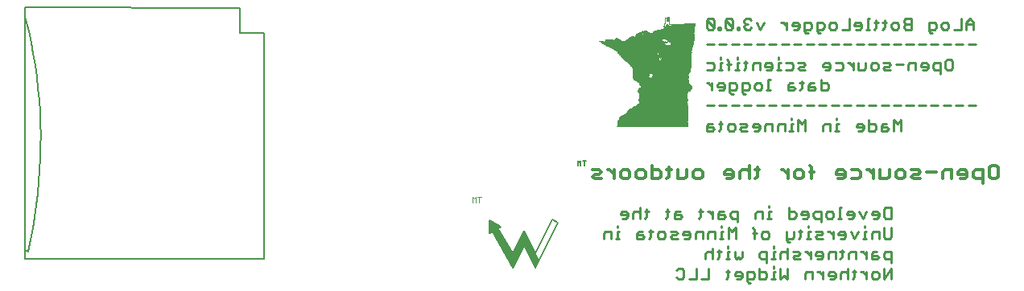
<source format=gbo>
G75*
%MOIN*%
%OFA0B0*%
%FSLAX25Y25*%
%IPPOS*%
%LPD*%
%AMOC8*
5,1,8,0,0,1.08239X$1,22.5*
%
%ADD10C,0.01100*%
%ADD11C,0.01400*%
%ADD12C,0.00500*%
%ADD13C,0.00200*%
%ADD14R,0.00060X0.00067*%
%ADD15R,0.00070X0.00067*%
%ADD16R,0.00140X0.00067*%
%ADD17R,0.00200X0.00067*%
%ADD18R,0.00130X0.00067*%
%ADD19R,0.01000X0.00067*%
%ADD20R,0.05330X0.00067*%
%ADD21R,0.00340X0.00067*%
%ADD22R,0.00260X0.00067*%
%ADD23R,0.17600X0.00067*%
%ADD24R,0.00130X0.00066*%
%ADD25R,0.23330X0.00066*%
%ADD26R,0.00400X0.00066*%
%ADD27R,0.00200X0.00066*%
%ADD28R,0.00070X0.00066*%
%ADD29R,0.00060X0.00066*%
%ADD30R,0.27260X0.00067*%
%ADD31R,0.29130X0.00067*%
%ADD32R,0.29200X0.00066*%
%ADD33R,0.29260X0.00067*%
%ADD34R,0.29200X0.00067*%
%ADD35R,0.29260X0.00066*%
%ADD36R,0.29140X0.00067*%
%ADD37R,0.29140X0.00066*%
%ADD38R,0.29070X0.00067*%
%ADD39R,0.29070X0.00066*%
%ADD40R,0.29000X0.00066*%
%ADD41R,0.29000X0.00067*%
%ADD42R,0.28930X0.00067*%
%ADD43R,0.28940X0.00067*%
%ADD44R,0.28870X0.00067*%
%ADD45R,0.28940X0.00066*%
%ADD46R,0.28800X0.00067*%
%ADD47R,0.28800X0.00066*%
%ADD48R,0.28730X0.00066*%
%ADD49R,0.28730X0.00067*%
%ADD50R,0.28670X0.00067*%
%ADD51R,0.28740X0.00066*%
%ADD52R,0.28600X0.00067*%
%ADD53R,0.28530X0.00066*%
%ADD54R,0.28530X0.00067*%
%ADD55R,0.28470X0.00067*%
%ADD56R,0.28400X0.00066*%
%ADD57R,0.28330X0.00067*%
%ADD58R,0.28270X0.00067*%
%ADD59R,0.28200X0.00066*%
%ADD60R,0.28070X0.00067*%
%ADD61R,0.27930X0.00067*%
%ADD62R,0.27870X0.00066*%
%ADD63R,0.27730X0.00067*%
%ADD64R,0.27600X0.00067*%
%ADD65R,0.27530X0.00066*%
%ADD66R,0.27400X0.00067*%
%ADD67R,0.27270X0.00067*%
%ADD68R,0.27070X0.00066*%
%ADD69R,0.27000X0.00067*%
%ADD70R,0.26800X0.00067*%
%ADD71R,0.26670X0.00066*%
%ADD72R,0.26460X0.00067*%
%ADD73R,0.26400X0.00067*%
%ADD74R,0.26270X0.00066*%
%ADD75R,0.26130X0.00067*%
%ADD76R,0.26070X0.00067*%
%ADD77R,0.25930X0.00066*%
%ADD78R,0.25930X0.00067*%
%ADD79R,0.25800X0.00067*%
%ADD80R,0.25660X0.00066*%
%ADD81R,0.25670X0.00067*%
%ADD82R,0.25530X0.00067*%
%ADD83R,0.25600X0.00066*%
%ADD84R,0.25460X0.00067*%
%ADD85R,0.25400X0.00067*%
%ADD86R,0.25470X0.00066*%
%ADD87R,0.25330X0.00067*%
%ADD88R,0.25330X0.00066*%
%ADD89R,0.25260X0.00067*%
%ADD90R,0.25200X0.00067*%
%ADD91R,0.25130X0.00066*%
%ADD92R,0.25060X0.00067*%
%ADD93R,0.25000X0.00067*%
%ADD94R,0.25000X0.00066*%
%ADD95R,0.24860X0.00067*%
%ADD96R,0.24800X0.00067*%
%ADD97R,0.24730X0.00066*%
%ADD98R,0.24730X0.00067*%
%ADD99R,0.24600X0.00067*%
%ADD100R,0.24530X0.00066*%
%ADD101R,0.24460X0.00067*%
%ADD102R,0.24330X0.00066*%
%ADD103R,0.24260X0.00067*%
%ADD104R,0.24130X0.00067*%
%ADD105R,0.24060X0.00066*%
%ADD106R,0.23930X0.00067*%
%ADD107R,0.23860X0.00067*%
%ADD108R,0.23530X0.00066*%
%ADD109R,0.23270X0.00067*%
%ADD110R,0.23200X0.00067*%
%ADD111R,0.23130X0.00066*%
%ADD112R,0.23000X0.00067*%
%ADD113R,0.22870X0.00067*%
%ADD114R,0.22860X0.00066*%
%ADD115R,0.22800X0.00067*%
%ADD116R,0.22730X0.00067*%
%ADD117R,0.22730X0.00066*%
%ADD118R,0.22660X0.00067*%
%ADD119R,0.22540X0.00067*%
%ADD120R,0.22470X0.00066*%
%ADD121R,0.22400X0.00067*%
%ADD122R,0.22200X0.00067*%
%ADD123R,0.22130X0.00066*%
%ADD124R,0.21670X0.00067*%
%ADD125R,0.21540X0.00067*%
%ADD126R,0.21460X0.00066*%
%ADD127R,0.21270X0.00067*%
%ADD128R,0.21140X0.00067*%
%ADD129R,0.21070X0.00066*%
%ADD130R,0.21000X0.00067*%
%ADD131R,0.20870X0.00067*%
%ADD132R,0.20800X0.00066*%
%ADD133R,0.20740X0.00067*%
%ADD134R,0.20670X0.00067*%
%ADD135R,0.20600X0.00066*%
%ADD136R,0.20540X0.00067*%
%ADD137R,0.20400X0.00067*%
%ADD138R,0.20340X0.00066*%
%ADD139R,0.20340X0.00067*%
%ADD140R,0.20270X0.00067*%
%ADD141R,0.20270X0.00066*%
%ADD142R,0.20200X0.00067*%
%ADD143R,0.20200X0.00066*%
%ADD144R,0.20130X0.00067*%
%ADD145R,0.20130X0.00066*%
%ADD146R,0.20260X0.00067*%
%ADD147R,0.20260X0.00066*%
%ADD148R,0.20330X0.00067*%
%ADD149R,0.20540X0.00066*%
%ADD150R,0.20660X0.00067*%
%ADD151R,0.20730X0.00066*%
%ADD152R,0.20800X0.00067*%
%ADD153R,0.21000X0.00066*%
%ADD154R,0.21200X0.00067*%
%ADD155R,0.21340X0.00066*%
%ADD156R,0.21400X0.00067*%
%ADD157R,0.21670X0.00066*%
%ADD158R,0.21800X0.00067*%
%ADD159R,0.21870X0.00067*%
%ADD160R,0.21870X0.00066*%
%ADD161R,0.21930X0.00067*%
%ADD162R,0.22000X0.00067*%
%ADD163R,0.22000X0.00066*%
%ADD164R,0.22060X0.00067*%
%ADD165R,0.21730X0.00067*%
%ADD166R,0.21540X0.00066*%
%ADD167R,0.21460X0.00067*%
%ADD168R,0.21530X0.00066*%
%ADD169R,0.21470X0.00067*%
%ADD170R,0.21470X0.00066*%
%ADD171R,0.21340X0.00067*%
%ADD172R,0.21330X0.00066*%
%ADD173R,0.21330X0.00067*%
%ADD174R,0.21130X0.00066*%
%ADD175R,0.21130X0.00067*%
%ADD176R,0.20870X0.00066*%
%ADD177R,0.00140X0.00066*%
%ADD178R,0.20930X0.00067*%
%ADD179R,0.20730X0.00067*%
%ADD180R,0.20940X0.00066*%
%ADD181R,0.20860X0.00066*%
%ADD182R,0.20860X0.00067*%
%ADD183R,0.21070X0.00067*%
%ADD184R,0.21200X0.00066*%
%ADD185R,0.21400X0.00066*%
%ADD186R,0.21530X0.00067*%
%ADD187R,0.21600X0.00067*%
%ADD188R,0.21730X0.00066*%
%ADD189R,0.22070X0.00066*%
%ADD190R,0.22130X0.00067*%
%ADD191R,0.22400X0.00066*%
%ADD192R,0.22600X0.00067*%
%ADD193R,0.22800X0.00066*%
%ADD194R,0.22930X0.00066*%
%ADD195R,0.23070X0.00067*%
%ADD196R,0.23070X0.00066*%
%ADD197R,0.15530X0.00066*%
%ADD198R,0.07270X0.00066*%
%ADD199R,0.15470X0.00067*%
%ADD200R,0.06800X0.00067*%
%ADD201R,0.15330X0.00067*%
%ADD202R,0.06740X0.00067*%
%ADD203R,0.15130X0.00066*%
%ADD204R,0.06530X0.00066*%
%ADD205R,0.15130X0.00067*%
%ADD206R,0.06600X0.00067*%
%ADD207R,0.15200X0.00067*%
%ADD208R,0.06670X0.00066*%
%ADD209R,0.15200X0.00066*%
%ADD210R,0.06800X0.00066*%
%ADD211R,0.15140X0.00067*%
%ADD212R,0.06730X0.00067*%
%ADD213R,0.15070X0.00067*%
%ADD214R,0.06870X0.00067*%
%ADD215R,0.15000X0.00066*%
%ADD216R,0.14940X0.00067*%
%ADD217R,0.15000X0.00067*%
%ADD218R,0.14930X0.00066*%
%ADD219R,0.06870X0.00066*%
%ADD220R,0.14930X0.00067*%
%ADD221R,0.14860X0.00067*%
%ADD222R,0.06730X0.00066*%
%ADD223R,0.15600X0.00066*%
%ADD224R,0.15870X0.00067*%
%ADD225R,0.16070X0.00067*%
%ADD226R,0.23330X0.00067*%
%ADD227R,0.23400X0.00067*%
%ADD228R,0.23400X0.00066*%
%ADD229R,0.23470X0.00067*%
%ADD230R,0.23530X0.00067*%
%ADD231R,0.23600X0.00067*%
%ADD232R,0.23600X0.00066*%
%ADD233R,0.23670X0.00067*%
%ADD234R,0.23670X0.00066*%
%ADD235R,0.23730X0.00067*%
%ADD236R,0.23800X0.00067*%
%ADD237R,0.23800X0.00066*%
%ADD238R,0.23870X0.00067*%
%ADD239R,0.23870X0.00066*%
%ADD240R,0.23860X0.00066*%
%ADD241R,0.23930X0.00066*%
%ADD242R,0.24000X0.00067*%
%ADD243R,0.24000X0.00066*%
%ADD244R,0.24070X0.00067*%
%ADD245R,0.24340X0.00066*%
%ADD246R,0.24400X0.00067*%
%ADD247R,0.24470X0.00066*%
%ADD248R,0.24540X0.00067*%
%ADD249R,0.24600X0.00066*%
%ADD250R,0.24670X0.00067*%
%ADD251R,0.24740X0.00067*%
%ADD252R,0.24800X0.00066*%
%ADD253R,0.24870X0.00067*%
%ADD254R,0.25070X0.00066*%
%ADD255R,0.25140X0.00067*%
%ADD256R,0.25270X0.00066*%
%ADD257R,0.25270X0.00067*%
%ADD258R,0.25600X0.00067*%
%ADD259R,0.25670X0.00066*%
%ADD260R,0.25730X0.00067*%
%ADD261R,0.25870X0.00066*%
%ADD262R,0.26060X0.00066*%
%ADD263R,0.26200X0.00067*%
%ADD264R,0.26330X0.00066*%
%ADD265R,0.26600X0.00067*%
%ADD266R,0.26730X0.00066*%
%ADD267R,0.26860X0.00067*%
%ADD268R,0.27000X0.00066*%
%ADD269R,0.27130X0.00067*%
%ADD270R,0.27200X0.00066*%
%ADD271R,0.27330X0.00067*%
%ADD272R,0.12870X0.00066*%
%ADD273R,0.14400X0.00066*%
%ADD274R,0.12660X0.00067*%
%ADD275R,0.14260X0.00067*%
%ADD276R,0.12670X0.00067*%
%ADD277R,0.14340X0.00067*%
%ADD278R,0.12600X0.00066*%
%ADD279R,0.14340X0.00066*%
%ADD280R,0.12600X0.00067*%
%ADD281R,0.14400X0.00067*%
%ADD282R,0.12530X0.00066*%
%ADD283R,0.11800X0.00067*%
%ADD284R,0.00670X0.00067*%
%ADD285R,0.11730X0.00067*%
%ADD286R,0.14470X0.00067*%
%ADD287R,0.11730X0.00066*%
%ADD288R,0.00340X0.00066*%
%ADD289R,0.14540X0.00066*%
%ADD290R,0.14600X0.00067*%
%ADD291R,0.14670X0.00066*%
%ADD292R,0.14660X0.00067*%
%ADD293R,0.00330X0.00067*%
%ADD294R,0.11800X0.00066*%
%ADD295R,0.00330X0.00066*%
%ADD296R,0.00270X0.00066*%
%ADD297R,0.15260X0.00066*%
%ADD298R,0.00400X0.00067*%
%ADD299R,0.00270X0.00067*%
%ADD300R,0.15260X0.00067*%
%ADD301R,0.00460X0.00067*%
%ADD302R,0.15340X0.00067*%
%ADD303R,0.12470X0.00066*%
%ADD304R,0.15330X0.00066*%
%ADD305R,0.15400X0.00067*%
%ADD306R,0.12670X0.00066*%
%ADD307R,0.00470X0.00066*%
%ADD308R,0.15460X0.00066*%
%ADD309R,0.13270X0.00067*%
%ADD310R,0.13330X0.00067*%
%ADD311R,0.13400X0.00066*%
%ADD312R,0.15540X0.00066*%
%ADD313R,0.13400X0.00067*%
%ADD314R,0.15600X0.00067*%
%ADD315R,0.29270X0.00066*%
%ADD316R,0.29330X0.00067*%
%ADD317R,0.29400X0.00067*%
%ADD318R,0.29470X0.00066*%
%ADD319R,0.29470X0.00067*%
%ADD320R,0.29530X0.00067*%
%ADD321R,0.29600X0.00066*%
%ADD322R,0.29670X0.00067*%
%ADD323R,0.13670X0.00067*%
%ADD324R,0.15860X0.00067*%
%ADD325R,0.13530X0.00066*%
%ADD326R,0.15870X0.00066*%
%ADD327R,0.13470X0.00067*%
%ADD328R,0.11930X0.00067*%
%ADD329R,0.01200X0.00067*%
%ADD330R,0.15800X0.00067*%
%ADD331R,0.11870X0.00066*%
%ADD332R,0.01130X0.00066*%
%ADD333R,0.15930X0.00066*%
%ADD334R,0.01060X0.00067*%
%ADD335R,0.16000X0.00067*%
%ADD336R,0.01070X0.00066*%
%ADD337R,0.16060X0.00066*%
%ADD338R,0.11870X0.00067*%
%ADD339R,0.15730X0.00067*%
%ADD340R,0.12000X0.00067*%
%ADD341R,0.15670X0.00067*%
%ADD342R,0.12070X0.00066*%
%ADD343R,0.01200X0.00066*%
%ADD344R,0.15730X0.00066*%
%ADD345R,0.13540X0.00067*%
%ADD346R,0.13600X0.00067*%
%ADD347R,0.13600X0.00066*%
%ADD348R,0.16000X0.00066*%
%ADD349R,0.16200X0.00067*%
%ADD350R,0.16400X0.00067*%
%ADD351R,0.30740X0.00066*%
%ADD352R,0.30800X0.00067*%
%ADD353R,0.30870X0.00067*%
%ADD354R,0.30940X0.00066*%
%ADD355R,0.30940X0.00067*%
%ADD356R,0.30930X0.00067*%
%ADD357R,0.31000X0.00066*%
%ADD358R,0.31140X0.00067*%
%ADD359R,0.31200X0.00067*%
%ADD360R,0.31270X0.00066*%
%ADD361R,0.31330X0.00067*%
%ADD362R,0.31470X0.00067*%
%ADD363R,0.31470X0.00066*%
%ADD364R,0.31530X0.00067*%
%ADD365R,0.31740X0.00067*%
%ADD366R,0.31800X0.00066*%
%ADD367R,0.31940X0.00067*%
%ADD368R,0.32060X0.00067*%
%ADD369R,0.32200X0.00066*%
%ADD370R,0.32260X0.00067*%
%ADD371R,0.32470X0.00067*%
%ADD372R,0.32530X0.00066*%
%ADD373R,0.32670X0.00067*%
%ADD374R,0.32730X0.00067*%
%ADD375R,0.32940X0.00066*%
%ADD376R,0.33000X0.00067*%
%ADD377R,0.33140X0.00067*%
%ADD378R,0.33330X0.00066*%
%ADD379R,0.33530X0.00067*%
%ADD380R,0.33660X0.00067*%
%ADD381R,0.33930X0.00066*%
%ADD382R,0.34070X0.00067*%
%ADD383R,0.34200X0.00067*%
%ADD384R,0.34470X0.00066*%
%ADD385R,0.34600X0.00067*%
%ADD386R,0.34860X0.00067*%
%ADD387R,0.35000X0.00066*%
%ADD388R,0.35130X0.00067*%
%ADD389R,0.35400X0.00067*%
%ADD390R,0.35530X0.00066*%
%ADD391R,0.35670X0.00067*%
%ADD392R,0.35870X0.00067*%
%ADD393R,0.36000X0.00066*%
%ADD394R,0.36140X0.00067*%
%ADD395R,0.36270X0.00067*%
%ADD396R,0.09270X0.00066*%
%ADD397R,0.09200X0.00067*%
%ADD398R,0.25130X0.00067*%
%ADD399R,0.09060X0.00067*%
%ADD400R,0.09060X0.00066*%
%ADD401R,0.25200X0.00066*%
%ADD402R,0.25340X0.00067*%
%ADD403R,0.09000X0.00067*%
%ADD404R,0.25470X0.00067*%
%ADD405R,0.09130X0.00066*%
%ADD406R,0.25800X0.00066*%
%ADD407R,0.26000X0.00067*%
%ADD408R,0.09340X0.00066*%
%ADD409R,0.26140X0.00066*%
%ADD410R,0.09340X0.00067*%
%ADD411R,0.26530X0.00067*%
%ADD412R,0.09400X0.00067*%
%ADD413R,0.26870X0.00067*%
%ADD414R,0.09400X0.00066*%
%ADD415R,0.09660X0.00067*%
%ADD416R,0.09800X0.00067*%
%ADD417R,0.27740X0.00067*%
%ADD418R,0.10070X0.00066*%
%ADD419R,0.27860X0.00066*%
%ADD420R,0.10200X0.00067*%
%ADD421R,0.28000X0.00067*%
%ADD422R,0.10330X0.00067*%
%ADD423R,0.00730X0.00067*%
%ADD424R,0.10600X0.00066*%
%ADD425R,0.24930X0.00066*%
%ADD426R,0.01670X0.00066*%
%ADD427R,0.10800X0.00067*%
%ADD428R,0.24530X0.00067*%
%ADD429R,0.01470X0.00067*%
%ADD430R,0.07540X0.00067*%
%ADD431R,0.00530X0.00067*%
%ADD432R,0.10740X0.00066*%
%ADD433R,0.15860X0.00066*%
%ADD434R,0.07130X0.00066*%
%ADD435R,0.15740X0.00067*%
%ADD436R,0.07000X0.00067*%
%ADD437R,0.10730X0.00067*%
%ADD438R,0.15530X0.00067*%
%ADD439R,0.10800X0.00066*%
%ADD440R,0.06660X0.00066*%
%ADD441R,0.10860X0.00067*%
%ADD442R,0.06400X0.00067*%
%ADD443R,0.11060X0.00067*%
%ADD444R,0.06200X0.00067*%
%ADD445R,0.11270X0.00066*%
%ADD446R,0.14870X0.00066*%
%ADD447R,0.06130X0.00066*%
%ADD448R,0.11330X0.00067*%
%ADD449R,0.14800X0.00067*%
%ADD450R,0.02340X0.00067*%
%ADD451R,0.03260X0.00067*%
%ADD452R,0.11600X0.00067*%
%ADD453R,0.14670X0.00067*%
%ADD454R,0.02060X0.00067*%
%ADD455R,0.00930X0.00067*%
%ADD456R,0.11670X0.00066*%
%ADD457R,0.01940X0.00066*%
%ADD458R,0.00670X0.00066*%
%ADD459R,0.14530X0.00067*%
%ADD460R,0.01870X0.00067*%
%ADD461R,0.12140X0.00067*%
%ADD462R,0.01670X0.00067*%
%ADD463R,0.12540X0.00066*%
%ADD464R,0.14600X0.00066*%
%ADD465R,0.01600X0.00066*%
%ADD466R,0.27540X0.00067*%
%ADD467R,0.01460X0.00067*%
%ADD468R,0.01400X0.00067*%
%ADD469R,0.27270X0.00066*%
%ADD470R,0.01270X0.00066*%
%ADD471R,0.27340X0.00067*%
%ADD472R,0.01140X0.00067*%
%ADD473R,0.27200X0.00067*%
%ADD474R,0.00800X0.00067*%
%ADD475R,0.26940X0.00066*%
%ADD476R,0.24470X0.00067*%
%ADD477R,0.02000X0.00067*%
%ADD478R,0.24400X0.00066*%
%ADD479R,0.01870X0.00066*%
%ADD480R,0.01800X0.00067*%
%ADD481R,0.24330X0.00067*%
%ADD482R,0.01660X0.00067*%
%ADD483R,0.01460X0.00066*%
%ADD484R,0.24140X0.00067*%
%ADD485R,0.24070X0.00066*%
%ADD486R,0.24270X0.00067*%
%ADD487R,0.24200X0.00067*%
%ADD488R,0.24200X0.00066*%
%ADD489R,0.21600X0.00066*%
%ADD490R,0.01330X0.00066*%
%ADD491R,0.00600X0.00066*%
%ADD492R,0.01130X0.00067*%
%ADD493R,0.01730X0.00067*%
%ADD494R,0.01930X0.00066*%
%ADD495R,0.02070X0.00067*%
%ADD496R,0.17600X0.00066*%
%ADD497R,0.04600X0.00066*%
%ADD498R,0.17470X0.00067*%
%ADD499R,0.03600X0.00067*%
%ADD500R,0.17340X0.00067*%
%ADD501R,0.17270X0.00066*%
%ADD502R,0.01260X0.00066*%
%ADD503R,0.17200X0.00067*%
%ADD504R,0.01530X0.00067*%
%ADD505R,0.01070X0.00067*%
%ADD506R,0.17070X0.00066*%
%ADD507R,0.01340X0.00066*%
%ADD508R,0.01540X0.00066*%
%ADD509R,0.17070X0.00067*%
%ADD510R,0.01340X0.00067*%
%ADD511R,0.01270X0.00067*%
%ADD512R,0.17000X0.00067*%
%ADD513R,0.16930X0.00066*%
%ADD514R,0.00540X0.00066*%
%ADD515R,0.00460X0.00066*%
%ADD516R,0.16730X0.00067*%
%ADD517R,0.16460X0.00067*%
%ADD518R,0.16400X0.00066*%
%ADD519R,0.16130X0.00067*%
%ADD520R,0.15060X0.00067*%
%ADD521R,0.14330X0.00067*%
%ADD522R,0.14000X0.00067*%
%ADD523R,0.13730X0.00066*%
%ADD524R,0.13260X0.00067*%
%ADD525R,0.13130X0.00066*%
%ADD526R,0.13000X0.00067*%
%ADD527R,0.12930X0.00067*%
%ADD528R,0.12800X0.00067*%
%ADD529R,0.12730X0.00067*%
%ADD530R,0.12740X0.00066*%
%ADD531R,0.12740X0.00067*%
%ADD532R,0.12730X0.00066*%
%ADD533R,0.12200X0.00067*%
%ADD534R,0.12060X0.00066*%
%ADD535R,0.09870X0.00066*%
%ADD536R,0.01730X0.00066*%
%ADD537R,0.09730X0.00067*%
%ADD538R,0.09670X0.00066*%
%ADD539R,0.09670X0.00067*%
%ADD540R,0.09740X0.00067*%
%ADD541R,0.09740X0.00066*%
%ADD542R,0.00870X0.00066*%
%ADD543R,0.00660X0.00067*%
%ADD544R,0.10600X0.00067*%
%ADD545R,0.09330X0.00066*%
%ADD546R,0.00260X0.00066*%
%ADD547R,0.05600X0.00067*%
%ADD548R,0.03200X0.00067*%
%ADD549R,0.00800X0.00066*%
%ADD550R,0.00470X0.00067*%
%ADD551R,0.00600X0.00067*%
%ADD552R,0.01000X0.00066*%
%ADD553R,0.01330X0.00067*%
%ADD554R,0.00930X0.00066*%
%ADD555C,0.00787*%
%ADD556C,0.00000*%
%ADD557C,0.00001*%
D10*
X0302398Y0052811D02*
X0302398Y0055063D01*
X0303148Y0055813D01*
X0305400Y0055813D01*
X0305400Y0052811D01*
X0307337Y0052811D02*
X0308838Y0052811D01*
X0308087Y0052811D02*
X0308087Y0055813D01*
X0308838Y0055813D01*
X0308087Y0057314D02*
X0308087Y0058065D01*
X0316148Y0055063D02*
X0316899Y0055813D01*
X0318400Y0055813D01*
X0318400Y0054312D02*
X0316148Y0054312D01*
X0316148Y0055063D02*
X0316148Y0052811D01*
X0318400Y0052811D01*
X0319151Y0053561D01*
X0318400Y0054312D01*
X0321087Y0055813D02*
X0322588Y0055813D01*
X0321838Y0056564D02*
X0321838Y0053561D01*
X0321087Y0052811D01*
X0324742Y0053561D02*
X0324742Y0055063D01*
X0325493Y0055813D01*
X0326994Y0055813D01*
X0327745Y0055063D01*
X0327745Y0053561D01*
X0326994Y0052811D01*
X0325493Y0052811D01*
X0324742Y0053561D01*
X0329899Y0053561D02*
X0330649Y0054312D01*
X0332150Y0054312D01*
X0332901Y0055063D01*
X0332150Y0055813D01*
X0329899Y0055813D01*
X0335055Y0055063D02*
X0335055Y0054312D01*
X0338058Y0054312D01*
X0338058Y0055063D02*
X0337307Y0055813D01*
X0335806Y0055813D01*
X0335055Y0055063D01*
X0335806Y0052811D02*
X0337307Y0052811D01*
X0338058Y0053561D01*
X0338058Y0055063D01*
X0340211Y0055063D02*
X0340211Y0052811D01*
X0340211Y0055063D02*
X0340962Y0055813D01*
X0343214Y0055813D01*
X0343214Y0052811D01*
X0345368Y0052811D02*
X0345368Y0055063D01*
X0346118Y0055813D01*
X0348370Y0055813D01*
X0348370Y0052811D01*
X0350307Y0052811D02*
X0351808Y0052811D01*
X0351057Y0052811D02*
X0351057Y0055813D01*
X0351808Y0055813D01*
X0351057Y0057314D02*
X0351057Y0058065D01*
X0353962Y0057314D02*
X0353962Y0052811D01*
X0356964Y0052811D02*
X0356964Y0057314D01*
X0355463Y0055813D01*
X0353962Y0057314D01*
X0357824Y0059709D02*
X0357824Y0064213D01*
X0355572Y0064213D01*
X0354821Y0063463D01*
X0354821Y0061961D01*
X0355572Y0061211D01*
X0357824Y0061211D01*
X0352667Y0061961D02*
X0351917Y0062712D01*
X0349665Y0062712D01*
X0349665Y0063463D02*
X0349665Y0061211D01*
X0351917Y0061211D01*
X0352667Y0061961D01*
X0351917Y0064213D02*
X0350415Y0064213D01*
X0349665Y0063463D01*
X0347511Y0064213D02*
X0347511Y0061211D01*
X0347511Y0062712D02*
X0346010Y0064213D01*
X0345259Y0064213D01*
X0343214Y0064213D02*
X0341713Y0064213D01*
X0342463Y0064964D02*
X0342463Y0061961D01*
X0341713Y0061211D01*
X0334620Y0061961D02*
X0333869Y0062712D01*
X0331617Y0062712D01*
X0331617Y0063463D02*
X0331617Y0061211D01*
X0333869Y0061211D01*
X0334620Y0061961D01*
X0333869Y0064213D02*
X0332368Y0064213D01*
X0331617Y0063463D01*
X0329464Y0064213D02*
X0327962Y0064213D01*
X0328713Y0064964D02*
X0328713Y0061961D01*
X0327962Y0061211D01*
X0320870Y0064213D02*
X0319368Y0064213D01*
X0320119Y0064964D02*
X0320119Y0061961D01*
X0319368Y0061211D01*
X0317432Y0061211D02*
X0317432Y0065714D01*
X0316681Y0064213D02*
X0315180Y0064213D01*
X0314429Y0063463D01*
X0314429Y0061211D01*
X0312276Y0061961D02*
X0312276Y0063463D01*
X0311525Y0064213D01*
X0310024Y0064213D01*
X0309273Y0063463D01*
X0309273Y0062712D01*
X0312276Y0062712D01*
X0312276Y0061961D02*
X0311525Y0061211D01*
X0310024Y0061211D01*
X0316681Y0064213D02*
X0317432Y0063463D01*
X0329899Y0053561D02*
X0330649Y0052811D01*
X0332901Y0052811D01*
X0344508Y0046663D02*
X0344508Y0044411D01*
X0347511Y0044411D02*
X0347511Y0048914D01*
X0346760Y0047413D02*
X0345259Y0047413D01*
X0344508Y0046663D01*
X0346760Y0047413D02*
X0347511Y0046663D01*
X0349447Y0047413D02*
X0350949Y0047413D01*
X0350198Y0048164D02*
X0350198Y0045161D01*
X0349447Y0044411D01*
X0352885Y0044411D02*
X0354386Y0044411D01*
X0353635Y0044411D02*
X0353635Y0047413D01*
X0354386Y0047413D01*
X0353635Y0048914D02*
X0353635Y0049665D01*
X0356540Y0047413D02*
X0356540Y0045161D01*
X0357291Y0044411D01*
X0358041Y0045161D01*
X0358792Y0044411D01*
X0359543Y0045161D01*
X0359543Y0047413D01*
X0366853Y0046663D02*
X0366853Y0045161D01*
X0367603Y0044411D01*
X0369855Y0044411D01*
X0369855Y0042909D02*
X0369855Y0047413D01*
X0367603Y0047413D01*
X0366853Y0046663D01*
X0372542Y0047413D02*
X0372542Y0044411D01*
X0371792Y0044411D02*
X0373293Y0044411D01*
X0375447Y0044411D02*
X0375447Y0046663D01*
X0376197Y0047413D01*
X0377699Y0047413D01*
X0378449Y0046663D01*
X0378449Y0048914D02*
X0378449Y0044411D01*
X0380603Y0045161D02*
X0381354Y0045912D01*
X0382855Y0045912D01*
X0383606Y0046663D01*
X0382855Y0047413D01*
X0380603Y0047413D01*
X0380603Y0045161D02*
X0381354Y0044411D01*
X0383606Y0044411D01*
X0386401Y0047413D02*
X0387903Y0045912D01*
X0387903Y0044411D02*
X0387903Y0047413D01*
X0386401Y0047413D02*
X0385651Y0047413D01*
X0390057Y0046663D02*
X0390057Y0045912D01*
X0393059Y0045912D01*
X0393059Y0045161D02*
X0393059Y0046663D01*
X0392308Y0047413D01*
X0390807Y0047413D01*
X0390057Y0046663D01*
X0392308Y0044411D02*
X0393059Y0045161D01*
X0392308Y0044411D02*
X0390807Y0044411D01*
X0395213Y0044411D02*
X0395213Y0046663D01*
X0395964Y0047413D01*
X0398216Y0047413D01*
X0398216Y0044411D01*
X0400152Y0044411D02*
X0400902Y0045161D01*
X0400902Y0048164D01*
X0400152Y0047413D02*
X0401653Y0047413D01*
X0403807Y0046663D02*
X0403807Y0044411D01*
X0406809Y0044411D02*
X0406809Y0047413D01*
X0404558Y0047413D01*
X0403807Y0046663D01*
X0408855Y0047413D02*
X0409605Y0047413D01*
X0411106Y0045912D01*
X0411106Y0044411D02*
X0411106Y0047413D01*
X0413260Y0046663D02*
X0413260Y0044411D01*
X0415512Y0044411D01*
X0416263Y0045161D01*
X0415512Y0045912D01*
X0413260Y0045912D01*
X0413260Y0046663D02*
X0414011Y0047413D01*
X0415512Y0047413D01*
X0418417Y0046663D02*
X0418417Y0045161D01*
X0419167Y0044411D01*
X0421419Y0044411D01*
X0421419Y0042909D02*
X0421419Y0047413D01*
X0419167Y0047413D01*
X0418417Y0046663D01*
X0419167Y0052811D02*
X0418417Y0053561D01*
X0418417Y0057314D01*
X0416263Y0055813D02*
X0414011Y0055813D01*
X0413260Y0055063D01*
X0413260Y0052811D01*
X0411106Y0052811D02*
X0409605Y0052811D01*
X0410356Y0052811D02*
X0410356Y0055813D01*
X0411106Y0055813D01*
X0410356Y0057314D02*
X0410356Y0058065D01*
X0407669Y0055813D02*
X0406168Y0052811D01*
X0404666Y0055813D01*
X0402512Y0055063D02*
X0401762Y0055813D01*
X0400261Y0055813D01*
X0399510Y0055063D01*
X0399510Y0054312D01*
X0402512Y0054312D01*
X0402512Y0053561D02*
X0402512Y0055063D01*
X0402512Y0053561D02*
X0401762Y0052811D01*
X0400261Y0052811D01*
X0397356Y0052811D02*
X0397356Y0055813D01*
X0397356Y0054312D02*
X0395855Y0055813D01*
X0395104Y0055813D01*
X0393059Y0055063D02*
X0392308Y0055813D01*
X0390057Y0055813D01*
X0390807Y0054312D02*
X0392308Y0054312D01*
X0393059Y0055063D01*
X0393059Y0052811D02*
X0390807Y0052811D01*
X0390057Y0053561D01*
X0390807Y0054312D01*
X0387903Y0055813D02*
X0387152Y0055813D01*
X0387152Y0052811D01*
X0387903Y0052811D02*
X0386401Y0052811D01*
X0383714Y0053561D02*
X0382964Y0052811D01*
X0383714Y0053561D02*
X0383714Y0056564D01*
X0382964Y0055813D02*
X0384465Y0055813D01*
X0387152Y0057314D02*
X0387152Y0058065D01*
X0392200Y0059709D02*
X0392200Y0064213D01*
X0389948Y0064213D01*
X0389197Y0063463D01*
X0389197Y0061961D01*
X0389948Y0061211D01*
X0392200Y0061211D01*
X0394354Y0061961D02*
X0394354Y0063463D01*
X0395104Y0064213D01*
X0396605Y0064213D01*
X0397356Y0063463D01*
X0397356Y0061961D01*
X0396605Y0061211D01*
X0395104Y0061211D01*
X0394354Y0061961D01*
X0399292Y0061211D02*
X0400794Y0061211D01*
X0400043Y0061211D02*
X0400043Y0065714D01*
X0400794Y0065714D01*
X0402948Y0063463D02*
X0402948Y0062712D01*
X0405950Y0062712D01*
X0405950Y0061961D02*
X0405950Y0063463D01*
X0405199Y0064213D01*
X0403698Y0064213D01*
X0402948Y0063463D01*
X0403698Y0061211D02*
X0405199Y0061211D01*
X0405950Y0061961D01*
X0408104Y0064213D02*
X0409605Y0061211D01*
X0411106Y0064213D01*
X0413260Y0063463D02*
X0413260Y0062712D01*
X0416263Y0062712D01*
X0416263Y0061961D02*
X0416263Y0063463D01*
X0415512Y0064213D01*
X0414011Y0064213D01*
X0413260Y0063463D01*
X0414011Y0061211D02*
X0415512Y0061211D01*
X0416263Y0061961D01*
X0418417Y0061961D02*
X0418417Y0064964D01*
X0419167Y0065714D01*
X0421419Y0065714D01*
X0421419Y0061211D01*
X0419167Y0061211D01*
X0418417Y0061961D01*
X0421419Y0057314D02*
X0421419Y0053561D01*
X0420669Y0052811D01*
X0419167Y0052811D01*
X0416263Y0052811D02*
X0416263Y0055813D01*
X0387043Y0061961D02*
X0387043Y0063463D01*
X0386293Y0064213D01*
X0384791Y0064213D01*
X0384041Y0063463D01*
X0384041Y0062712D01*
X0387043Y0062712D01*
X0387043Y0061961D02*
X0386293Y0061211D01*
X0384791Y0061211D01*
X0381887Y0061961D02*
X0381887Y0063463D01*
X0381136Y0064213D01*
X0378884Y0064213D01*
X0378884Y0065714D02*
X0378884Y0061211D01*
X0381136Y0061211D01*
X0381887Y0061961D01*
X0371574Y0061211D02*
X0370073Y0061211D01*
X0370823Y0061211D02*
X0370823Y0064213D01*
X0371574Y0064213D01*
X0370823Y0065714D02*
X0370823Y0066465D01*
X0368137Y0064213D02*
X0365885Y0064213D01*
X0365134Y0063463D01*
X0365134Y0061211D01*
X0368137Y0061211D02*
X0368137Y0064213D01*
X0364057Y0057314D02*
X0364808Y0056564D01*
X0364808Y0052811D01*
X0365558Y0055063D02*
X0364057Y0055063D01*
X0367712Y0055063D02*
X0367712Y0053561D01*
X0368463Y0052811D01*
X0369964Y0052811D01*
X0370715Y0053561D01*
X0370715Y0055063D01*
X0369964Y0055813D01*
X0368463Y0055813D01*
X0367712Y0055063D01*
X0378025Y0055813D02*
X0378025Y0052060D01*
X0378776Y0051309D01*
X0379526Y0051309D01*
X0380277Y0052811D02*
X0378025Y0052811D01*
X0380277Y0052811D02*
X0381028Y0053561D01*
X0381028Y0055813D01*
X0372542Y0049665D02*
X0372542Y0048914D01*
X0372542Y0047413D02*
X0373293Y0047413D01*
X0372542Y0041265D02*
X0372542Y0040514D01*
X0372542Y0039013D02*
X0372542Y0036011D01*
X0371792Y0036011D02*
X0373293Y0036011D01*
X0375447Y0036011D02*
X0375447Y0040514D01*
X0373293Y0039013D02*
X0372542Y0039013D01*
X0369855Y0038263D02*
X0369105Y0039013D01*
X0366853Y0039013D01*
X0366853Y0040514D02*
X0366853Y0036011D01*
X0369105Y0036011D01*
X0369855Y0036761D01*
X0369855Y0038263D01*
X0364699Y0038263D02*
X0364699Y0036761D01*
X0363948Y0036011D01*
X0361696Y0036011D01*
X0361696Y0035260D02*
X0361696Y0039013D01*
X0363948Y0039013D01*
X0364699Y0038263D01*
X0361696Y0035260D02*
X0362447Y0034509D01*
X0363198Y0034509D01*
X0359543Y0036761D02*
X0359543Y0038263D01*
X0358792Y0039013D01*
X0357291Y0039013D01*
X0356540Y0038263D01*
X0356540Y0037512D01*
X0359543Y0037512D01*
X0359543Y0036761D02*
X0358792Y0036011D01*
X0357291Y0036011D01*
X0353635Y0036761D02*
X0352885Y0036011D01*
X0353635Y0036761D02*
X0353635Y0039764D01*
X0352885Y0039013D02*
X0354386Y0039013D01*
X0345792Y0040514D02*
X0345792Y0036011D01*
X0342790Y0036011D01*
X0340636Y0036011D02*
X0337633Y0036011D01*
X0335479Y0036761D02*
X0334729Y0036011D01*
X0333227Y0036011D01*
X0332477Y0036761D01*
X0335479Y0036761D02*
X0335479Y0039764D01*
X0334729Y0040514D01*
X0333227Y0040514D01*
X0332477Y0039764D01*
X0340636Y0040514D02*
X0340636Y0036011D01*
X0375447Y0036011D02*
X0376948Y0037512D01*
X0378449Y0036011D01*
X0378449Y0040514D01*
X0385760Y0038263D02*
X0385760Y0036011D01*
X0385760Y0038263D02*
X0386510Y0039013D01*
X0388762Y0039013D01*
X0388762Y0036011D01*
X0391558Y0039013D02*
X0393059Y0037512D01*
X0393059Y0036011D02*
X0393059Y0039013D01*
X0391558Y0039013D02*
X0390807Y0039013D01*
X0395213Y0038263D02*
X0395213Y0037512D01*
X0398216Y0037512D01*
X0398216Y0038263D02*
X0397465Y0039013D01*
X0395964Y0039013D01*
X0395213Y0038263D01*
X0395964Y0036011D02*
X0397465Y0036011D01*
X0398216Y0036761D01*
X0398216Y0038263D01*
X0400369Y0038263D02*
X0400369Y0036011D01*
X0400369Y0038263D02*
X0401120Y0039013D01*
X0402621Y0039013D01*
X0403372Y0038263D01*
X0405308Y0039013D02*
X0406809Y0039013D01*
X0406059Y0039764D02*
X0406059Y0036761D01*
X0405308Y0036011D01*
X0403372Y0036011D02*
X0403372Y0040514D01*
X0408855Y0039013D02*
X0409605Y0039013D01*
X0411106Y0037512D01*
X0411106Y0036011D02*
X0411106Y0039013D01*
X0413260Y0038263D02*
X0414011Y0039013D01*
X0415512Y0039013D01*
X0416263Y0038263D01*
X0416263Y0036761D01*
X0415512Y0036011D01*
X0414011Y0036011D01*
X0413260Y0036761D01*
X0413260Y0038263D01*
X0418417Y0040514D02*
X0418417Y0036011D01*
X0421419Y0040514D01*
X0421419Y0036011D01*
X0422376Y0097519D02*
X0422376Y0102023D01*
X0423877Y0100522D01*
X0425378Y0102023D01*
X0425378Y0097519D01*
X0420222Y0098270D02*
X0419471Y0097519D01*
X0417220Y0097519D01*
X0417220Y0099771D01*
X0417970Y0100522D01*
X0419471Y0100522D01*
X0419471Y0099021D02*
X0417220Y0099021D01*
X0419471Y0099021D02*
X0420222Y0098270D01*
X0415066Y0098270D02*
X0414315Y0097519D01*
X0412063Y0097519D01*
X0412063Y0102023D01*
X0412063Y0100522D02*
X0414315Y0100522D01*
X0415066Y0099771D01*
X0415066Y0098270D01*
X0409909Y0098270D02*
X0409159Y0097519D01*
X0407657Y0097519D01*
X0406907Y0099021D02*
X0409909Y0099021D01*
X0409909Y0099771D02*
X0409159Y0100522D01*
X0407657Y0100522D01*
X0406907Y0099771D01*
X0406907Y0099021D01*
X0409909Y0098270D02*
X0409909Y0099771D01*
X0399597Y0100522D02*
X0398846Y0100522D01*
X0398846Y0097519D01*
X0399597Y0097519D02*
X0398095Y0097519D01*
X0396159Y0097519D02*
X0396159Y0100522D01*
X0393907Y0100522D01*
X0393156Y0099771D01*
X0393156Y0097519D01*
X0385846Y0097519D02*
X0385846Y0102023D01*
X0384345Y0100522D01*
X0382844Y0102023D01*
X0382844Y0097519D01*
X0380690Y0097519D02*
X0379188Y0097519D01*
X0379939Y0097519D02*
X0379939Y0100522D01*
X0380690Y0100522D01*
X0379939Y0102023D02*
X0379939Y0102774D01*
X0377252Y0100522D02*
X0375000Y0100522D01*
X0374250Y0099771D01*
X0374250Y0097519D01*
X0372096Y0097519D02*
X0372096Y0100522D01*
X0369844Y0100522D01*
X0369093Y0099771D01*
X0369093Y0097519D01*
X0366939Y0098270D02*
X0366939Y0099771D01*
X0366189Y0100522D01*
X0364687Y0100522D01*
X0363937Y0099771D01*
X0363937Y0099021D01*
X0366939Y0099021D01*
X0366939Y0098270D02*
X0366189Y0097519D01*
X0364687Y0097519D01*
X0361783Y0097519D02*
X0359531Y0097519D01*
X0358780Y0098270D01*
X0359531Y0099021D01*
X0361032Y0099021D01*
X0361783Y0099771D01*
X0361032Y0100522D01*
X0358780Y0100522D01*
X0356627Y0099771D02*
X0356627Y0098270D01*
X0355876Y0097519D01*
X0354375Y0097519D01*
X0353624Y0098270D01*
X0353624Y0099771D01*
X0354375Y0100522D01*
X0355876Y0100522D01*
X0356627Y0099771D01*
X0351470Y0100522D02*
X0349969Y0100522D01*
X0350719Y0101272D02*
X0350719Y0098270D01*
X0349969Y0097519D01*
X0348033Y0098270D02*
X0347282Y0097519D01*
X0345030Y0097519D01*
X0345030Y0099771D01*
X0345781Y0100522D01*
X0347282Y0100522D01*
X0347282Y0099021D02*
X0345030Y0099021D01*
X0347282Y0099021D02*
X0348033Y0098270D01*
X0348033Y0108171D02*
X0345030Y0108171D01*
X0350186Y0108171D02*
X0353189Y0108171D01*
X0355343Y0108171D02*
X0358345Y0108171D01*
X0360499Y0108171D02*
X0363502Y0108171D01*
X0365656Y0108171D02*
X0368658Y0108171D01*
X0370812Y0108171D02*
X0373815Y0108171D01*
X0375968Y0108171D02*
X0378971Y0108171D01*
X0381125Y0108171D02*
X0384127Y0108171D01*
X0386281Y0108171D02*
X0389284Y0108171D01*
X0391438Y0108171D02*
X0394440Y0108171D01*
X0396594Y0108171D02*
X0399597Y0108171D01*
X0401750Y0108171D02*
X0404753Y0108171D01*
X0406907Y0108171D02*
X0409909Y0108171D01*
X0412063Y0108171D02*
X0415066Y0108171D01*
X0417220Y0108171D02*
X0420222Y0108171D01*
X0422376Y0108171D02*
X0425379Y0108171D01*
X0427532Y0108171D02*
X0430535Y0108171D01*
X0432689Y0108171D02*
X0435691Y0108171D01*
X0437845Y0108171D02*
X0440848Y0108171D01*
X0443002Y0108171D02*
X0446004Y0108171D01*
X0448158Y0108171D02*
X0451161Y0108171D01*
X0453314Y0108171D02*
X0456317Y0108171D01*
X0441707Y0121218D02*
X0441707Y0125722D01*
X0439455Y0125722D01*
X0438705Y0124971D01*
X0438705Y0123470D01*
X0439455Y0122719D01*
X0441707Y0122719D01*
X0443861Y0123470D02*
X0443861Y0126472D01*
X0444612Y0127223D01*
X0446113Y0127223D01*
X0446864Y0126472D01*
X0446864Y0123470D01*
X0446113Y0122719D01*
X0444612Y0122719D01*
X0443861Y0123470D01*
X0436551Y0123470D02*
X0436551Y0124971D01*
X0435800Y0125722D01*
X0434299Y0125722D01*
X0433548Y0124971D01*
X0433548Y0124221D01*
X0436551Y0124221D01*
X0436551Y0123470D02*
X0435800Y0122719D01*
X0434299Y0122719D01*
X0431394Y0122719D02*
X0431394Y0125722D01*
X0429142Y0125722D01*
X0428392Y0124971D01*
X0428392Y0122719D01*
X0426238Y0124971D02*
X0423235Y0124971D01*
X0421082Y0124971D02*
X0420331Y0125722D01*
X0418079Y0125722D01*
X0418830Y0124221D02*
X0420331Y0124221D01*
X0421082Y0124971D01*
X0421082Y0122719D02*
X0418830Y0122719D01*
X0418079Y0123470D01*
X0418830Y0124221D01*
X0415925Y0124971D02*
X0415925Y0123470D01*
X0415174Y0122719D01*
X0413673Y0122719D01*
X0412923Y0123470D01*
X0412923Y0124971D01*
X0413673Y0125722D01*
X0415174Y0125722D01*
X0415925Y0124971D01*
X0410769Y0125722D02*
X0410769Y0123470D01*
X0410018Y0122719D01*
X0407766Y0122719D01*
X0407766Y0125722D01*
X0405612Y0125722D02*
X0405612Y0122719D01*
X0405612Y0124221D02*
X0404111Y0125722D01*
X0403360Y0125722D01*
X0401315Y0124971D02*
X0401315Y0123470D01*
X0400565Y0122719D01*
X0398313Y0122719D01*
X0396159Y0123470D02*
X0396159Y0124971D01*
X0395408Y0125722D01*
X0393907Y0125722D01*
X0393156Y0124971D01*
X0393156Y0124221D01*
X0396159Y0124221D01*
X0396159Y0123470D02*
X0395408Y0122719D01*
X0393907Y0122719D01*
X0398313Y0125722D02*
X0400565Y0125722D01*
X0401315Y0124971D01*
X0392297Y0118823D02*
X0392297Y0114319D01*
X0394549Y0114319D01*
X0395299Y0115070D01*
X0395299Y0116571D01*
X0394549Y0117322D01*
X0392297Y0117322D01*
X0389392Y0117322D02*
X0387891Y0117322D01*
X0387140Y0116571D01*
X0387140Y0114319D01*
X0389392Y0114319D01*
X0390143Y0115070D01*
X0389392Y0115821D01*
X0387140Y0115821D01*
X0384987Y0117322D02*
X0383485Y0117322D01*
X0384236Y0118072D02*
X0384236Y0115070D01*
X0383485Y0114319D01*
X0381549Y0115070D02*
X0380798Y0115821D01*
X0378546Y0115821D01*
X0378546Y0116571D02*
X0378546Y0114319D01*
X0380798Y0114319D01*
X0381549Y0115070D01*
X0380798Y0117322D02*
X0379297Y0117322D01*
X0378546Y0116571D01*
X0371236Y0114319D02*
X0369735Y0114319D01*
X0370486Y0114319D02*
X0370486Y0118823D01*
X0371236Y0118823D01*
X0367799Y0116571D02*
X0367048Y0117322D01*
X0365547Y0117322D01*
X0364796Y0116571D01*
X0364796Y0115070D01*
X0365547Y0114319D01*
X0367048Y0114319D01*
X0367799Y0115070D01*
X0367799Y0116571D01*
X0362642Y0116571D02*
X0361892Y0117322D01*
X0359640Y0117322D01*
X0359640Y0113569D01*
X0360390Y0112818D01*
X0361141Y0112818D01*
X0361892Y0114319D02*
X0359640Y0114319D01*
X0361892Y0114319D02*
X0362642Y0115070D01*
X0362642Y0116571D01*
X0357486Y0116571D02*
X0357486Y0115070D01*
X0356735Y0114319D01*
X0354483Y0114319D01*
X0354483Y0113569D02*
X0354483Y0117322D01*
X0356735Y0117322D01*
X0357486Y0116571D01*
X0354483Y0113569D02*
X0355234Y0112818D01*
X0355985Y0112818D01*
X0352329Y0115070D02*
X0351579Y0114319D01*
X0350078Y0114319D01*
X0349327Y0115821D02*
X0352329Y0115821D01*
X0352329Y0116571D02*
X0351579Y0117322D01*
X0350078Y0117322D01*
X0349327Y0116571D01*
X0349327Y0115821D01*
X0347173Y0115821D02*
X0345672Y0117322D01*
X0344921Y0117322D01*
X0347173Y0117322D02*
X0347173Y0114319D01*
X0352329Y0115070D02*
X0352329Y0116571D01*
X0351470Y0122719D02*
X0349969Y0122719D01*
X0350720Y0122719D02*
X0350720Y0125722D01*
X0351470Y0125722D01*
X0350720Y0127223D02*
X0350720Y0127974D01*
X0353406Y0127223D02*
X0354157Y0126472D01*
X0354157Y0122719D01*
X0354908Y0124971D02*
X0353406Y0124971D01*
X0356844Y0122719D02*
X0358345Y0122719D01*
X0357595Y0122719D02*
X0357595Y0125722D01*
X0358345Y0125722D01*
X0357595Y0127223D02*
X0357595Y0127974D01*
X0361032Y0126472D02*
X0361032Y0123470D01*
X0360282Y0122719D01*
X0360282Y0125722D02*
X0361783Y0125722D01*
X0363937Y0124971D02*
X0363937Y0122719D01*
X0363937Y0124971D02*
X0364687Y0125722D01*
X0366939Y0125722D01*
X0366939Y0122719D01*
X0369093Y0124221D02*
X0372096Y0124221D01*
X0372096Y0124971D02*
X0371345Y0125722D01*
X0369844Y0125722D01*
X0369093Y0124971D01*
X0369093Y0124221D01*
X0369844Y0122719D02*
X0371345Y0122719D01*
X0372096Y0123470D01*
X0372096Y0124971D01*
X0374783Y0125722D02*
X0374783Y0122719D01*
X0375533Y0122719D02*
X0374032Y0122719D01*
X0374783Y0125722D02*
X0375533Y0125722D01*
X0374783Y0127223D02*
X0374783Y0127974D01*
X0377687Y0125722D02*
X0379939Y0125722D01*
X0380690Y0124971D01*
X0380690Y0123470D01*
X0379939Y0122719D01*
X0377687Y0122719D01*
X0382844Y0123470D02*
X0383594Y0124221D01*
X0385096Y0124221D01*
X0385846Y0124971D01*
X0385096Y0125722D01*
X0382844Y0125722D01*
X0382844Y0123470D02*
X0383594Y0122719D01*
X0385846Y0122719D01*
X0386281Y0133371D02*
X0389284Y0133371D01*
X0391438Y0133371D02*
X0394440Y0133371D01*
X0396594Y0133371D02*
X0399597Y0133371D01*
X0401750Y0133371D02*
X0404753Y0133371D01*
X0406907Y0133371D02*
X0409909Y0133371D01*
X0412063Y0133371D02*
X0415066Y0133371D01*
X0417220Y0133371D02*
X0420222Y0133371D01*
X0422376Y0133371D02*
X0425379Y0133371D01*
X0427532Y0133371D02*
X0430535Y0133371D01*
X0432689Y0133371D02*
X0435691Y0133371D01*
X0437845Y0133371D02*
X0440848Y0133371D01*
X0443002Y0133371D02*
X0446004Y0133371D01*
X0448158Y0133371D02*
X0451161Y0133371D01*
X0453314Y0133371D02*
X0456317Y0133371D01*
X0455458Y0139519D02*
X0455458Y0142522D01*
X0453956Y0144023D01*
X0452455Y0142522D01*
X0452455Y0139519D01*
X0450301Y0139519D02*
X0447299Y0139519D01*
X0445145Y0140270D02*
X0444394Y0139519D01*
X0442893Y0139519D01*
X0442142Y0140270D01*
X0442142Y0141771D01*
X0442893Y0142522D01*
X0444394Y0142522D01*
X0445145Y0141771D01*
X0445145Y0140270D01*
X0439988Y0140270D02*
X0439988Y0141771D01*
X0439238Y0142522D01*
X0436986Y0142522D01*
X0436986Y0138769D01*
X0437736Y0138018D01*
X0438487Y0138018D01*
X0439238Y0139519D02*
X0436986Y0139519D01*
X0439238Y0139519D02*
X0439988Y0140270D01*
X0450301Y0139519D02*
X0450301Y0144023D01*
X0452455Y0141771D02*
X0455458Y0141771D01*
X0429676Y0141771D02*
X0427424Y0141771D01*
X0426673Y0141021D01*
X0426673Y0140270D01*
X0427424Y0139519D01*
X0429676Y0139519D01*
X0429676Y0144023D01*
X0427424Y0144023D01*
X0426673Y0143272D01*
X0426673Y0142522D01*
X0427424Y0141771D01*
X0424519Y0141771D02*
X0424519Y0140270D01*
X0423769Y0139519D01*
X0422267Y0139519D01*
X0421517Y0140270D01*
X0421517Y0141771D01*
X0422267Y0142522D01*
X0423769Y0142522D01*
X0424519Y0141771D01*
X0419363Y0142522D02*
X0417861Y0142522D01*
X0418612Y0143272D02*
X0418612Y0140270D01*
X0417861Y0139519D01*
X0415175Y0140270D02*
X0414424Y0139519D01*
X0415175Y0140270D02*
X0415175Y0143272D01*
X0415925Y0142522D02*
X0414424Y0142522D01*
X0412488Y0144023D02*
X0411737Y0144023D01*
X0411737Y0139519D01*
X0412488Y0139519D02*
X0410986Y0139519D01*
X0409050Y0140270D02*
X0409050Y0141771D01*
X0408299Y0142522D01*
X0406798Y0142522D01*
X0406047Y0141771D01*
X0406047Y0141021D01*
X0409050Y0141021D01*
X0409050Y0140270D02*
X0408299Y0139519D01*
X0406798Y0139519D01*
X0403894Y0139519D02*
X0400891Y0139519D01*
X0398737Y0140270D02*
X0398737Y0141771D01*
X0397987Y0142522D01*
X0396485Y0142522D01*
X0395735Y0141771D01*
X0395735Y0140270D01*
X0396485Y0139519D01*
X0397987Y0139519D01*
X0398737Y0140270D01*
X0393581Y0140270D02*
X0393581Y0141771D01*
X0392830Y0142522D01*
X0390578Y0142522D01*
X0390578Y0138769D01*
X0391329Y0138018D01*
X0392079Y0138018D01*
X0392830Y0139519D02*
X0390578Y0139519D01*
X0392830Y0139519D02*
X0393581Y0140270D01*
X0388424Y0140270D02*
X0388424Y0141771D01*
X0387674Y0142522D01*
X0385422Y0142522D01*
X0385422Y0138769D01*
X0386172Y0138018D01*
X0386923Y0138018D01*
X0387674Y0139519D02*
X0385422Y0139519D01*
X0387674Y0139519D02*
X0388424Y0140270D01*
X0383268Y0140270D02*
X0383268Y0141771D01*
X0382517Y0142522D01*
X0381016Y0142522D01*
X0380265Y0141771D01*
X0380265Y0141021D01*
X0383268Y0141021D01*
X0383268Y0140270D02*
X0382517Y0139519D01*
X0381016Y0139519D01*
X0378112Y0139519D02*
X0378112Y0142522D01*
X0378112Y0141021D02*
X0376610Y0142522D01*
X0375860Y0142522D01*
X0368658Y0142522D02*
X0367157Y0139519D01*
X0365656Y0142522D01*
X0363502Y0143272D02*
X0362751Y0144023D01*
X0361250Y0144023D01*
X0360499Y0143272D01*
X0360499Y0142522D01*
X0361250Y0141771D01*
X0360499Y0141021D01*
X0360499Y0140270D01*
X0361250Y0139519D01*
X0362751Y0139519D01*
X0363502Y0140270D01*
X0362000Y0141771D02*
X0361250Y0141771D01*
X0358345Y0140270D02*
X0357595Y0140270D01*
X0357595Y0139519D01*
X0358345Y0139519D01*
X0358345Y0140270D01*
X0355767Y0140270D02*
X0352765Y0143272D01*
X0352765Y0140270D01*
X0353515Y0139519D01*
X0355017Y0139519D01*
X0355767Y0140270D01*
X0355767Y0143272D01*
X0355017Y0144023D01*
X0353515Y0144023D01*
X0352765Y0143272D01*
X0348033Y0143272D02*
X0347282Y0144023D01*
X0345781Y0144023D01*
X0345030Y0143272D01*
X0348033Y0140270D01*
X0347282Y0139519D01*
X0345781Y0139519D01*
X0345030Y0140270D01*
X0345030Y0143272D01*
X0348033Y0143272D02*
X0348033Y0140270D01*
X0349860Y0140270D02*
X0349860Y0139519D01*
X0350611Y0139519D01*
X0350611Y0140270D01*
X0349860Y0140270D01*
X0350186Y0133371D02*
X0353189Y0133371D01*
X0355343Y0133371D02*
X0358345Y0133371D01*
X0360499Y0133371D02*
X0363502Y0133371D01*
X0365656Y0133371D02*
X0368658Y0133371D01*
X0370812Y0133371D02*
X0373815Y0133371D01*
X0375968Y0133371D02*
X0378971Y0133371D01*
X0381125Y0133371D02*
X0384127Y0133371D01*
X0403894Y0139519D02*
X0403894Y0144023D01*
X0348033Y0133371D02*
X0345030Y0133371D01*
X0345030Y0125722D02*
X0347282Y0125722D01*
X0348033Y0124971D01*
X0348033Y0123470D01*
X0347282Y0122719D01*
X0345030Y0122719D01*
X0398846Y0102774D02*
X0398846Y0102023D01*
X0377252Y0100522D02*
X0377252Y0097519D01*
D11*
X0387557Y0083195D02*
X0388491Y0082261D01*
X0388491Y0077591D01*
X0385129Y0078525D02*
X0384194Y0077591D01*
X0382326Y0077591D01*
X0381392Y0078525D01*
X0381392Y0080393D01*
X0382326Y0081327D01*
X0384194Y0081327D01*
X0385129Y0080393D01*
X0385129Y0078525D01*
X0387557Y0080393D02*
X0389426Y0080393D01*
X0398580Y0080393D02*
X0398580Y0079459D01*
X0402317Y0079459D01*
X0402317Y0078525D02*
X0402317Y0080393D01*
X0401382Y0081327D01*
X0399514Y0081327D01*
X0398580Y0080393D01*
X0401382Y0077591D02*
X0402317Y0078525D01*
X0401382Y0077591D02*
X0399514Y0077591D01*
X0405026Y0077591D02*
X0407828Y0077591D01*
X0408762Y0078525D01*
X0408762Y0080393D01*
X0407828Y0081327D01*
X0405026Y0081327D01*
X0411331Y0081327D02*
X0412265Y0081327D01*
X0414133Y0079459D01*
X0414133Y0077591D02*
X0414133Y0081327D01*
X0416842Y0081327D02*
X0416842Y0077591D01*
X0419645Y0077591D01*
X0420579Y0078525D01*
X0420579Y0081327D01*
X0423288Y0080393D02*
X0424222Y0081327D01*
X0426090Y0081327D01*
X0427024Y0080393D01*
X0427024Y0078525D01*
X0426090Y0077591D01*
X0424222Y0077591D01*
X0423288Y0078525D01*
X0423288Y0080393D01*
X0429733Y0081327D02*
X0432536Y0081327D01*
X0433470Y0080393D01*
X0432536Y0079459D01*
X0430667Y0079459D01*
X0429733Y0078525D01*
X0430667Y0077591D01*
X0433470Y0077591D01*
X0436179Y0080393D02*
X0439915Y0080393D01*
X0442624Y0080393D02*
X0442624Y0077591D01*
X0446361Y0077591D02*
X0446361Y0081327D01*
X0443558Y0081327D01*
X0442624Y0080393D01*
X0449070Y0080393D02*
X0449070Y0079459D01*
X0452806Y0079459D01*
X0452806Y0078525D02*
X0452806Y0080393D01*
X0451872Y0081327D01*
X0450004Y0081327D01*
X0449070Y0080393D01*
X0451872Y0077591D02*
X0452806Y0078525D01*
X0451872Y0077591D02*
X0450004Y0077591D01*
X0455515Y0078525D02*
X0456449Y0077591D01*
X0459252Y0077591D01*
X0459252Y0075722D02*
X0459252Y0081327D01*
X0456449Y0081327D01*
X0455515Y0080393D01*
X0455515Y0078525D01*
X0461961Y0078525D02*
X0462895Y0077591D01*
X0464763Y0077591D01*
X0465697Y0078525D01*
X0465697Y0082261D01*
X0464763Y0083195D01*
X0462895Y0083195D01*
X0461961Y0082261D01*
X0461961Y0078525D01*
X0378683Y0079459D02*
X0376815Y0081327D01*
X0375881Y0081327D01*
X0378683Y0081327D02*
X0378683Y0077591D01*
X0366866Y0081327D02*
X0364998Y0081327D01*
X0365932Y0082261D02*
X0365932Y0078525D01*
X0364998Y0077591D01*
X0362569Y0077591D02*
X0362569Y0083195D01*
X0361635Y0081327D02*
X0359767Y0081327D01*
X0358833Y0080393D01*
X0358833Y0077591D01*
X0356124Y0078525D02*
X0356124Y0080393D01*
X0355190Y0081327D01*
X0353321Y0081327D01*
X0352387Y0080393D01*
X0352387Y0079459D01*
X0356124Y0079459D01*
X0356124Y0078525D02*
X0355190Y0077591D01*
X0353321Y0077591D01*
X0361635Y0081327D02*
X0362569Y0080393D01*
X0343233Y0080393D02*
X0343233Y0078525D01*
X0342299Y0077591D01*
X0340430Y0077591D01*
X0339496Y0078525D01*
X0339496Y0080393D01*
X0340430Y0081327D01*
X0342299Y0081327D01*
X0343233Y0080393D01*
X0336787Y0081327D02*
X0336787Y0078525D01*
X0335853Y0077591D01*
X0333051Y0077591D01*
X0333051Y0081327D01*
X0330342Y0081327D02*
X0328474Y0081327D01*
X0329408Y0082261D02*
X0329408Y0078525D01*
X0328474Y0077591D01*
X0326045Y0078525D02*
X0326045Y0080393D01*
X0325111Y0081327D01*
X0322308Y0081327D01*
X0322308Y0083195D02*
X0322308Y0077591D01*
X0325111Y0077591D01*
X0326045Y0078525D01*
X0319599Y0078525D02*
X0318665Y0077591D01*
X0316797Y0077591D01*
X0315863Y0078525D01*
X0315863Y0080393D01*
X0316797Y0081327D01*
X0318665Y0081327D01*
X0319599Y0080393D01*
X0319599Y0078525D01*
X0313154Y0078525D02*
X0313154Y0080393D01*
X0312220Y0081327D01*
X0310352Y0081327D01*
X0309417Y0080393D01*
X0309417Y0078525D01*
X0310352Y0077591D01*
X0312220Y0077591D01*
X0313154Y0078525D01*
X0306708Y0079459D02*
X0304840Y0081327D01*
X0303906Y0081327D01*
X0301337Y0080393D02*
X0300403Y0079459D01*
X0298535Y0079459D01*
X0297601Y0078525D01*
X0298535Y0077591D01*
X0301337Y0077591D01*
X0306708Y0077591D02*
X0306708Y0081327D01*
X0301337Y0080393D02*
X0300403Y0081327D01*
X0297601Y0081327D01*
D12*
X0062717Y0047954D02*
X0062717Y0044410D01*
X0161536Y0044410D01*
X0161536Y0138111D01*
X0151694Y0138111D01*
X0151694Y0148347D01*
X0062717Y0148741D01*
X0062717Y0144410D01*
X0063111Y0143623D01*
X0062717Y0144410D02*
X0062717Y0047954D01*
X0063898Y0047560D01*
X0063899Y0047559D02*
X0064940Y0052294D01*
X0065869Y0057053D01*
X0066685Y0061832D01*
X0067388Y0066629D01*
X0067977Y0071441D01*
X0068452Y0076266D01*
X0068814Y0081101D01*
X0069060Y0085943D01*
X0069193Y0090789D01*
X0069210Y0095638D01*
X0069113Y0100485D01*
X0068901Y0105329D01*
X0068575Y0110166D01*
X0068135Y0114994D01*
X0067581Y0119810D01*
X0066912Y0124612D01*
X0066131Y0129397D01*
X0065237Y0134162D01*
X0064230Y0138905D01*
X0063111Y0143622D01*
X0291559Y0084948D02*
X0291559Y0083046D01*
X0292827Y0083046D02*
X0292827Y0084948D01*
X0292193Y0084314D01*
X0291559Y0084948D01*
X0293769Y0084948D02*
X0295037Y0084948D01*
X0294403Y0084948D02*
X0294403Y0083046D01*
D13*
X0251572Y0070051D02*
X0250104Y0070051D01*
X0250838Y0070051D02*
X0250838Y0067849D01*
X0249362Y0067849D02*
X0249362Y0070051D01*
X0248628Y0069317D01*
X0247894Y0070051D01*
X0247894Y0067849D01*
D14*
X0308194Y0099204D03*
X0315394Y0099004D03*
X0318994Y0098937D03*
X0319794Y0098937D03*
X0320194Y0098937D03*
X0320594Y0098937D03*
X0330594Y0098937D03*
X0330794Y0098937D03*
X0330994Y0098937D03*
X0331594Y0098937D03*
X0334994Y0099004D03*
X0335794Y0099004D03*
X0315394Y0107537D03*
X0310594Y0134404D03*
X0303394Y0135137D03*
X0317394Y0137204D03*
X0318194Y0138137D03*
X0327994Y0142404D03*
X0328794Y0141337D03*
X0328994Y0144204D03*
X0333794Y0141537D03*
X0333994Y0141537D03*
X0335994Y0141604D03*
X0328594Y0133737D03*
D15*
X0318859Y0138604D03*
X0318059Y0138137D03*
X0317729Y0137937D03*
X0317059Y0137137D03*
X0315729Y0136604D03*
X0310729Y0134404D03*
X0310459Y0134404D03*
X0306529Y0134937D03*
X0303529Y0135137D03*
X0326529Y0127204D03*
X0321459Y0121004D03*
X0328929Y0141337D03*
X0329659Y0141537D03*
X0329659Y0141804D03*
X0327929Y0142137D03*
X0327859Y0141737D03*
X0328059Y0143137D03*
X0328059Y0143204D03*
X0328059Y0143404D03*
X0328059Y0143804D03*
X0333129Y0141537D03*
X0333659Y0141537D03*
X0334129Y0141537D03*
X0334259Y0141537D03*
X0336329Y0141604D03*
X0336529Y0141604D03*
X0335259Y0099004D03*
X0334859Y0099004D03*
X0334659Y0099004D03*
X0331129Y0098937D03*
X0330059Y0098937D03*
X0329659Y0098937D03*
X0320729Y0098937D03*
X0319459Y0098937D03*
X0319329Y0098937D03*
X0319129Y0098937D03*
X0318729Y0098937D03*
X0318459Y0098937D03*
X0315529Y0099004D03*
X0315059Y0099004D03*
X0314929Y0099004D03*
X0314729Y0099004D03*
X0314459Y0099004D03*
X0314059Y0099004D03*
D16*
X0309494Y0099137D03*
X0320894Y0098937D03*
X0329894Y0098937D03*
X0330294Y0098937D03*
X0326694Y0127204D03*
X0325294Y0129404D03*
X0315694Y0136537D03*
X0319094Y0138404D03*
X0327494Y0140737D03*
X0327494Y0140804D03*
X0327694Y0141137D03*
X0327694Y0141204D03*
X0327894Y0141804D03*
X0327894Y0141937D03*
X0327894Y0142004D03*
X0328094Y0143337D03*
X0328094Y0143537D03*
X0328094Y0143604D03*
X0333494Y0141537D03*
X0336694Y0141604D03*
X0336894Y0141604D03*
D17*
X0334464Y0141537D03*
X0328264Y0144004D03*
X0328194Y0143937D03*
X0328064Y0143737D03*
X0327394Y0140404D03*
X0319664Y0138537D03*
X0316724Y0137604D03*
X0316064Y0137204D03*
X0315994Y0137137D03*
X0328924Y0134204D03*
X0324464Y0129404D03*
X0326594Y0127137D03*
X0321524Y0119337D03*
X0321524Y0098937D03*
X0315724Y0099004D03*
X0328464Y0098937D03*
X0328724Y0098937D03*
X0328994Y0098937D03*
X0329464Y0098937D03*
X0334194Y0099004D03*
D18*
X0334429Y0099004D03*
X0329229Y0098937D03*
X0328229Y0098937D03*
X0320429Y0098937D03*
X0320029Y0098937D03*
X0319629Y0098937D03*
X0315959Y0099004D03*
X0315229Y0099004D03*
X0310029Y0099137D03*
X0309759Y0099137D03*
X0337959Y0116604D03*
X0338229Y0116337D03*
X0328159Y0133737D03*
X0327429Y0140537D03*
X0327429Y0140604D03*
X0327559Y0140937D03*
X0327629Y0141004D03*
X0327759Y0141337D03*
X0327759Y0141404D03*
X0327829Y0141537D03*
X0327829Y0141604D03*
X0327959Y0142204D03*
X0328029Y0142337D03*
X0328029Y0142537D03*
X0328029Y0142604D03*
X0328029Y0142737D03*
X0328029Y0142804D03*
X0328029Y0142937D03*
X0328029Y0143004D03*
X0329429Y0142604D03*
X0329629Y0142604D03*
X0329629Y0142537D03*
X0329629Y0142404D03*
X0329629Y0142337D03*
X0329629Y0142204D03*
X0329629Y0142137D03*
X0329629Y0142004D03*
X0329629Y0141937D03*
X0329629Y0141737D03*
X0329629Y0141604D03*
X0329629Y0142737D03*
X0329629Y0142804D03*
X0317429Y0137137D03*
X0316559Y0137137D03*
D19*
X0318794Y0138137D03*
X0328864Y0140937D03*
X0325924Y0129404D03*
X0327594Y0098937D03*
D20*
X0324359Y0098937D03*
D21*
X0321194Y0098937D03*
X0325794Y0127737D03*
D22*
X0325894Y0127604D03*
X0325294Y0127337D03*
X0326694Y0127337D03*
X0317694Y0138137D03*
X0316694Y0137537D03*
X0333894Y0099004D03*
D23*
X0324894Y0099004D03*
D24*
X0336829Y0099070D03*
X0337029Y0099070D03*
X0337229Y0099070D03*
X0329029Y0134270D03*
X0327359Y0140470D03*
X0327559Y0140870D03*
X0327629Y0141070D03*
X0327829Y0141470D03*
X0327959Y0142070D03*
X0327959Y0142270D03*
X0328029Y0142470D03*
X0328029Y0142670D03*
X0328029Y0142870D03*
X0328029Y0143070D03*
X0329629Y0142670D03*
X0329629Y0142470D03*
X0329629Y0142270D03*
X0329629Y0142070D03*
X0329629Y0141870D03*
X0329629Y0141670D03*
X0315759Y0136670D03*
D25*
X0326159Y0121070D03*
X0325029Y0099070D03*
D26*
X0313094Y0099070D03*
X0316564Y0137070D03*
X0329764Y0141470D03*
D27*
X0328324Y0144070D03*
X0339124Y0141670D03*
X0328124Y0134270D03*
X0326724Y0127270D03*
X0325324Y0127270D03*
X0338324Y0116270D03*
X0312724Y0099070D03*
D28*
X0312529Y0099070D03*
X0312259Y0099070D03*
X0312059Y0099070D03*
X0311929Y0099070D03*
X0326129Y0127070D03*
X0328329Y0132870D03*
X0328459Y0132870D03*
X0329929Y0132870D03*
X0327259Y0135270D03*
X0327129Y0135270D03*
X0318929Y0138470D03*
X0325129Y0139070D03*
X0327859Y0141670D03*
X0328059Y0143670D03*
X0338529Y0141670D03*
X0338729Y0141670D03*
X0338929Y0141670D03*
X0339329Y0141670D03*
X0307729Y0135670D03*
D29*
X0321794Y0137870D03*
X0326994Y0135270D03*
X0328594Y0132870D03*
X0328794Y0132870D03*
X0312394Y0099070D03*
D30*
X0323794Y0099137D03*
D31*
X0322859Y0099204D03*
D32*
X0322764Y0099270D03*
X0322764Y0099470D03*
D33*
X0322794Y0099537D03*
X0322794Y0099337D03*
D34*
X0322764Y0099404D03*
X0322764Y0099604D03*
X0322824Y0099737D03*
X0324094Y0128204D03*
D35*
X0322794Y0099670D03*
D36*
X0322794Y0099804D03*
X0322794Y0099937D03*
X0322794Y0100004D03*
X0322794Y0100137D03*
X0322794Y0100204D03*
D37*
X0322794Y0100270D03*
X0322794Y0100070D03*
X0322794Y0099870D03*
D38*
X0322829Y0100337D03*
X0322829Y0100404D03*
X0322829Y0100537D03*
X0322829Y0100604D03*
X0322829Y0100737D03*
X0322829Y0100804D03*
D39*
X0322829Y0100670D03*
X0322829Y0100470D03*
D40*
X0322864Y0100870D03*
X0322864Y0101070D03*
X0322864Y0101270D03*
X0322864Y0101470D03*
D41*
X0322864Y0101337D03*
X0322864Y0101204D03*
X0322864Y0101137D03*
X0322864Y0101004D03*
X0322864Y0100937D03*
D42*
X0322829Y0101404D03*
D43*
X0322894Y0101537D03*
X0322894Y0101737D03*
D44*
X0322859Y0101604D03*
X0322929Y0101937D03*
X0322929Y0102004D03*
D45*
X0322894Y0101670D03*
D46*
X0322894Y0101804D03*
X0322964Y0102204D03*
D47*
X0322894Y0101870D03*
D48*
X0322929Y0102070D03*
X0322929Y0102270D03*
D49*
X0322929Y0102137D03*
D50*
X0322959Y0102337D03*
X0322959Y0102404D03*
X0322959Y0102537D03*
D51*
X0322994Y0102470D03*
D52*
X0322994Y0102604D03*
D53*
X0323029Y0102670D03*
D54*
X0323029Y0102737D03*
D55*
X0323059Y0102804D03*
D56*
X0323094Y0102870D03*
D57*
X0323129Y0102937D03*
D58*
X0323159Y0103004D03*
D59*
X0323194Y0103070D03*
D60*
X0323259Y0103137D03*
D61*
X0323329Y0103204D03*
D62*
X0323359Y0103270D03*
D63*
X0323429Y0103337D03*
D64*
X0323494Y0103404D03*
X0315094Y0133937D03*
D65*
X0315059Y0133870D03*
X0323529Y0103470D03*
D66*
X0323594Y0103537D03*
X0326264Y0135404D03*
D67*
X0323659Y0103604D03*
D68*
X0323759Y0103670D03*
X0326359Y0135670D03*
D69*
X0326394Y0135737D03*
X0326464Y0135804D03*
X0325124Y0126137D03*
X0323794Y0103737D03*
D70*
X0323894Y0103804D03*
X0325224Y0125937D03*
X0314224Y0134204D03*
D71*
X0323959Y0103870D03*
D72*
X0323994Y0103937D03*
D73*
X0324094Y0104004D03*
X0325294Y0125737D03*
D74*
X0324159Y0104070D03*
D75*
X0324159Y0104137D03*
X0325359Y0125537D03*
D76*
X0324259Y0104204D03*
D77*
X0324259Y0104270D03*
D78*
X0324329Y0104337D03*
X0325459Y0125337D03*
X0325459Y0125404D03*
X0314729Y0133537D03*
D79*
X0324394Y0104404D03*
D80*
X0324394Y0104470D03*
D81*
X0324459Y0104537D03*
D82*
X0324459Y0104604D03*
X0325729Y0125004D03*
D83*
X0324494Y0104670D03*
D84*
X0324494Y0104737D03*
D85*
X0324524Y0104804D03*
X0325864Y0124804D03*
D86*
X0325829Y0124870D03*
X0314959Y0133270D03*
X0324559Y0104870D03*
D87*
X0324559Y0104937D03*
X0324559Y0105004D03*
D88*
X0324629Y0105070D03*
X0315559Y0132870D03*
D89*
X0324594Y0105137D03*
D90*
X0324624Y0105204D03*
X0325964Y0124604D03*
X0315224Y0133004D03*
D91*
X0324659Y0105270D03*
D92*
X0324694Y0105337D03*
D93*
X0324724Y0105404D03*
X0326064Y0124204D03*
X0326064Y0124337D03*
X0326064Y0124404D03*
D94*
X0326064Y0124270D03*
X0324794Y0105470D03*
D95*
X0324794Y0105537D03*
D96*
X0324824Y0105604D03*
D97*
X0324859Y0105670D03*
D98*
X0324859Y0105737D03*
D99*
X0324924Y0105804D03*
X0326264Y0123804D03*
D100*
X0324959Y0105870D03*
D101*
X0324994Y0105937D03*
X0324994Y0106004D03*
D102*
X0325059Y0106070D03*
X0327729Y0136270D03*
D103*
X0325094Y0106137D03*
D104*
X0325159Y0106204D03*
D105*
X0325194Y0106270D03*
D106*
X0325259Y0106337D03*
X0326459Y0122937D03*
X0326459Y0123004D03*
X0326529Y0123137D03*
D107*
X0325294Y0106404D03*
D108*
X0325459Y0106470D03*
X0326259Y0121470D03*
D109*
X0325529Y0106537D03*
D110*
X0325624Y0106604D03*
D111*
X0325659Y0106670D03*
D112*
X0325724Y0106737D03*
X0325994Y0118937D03*
X0325924Y0119204D03*
X0328464Y0137804D03*
D113*
X0326059Y0118804D03*
X0325729Y0106804D03*
D114*
X0325794Y0106870D03*
D115*
X0325764Y0106937D03*
X0326094Y0118737D03*
D116*
X0326129Y0118604D03*
X0325859Y0107004D03*
D117*
X0325859Y0107070D03*
D118*
X0325894Y0107137D03*
D119*
X0325894Y0107204D03*
D120*
X0325929Y0107270D03*
D121*
X0326024Y0107337D03*
D122*
X0326064Y0107404D03*
X0326394Y0118404D03*
D123*
X0326159Y0107470D03*
D124*
X0326329Y0107537D03*
X0328129Y0115004D03*
D125*
X0328394Y0115404D03*
X0328394Y0115537D03*
X0327194Y0113804D03*
X0326394Y0107604D03*
D126*
X0326494Y0107670D03*
X0328294Y0115670D03*
D127*
X0326529Y0107737D03*
D128*
X0326594Y0107804D03*
X0327994Y0116137D03*
D129*
X0326629Y0107870D03*
X0329359Y0137470D03*
D130*
X0329464Y0137537D03*
X0327064Y0117537D03*
X0327724Y0116404D03*
X0326994Y0113537D03*
X0326664Y0107937D03*
D131*
X0326729Y0108004D03*
X0326929Y0113404D03*
X0327459Y0116737D03*
X0327459Y0116804D03*
X0327329Y0117004D03*
X0327259Y0117204D03*
D132*
X0327224Y0117270D03*
X0327294Y0117070D03*
X0327564Y0116470D03*
X0326764Y0108070D03*
D133*
X0326794Y0108137D03*
D134*
X0326829Y0108204D03*
D135*
X0326864Y0108270D03*
D136*
X0326894Y0108337D03*
X0326894Y0113137D03*
D137*
X0326894Y0113004D03*
X0326964Y0108404D03*
D138*
X0326994Y0108470D03*
X0326994Y0109670D03*
X0326994Y0109870D03*
X0326994Y0110070D03*
X0326994Y0110270D03*
D139*
X0326994Y0109737D03*
X0326994Y0108537D03*
D140*
X0327029Y0108604D03*
X0327029Y0108737D03*
X0327029Y0109204D03*
X0327029Y0109337D03*
X0326959Y0109937D03*
X0326959Y0110004D03*
X0326959Y0110137D03*
X0326959Y0110204D03*
X0326959Y0110337D03*
X0326959Y0110404D03*
X0326959Y0111337D03*
X0326959Y0111404D03*
X0326959Y0111537D03*
X0326959Y0111604D03*
X0326959Y0111737D03*
X0326959Y0112004D03*
X0326959Y0112137D03*
X0326959Y0112537D03*
D141*
X0326959Y0112470D03*
X0326959Y0112270D03*
X0326959Y0112670D03*
X0326959Y0111670D03*
X0326959Y0111470D03*
X0326959Y0110470D03*
X0327029Y0109470D03*
X0327029Y0109270D03*
X0327029Y0108670D03*
D142*
X0327064Y0108804D03*
X0327064Y0108937D03*
X0327064Y0109137D03*
X0326994Y0109404D03*
X0326994Y0109537D03*
X0326994Y0109604D03*
X0326994Y0109804D03*
X0326994Y0110537D03*
X0326994Y0110604D03*
X0326994Y0110737D03*
X0326924Y0111804D03*
X0326994Y0111937D03*
X0326924Y0112604D03*
D143*
X0326924Y0112070D03*
X0326924Y0111870D03*
X0326994Y0111270D03*
X0326994Y0110870D03*
X0326994Y0110670D03*
X0327064Y0109070D03*
X0327064Y0108870D03*
D144*
X0327029Y0109004D03*
X0327029Y0110804D03*
X0327029Y0110937D03*
X0327029Y0111004D03*
X0327029Y0111137D03*
X0327029Y0111204D03*
X0326959Y0112204D03*
X0326959Y0112337D03*
X0326959Y0112404D03*
D145*
X0327029Y0111070D03*
D146*
X0326894Y0112737D03*
X0326894Y0112804D03*
D147*
X0326894Y0112870D03*
D148*
X0326859Y0112937D03*
D149*
X0326894Y0113070D03*
D150*
X0326894Y0113204D03*
D151*
X0326929Y0113270D03*
D152*
X0326894Y0113337D03*
X0327694Y0116337D03*
X0327364Y0116937D03*
X0327294Y0117137D03*
D153*
X0327124Y0117470D03*
X0326924Y0113470D03*
X0329464Y0137670D03*
D154*
X0329294Y0137337D03*
X0326894Y0117737D03*
X0328094Y0116004D03*
X0327024Y0113604D03*
D155*
X0327094Y0113670D03*
X0329294Y0137270D03*
D156*
X0329194Y0137137D03*
X0328264Y0115804D03*
X0328324Y0115204D03*
X0327194Y0113737D03*
D157*
X0327259Y0113870D03*
D158*
X0327324Y0113937D03*
X0326594Y0118137D03*
D159*
X0327429Y0114004D03*
D160*
X0327429Y0114070D03*
X0327959Y0114870D03*
D161*
X0327859Y0114804D03*
X0327729Y0114604D03*
X0327459Y0114137D03*
X0326529Y0118204D03*
D162*
X0327824Y0114737D03*
X0327694Y0114537D03*
X0327564Y0114337D03*
X0327494Y0114204D03*
D163*
X0327564Y0114270D03*
X0327624Y0114470D03*
X0327764Y0114670D03*
D164*
X0327594Y0114404D03*
D165*
X0328029Y0114937D03*
D166*
X0328194Y0115070D03*
D167*
X0328294Y0115137D03*
D168*
X0328329Y0115270D03*
D169*
X0328359Y0115337D03*
X0328359Y0115604D03*
D170*
X0328359Y0115470D03*
D171*
X0328294Y0115737D03*
D172*
X0328229Y0115870D03*
D173*
X0328159Y0115937D03*
X0326829Y0117804D03*
X0329229Y0137204D03*
D174*
X0328059Y0116070D03*
D175*
X0327929Y0116204D03*
X0329329Y0137404D03*
D176*
X0327729Y0116270D03*
D177*
X0338094Y0116470D03*
X0314294Y0136470D03*
X0319894Y0138470D03*
X0327494Y0140670D03*
X0327694Y0141270D03*
X0327894Y0141870D03*
X0328094Y0143270D03*
X0328094Y0143470D03*
X0328094Y0143870D03*
D178*
X0329429Y0137737D03*
X0329429Y0137604D03*
X0327159Y0117404D03*
X0327629Y0116537D03*
D179*
X0327459Y0116604D03*
D180*
X0327494Y0116670D03*
D181*
X0327394Y0116870D03*
D182*
X0327194Y0117337D03*
D183*
X0327029Y0117604D03*
D184*
X0326964Y0117670D03*
D185*
X0326794Y0117870D03*
D186*
X0326729Y0117937D03*
D187*
X0326694Y0118004D03*
D188*
X0326629Y0118070D03*
D189*
X0326459Y0118270D03*
D190*
X0326429Y0118337D03*
D191*
X0326364Y0118470D03*
D192*
X0326194Y0118537D03*
D193*
X0326164Y0118670D03*
D194*
X0326029Y0118870D03*
D195*
X0325959Y0119004D03*
X0325959Y0119137D03*
D196*
X0325959Y0119070D03*
D197*
X0329729Y0119270D03*
D198*
X0318059Y0119270D03*
D199*
X0329759Y0119337D03*
X0329959Y0120804D03*
X0317429Y0127937D03*
X0317429Y0128004D03*
D200*
X0317824Y0120804D03*
X0317894Y0120404D03*
X0317894Y0120337D03*
X0317894Y0120137D03*
X0317824Y0119337D03*
D201*
X0329759Y0119404D03*
X0330029Y0120737D03*
X0317629Y0127737D03*
D202*
X0317794Y0119804D03*
X0317794Y0119737D03*
X0317794Y0119404D03*
D203*
X0329859Y0119470D03*
X0329929Y0119670D03*
D204*
X0317759Y0119470D03*
D205*
X0329929Y0119537D03*
X0329929Y0119804D03*
X0330129Y0120604D03*
X0317859Y0127404D03*
X0319059Y0134737D03*
D206*
X0317724Y0119604D03*
X0317724Y0119537D03*
D207*
X0329894Y0119604D03*
X0329964Y0119737D03*
D208*
X0317759Y0119670D03*
D209*
X0329964Y0119870D03*
X0330024Y0120670D03*
D210*
X0317894Y0120870D03*
X0317824Y0120470D03*
X0317824Y0120070D03*
X0317824Y0119870D03*
D211*
X0329994Y0119937D03*
D212*
X0317859Y0119937D03*
X0317859Y0120604D03*
X0317859Y0120737D03*
X0306329Y0134604D03*
D213*
X0330029Y0120004D03*
D214*
X0317929Y0121004D03*
X0317859Y0120937D03*
X0317859Y0120537D03*
X0317859Y0120204D03*
X0317859Y0120004D03*
D215*
X0330064Y0120070D03*
D216*
X0330094Y0120137D03*
D217*
X0330124Y0120204D03*
X0319064Y0134804D03*
D218*
X0330159Y0120470D03*
X0330159Y0120270D03*
D219*
X0317859Y0120270D03*
D220*
X0330159Y0120337D03*
X0330159Y0120537D03*
D221*
X0330194Y0120404D03*
D222*
X0317859Y0120670D03*
D223*
X0329894Y0120870D03*
D224*
X0329759Y0120937D03*
X0316759Y0128937D03*
X0316229Y0129604D03*
D225*
X0329729Y0121004D03*
X0331859Y0138804D03*
D226*
X0326159Y0121137D03*
D227*
X0326194Y0121204D03*
D228*
X0326194Y0121270D03*
D229*
X0326229Y0121337D03*
X0326229Y0121404D03*
D230*
X0326259Y0121537D03*
D231*
X0326294Y0121604D03*
D232*
X0326294Y0121670D03*
D233*
X0326329Y0121737D03*
X0326329Y0121804D03*
D234*
X0326329Y0121870D03*
D235*
X0326359Y0121937D03*
D236*
X0326394Y0122004D03*
X0326394Y0122137D03*
X0326394Y0122204D03*
D237*
X0326394Y0122270D03*
X0326394Y0122070D03*
X0326394Y0122470D03*
D238*
X0326429Y0122404D03*
X0326429Y0122337D03*
X0326429Y0122537D03*
X0326429Y0122604D03*
X0326429Y0122737D03*
X0326429Y0122804D03*
D239*
X0326429Y0122670D03*
D240*
X0326494Y0122870D03*
D241*
X0326459Y0123070D03*
D242*
X0326494Y0123204D03*
X0326494Y0123337D03*
D243*
X0326494Y0123270D03*
D244*
X0326529Y0123404D03*
X0327859Y0136537D03*
D245*
X0327794Y0136470D03*
X0326394Y0123470D03*
D246*
X0326364Y0123537D03*
X0326294Y0123604D03*
D247*
X0326329Y0123670D03*
D248*
X0326294Y0123737D03*
D249*
X0326264Y0123870D03*
D250*
X0326229Y0123937D03*
D251*
X0326194Y0124004D03*
D252*
X0326164Y0124070D03*
D253*
X0326129Y0124137D03*
D254*
X0326029Y0124470D03*
D255*
X0325994Y0124537D03*
D256*
X0325929Y0124670D03*
D257*
X0325859Y0124737D03*
D258*
X0325764Y0124937D03*
X0314894Y0133337D03*
D259*
X0325659Y0125070D03*
D260*
X0325629Y0125137D03*
X0325559Y0125204D03*
X0314829Y0133404D03*
D261*
X0325559Y0125270D03*
D262*
X0325394Y0125470D03*
D263*
X0325324Y0125604D03*
D264*
X0325329Y0125670D03*
D265*
X0325264Y0125804D03*
D266*
X0325259Y0125870D03*
D267*
X0325194Y0126004D03*
D268*
X0325194Y0126070D03*
D269*
X0325059Y0126204D03*
D270*
X0325024Y0126270D03*
D271*
X0325029Y0126337D03*
X0324959Y0126404D03*
D272*
X0332259Y0126470D03*
X0333459Y0139670D03*
D273*
X0318364Y0126470D03*
X0317964Y0126870D03*
D274*
X0332294Y0126537D03*
D275*
X0318294Y0126537D03*
D276*
X0332359Y0126604D03*
X0332359Y0127804D03*
X0333629Y0140004D03*
X0333629Y0140137D03*
D277*
X0318194Y0126604D03*
D278*
X0332394Y0126670D03*
D279*
X0318194Y0126670D03*
D280*
X0332394Y0126737D03*
X0332394Y0126804D03*
X0332394Y0127737D03*
D281*
X0318094Y0126737D03*
X0318024Y0126804D03*
X0317964Y0126937D03*
D282*
X0332359Y0126870D03*
D283*
X0332794Y0126937D03*
X0332794Y0127537D03*
X0332794Y0127604D03*
X0332794Y0129137D03*
D284*
X0326429Y0127004D03*
X0326429Y0126937D03*
X0320159Y0138537D03*
X0328629Y0144137D03*
D285*
X0332829Y0129204D03*
X0332759Y0127404D03*
X0332829Y0127337D03*
X0332759Y0127204D03*
X0332829Y0127137D03*
X0332829Y0127004D03*
D286*
X0317859Y0127004D03*
X0319459Y0135204D03*
D287*
X0332829Y0127270D03*
X0332829Y0127070D03*
D288*
X0326594Y0127070D03*
X0316194Y0137270D03*
X0328794Y0141270D03*
D289*
X0319294Y0135070D03*
X0317894Y0127070D03*
D290*
X0317794Y0127137D03*
X0317794Y0127204D03*
D291*
X0317759Y0127270D03*
D292*
X0317694Y0127337D03*
D293*
X0324459Y0129337D03*
X0326659Y0127404D03*
X0317859Y0138204D03*
X0317329Y0137937D03*
X0316729Y0137337D03*
X0316329Y0137337D03*
D294*
X0332864Y0129270D03*
X0332794Y0127470D03*
D295*
X0326659Y0127470D03*
X0325859Y0127670D03*
X0318059Y0137270D03*
X0329329Y0142670D03*
D296*
X0317559Y0138070D03*
X0326029Y0127470D03*
D297*
X0317794Y0127470D03*
X0318994Y0134670D03*
D298*
X0318424Y0138404D03*
X0325764Y0127804D03*
X0326624Y0127537D03*
D299*
X0325959Y0127537D03*
X0328629Y0133804D03*
X0317629Y0137204D03*
X0317429Y0138004D03*
D300*
X0317794Y0127537D03*
D301*
X0326594Y0127604D03*
X0329394Y0144204D03*
D302*
X0317694Y0127604D03*
D303*
X0332459Y0127670D03*
D304*
X0317629Y0127670D03*
D305*
X0317524Y0127804D03*
X0332124Y0138937D03*
D306*
X0333629Y0140070D03*
X0332359Y0127870D03*
D307*
X0325729Y0127870D03*
X0316059Y0137070D03*
X0316659Y0137470D03*
X0330259Y0141470D03*
D308*
X0317494Y0127870D03*
D309*
X0332059Y0127937D03*
D310*
X0332029Y0128004D03*
D311*
X0331994Y0128070D03*
D312*
X0317394Y0128070D03*
D313*
X0331994Y0128137D03*
D314*
X0317364Y0128137D03*
D315*
X0324059Y0128270D03*
D316*
X0324029Y0128337D03*
D317*
X0323994Y0128404D03*
D318*
X0323959Y0128470D03*
D319*
X0323959Y0128537D03*
D320*
X0323929Y0128604D03*
D321*
X0323894Y0128670D03*
D322*
X0323859Y0128737D03*
D323*
X0331859Y0128804D03*
X0331929Y0129804D03*
D324*
X0316894Y0128804D03*
D325*
X0331929Y0128870D03*
D326*
X0316829Y0128870D03*
D327*
X0331959Y0128937D03*
D328*
X0332729Y0129004D03*
D329*
X0325894Y0129004D03*
X0314364Y0136337D03*
X0317764Y0137404D03*
X0318494Y0138004D03*
X0328894Y0140804D03*
X0329024Y0143337D03*
X0329024Y0143537D03*
X0329024Y0143604D03*
X0329024Y0143804D03*
X0329024Y0143937D03*
D330*
X0316194Y0129537D03*
X0316724Y0129004D03*
D331*
X0332759Y0129070D03*
D332*
X0325859Y0129070D03*
X0328859Y0140870D03*
X0329059Y0143070D03*
X0329059Y0144070D03*
D333*
X0316659Y0129070D03*
D334*
X0325894Y0129137D03*
X0325894Y0129204D03*
X0325894Y0129337D03*
X0329094Y0143004D03*
D335*
X0316624Y0129204D03*
X0316694Y0129137D03*
D336*
X0325959Y0129270D03*
D337*
X0316594Y0129270D03*
D338*
X0332829Y0129337D03*
X0334029Y0135137D03*
D339*
X0316359Y0129337D03*
D340*
X0332764Y0129404D03*
X0334094Y0140537D03*
X0334094Y0140604D03*
D341*
X0316259Y0129404D03*
D342*
X0332729Y0129470D03*
D343*
X0325824Y0129470D03*
X0329024Y0143270D03*
X0329024Y0143870D03*
D344*
X0331959Y0138870D03*
X0316229Y0129470D03*
D345*
X0331994Y0129537D03*
D346*
X0331964Y0129604D03*
X0331964Y0129737D03*
X0333094Y0139337D03*
D347*
X0331964Y0129670D03*
D348*
X0316224Y0129670D03*
D349*
X0316194Y0129737D03*
X0318924Y0134404D03*
D350*
X0316294Y0129804D03*
D351*
X0323394Y0129870D03*
D352*
X0323364Y0129937D03*
D353*
X0323329Y0130004D03*
D354*
X0323294Y0130070D03*
D355*
X0323294Y0130137D03*
D356*
X0323229Y0130204D03*
D357*
X0323194Y0130270D03*
D358*
X0323194Y0130337D03*
D359*
X0323164Y0130404D03*
D360*
X0323059Y0130470D03*
D361*
X0323029Y0130537D03*
D362*
X0323029Y0130604D03*
D363*
X0322959Y0130670D03*
D364*
X0322929Y0130737D03*
D365*
X0322894Y0130804D03*
D366*
X0322864Y0130870D03*
D367*
X0322794Y0130937D03*
D368*
X0322794Y0131004D03*
D369*
X0322724Y0131070D03*
D370*
X0322694Y0131137D03*
D371*
X0322659Y0131204D03*
D372*
X0322629Y0131270D03*
D373*
X0322559Y0131337D03*
D374*
X0322529Y0131404D03*
D375*
X0322494Y0131470D03*
D376*
X0322464Y0131537D03*
D377*
X0322394Y0131604D03*
D378*
X0322359Y0131670D03*
D379*
X0322259Y0131737D03*
D380*
X0322194Y0131804D03*
D381*
X0322129Y0131870D03*
D382*
X0322059Y0131937D03*
D383*
X0321994Y0132004D03*
D384*
X0321929Y0132070D03*
D385*
X0321864Y0132137D03*
D386*
X0321794Y0132204D03*
D387*
X0321724Y0132270D03*
D388*
X0321659Y0132337D03*
D389*
X0321594Y0132404D03*
D390*
X0321529Y0132470D03*
D391*
X0321459Y0132537D03*
D392*
X0321429Y0132604D03*
D393*
X0321364Y0132670D03*
D394*
X0321294Y0132737D03*
D395*
X0321229Y0132804D03*
D396*
X0334729Y0132870D03*
D397*
X0334824Y0132937D03*
X0334894Y0133537D03*
X0334894Y0133604D03*
D398*
X0315329Y0132937D03*
D399*
X0334894Y0133004D03*
X0334894Y0133137D03*
X0334894Y0133404D03*
D400*
X0334894Y0133270D03*
X0334894Y0133070D03*
D401*
X0315164Y0133070D03*
D402*
X0315094Y0133137D03*
D403*
X0334864Y0133337D03*
X0334924Y0133204D03*
D404*
X0315029Y0133204D03*
D405*
X0334859Y0133470D03*
D406*
X0314794Y0133470D03*
D407*
X0314694Y0133604D03*
D408*
X0334894Y0133670D03*
D409*
X0314694Y0133670D03*
D410*
X0334894Y0133737D03*
D411*
X0314759Y0133737D03*
D412*
X0334864Y0133804D03*
D413*
X0326459Y0135937D03*
X0314859Y0133804D03*
D414*
X0334864Y0133870D03*
D415*
X0334794Y0133937D03*
D416*
X0334724Y0134004D03*
X0335194Y0140737D03*
X0335324Y0141337D03*
D417*
X0315094Y0134004D03*
D418*
X0334659Y0134070D03*
D419*
X0315094Y0134070D03*
D420*
X0334594Y0134137D03*
D421*
X0315024Y0134137D03*
D422*
X0334529Y0134204D03*
D423*
X0328259Y0134204D03*
X0328859Y0141137D03*
D424*
X0334464Y0134270D03*
D425*
X0314959Y0134270D03*
D426*
X0301529Y0134270D03*
D427*
X0334364Y0134337D03*
X0334364Y0134404D03*
X0334424Y0134537D03*
D428*
X0314959Y0134337D03*
D429*
X0320159Y0138137D03*
X0301359Y0134337D03*
D430*
X0306594Y0134404D03*
D431*
X0301559Y0134404D03*
X0316629Y0137404D03*
X0317829Y0137137D03*
X0329359Y0144337D03*
D432*
X0334394Y0134470D03*
D433*
X0318894Y0134470D03*
D434*
X0306459Y0134470D03*
D435*
X0318894Y0134537D03*
D436*
X0306394Y0134537D03*
D437*
X0334459Y0134604D03*
D438*
X0318929Y0134604D03*
D439*
X0334424Y0134670D03*
D440*
X0306294Y0134670D03*
D441*
X0334394Y0134737D03*
D442*
X0306224Y0134737D03*
D443*
X0334294Y0134804D03*
D444*
X0306194Y0134804D03*
D445*
X0334259Y0134870D03*
D446*
X0319129Y0134870D03*
D447*
X0306159Y0134870D03*
D448*
X0334229Y0134937D03*
D449*
X0319164Y0134937D03*
D450*
X0307994Y0134937D03*
D451*
X0304794Y0134937D03*
D452*
X0334094Y0135004D03*
D453*
X0319229Y0135004D03*
D454*
X0320194Y0138004D03*
X0307994Y0135004D03*
D455*
X0303759Y0135004D03*
X0319029Y0138537D03*
X0328829Y0141004D03*
D456*
X0334059Y0135070D03*
D457*
X0307994Y0135070D03*
D458*
X0303629Y0135070D03*
D459*
X0319359Y0135137D03*
D460*
X0307959Y0135137D03*
D461*
X0333894Y0135204D03*
D462*
X0307929Y0135204D03*
D463*
X0333694Y0135270D03*
D464*
X0332524Y0139070D03*
X0319594Y0135270D03*
D465*
X0320224Y0138070D03*
X0307894Y0135270D03*
D466*
X0326194Y0135337D03*
D467*
X0307894Y0135337D03*
D468*
X0307864Y0135404D03*
X0317794Y0137537D03*
X0328924Y0140737D03*
D469*
X0326259Y0135470D03*
D470*
X0307859Y0135470D03*
D471*
X0326294Y0135537D03*
D472*
X0319594Y0138604D03*
X0307794Y0135537D03*
D473*
X0326364Y0135604D03*
D474*
X0314364Y0136404D03*
X0307694Y0135604D03*
D475*
X0326494Y0135870D03*
D476*
X0327659Y0136004D03*
X0327729Y0136137D03*
D477*
X0314164Y0136004D03*
D478*
X0327694Y0136070D03*
D479*
X0314159Y0136070D03*
D480*
X0314194Y0136137D03*
D481*
X0327729Y0136204D03*
X0327729Y0136337D03*
X0327729Y0136404D03*
D482*
X0314194Y0136204D03*
D483*
X0314294Y0136270D03*
D484*
X0327894Y0136604D03*
X0327894Y0136937D03*
X0327894Y0137004D03*
D485*
X0327929Y0136670D03*
D486*
X0327829Y0136737D03*
D487*
X0327864Y0136804D03*
D488*
X0327864Y0136870D03*
D489*
X0329164Y0137070D03*
D490*
X0317759Y0137470D03*
X0317629Y0137070D03*
X0329029Y0143470D03*
X0329029Y0143670D03*
D491*
X0317524Y0137270D03*
D492*
X0317729Y0137337D03*
X0329059Y0144004D03*
D493*
X0317759Y0137604D03*
D494*
X0317729Y0137670D03*
D495*
X0317859Y0137737D03*
D496*
X0331164Y0137870D03*
D497*
X0319394Y0137870D03*
D498*
X0331229Y0137937D03*
D499*
X0319624Y0137937D03*
D500*
X0331294Y0138004D03*
D501*
X0331329Y0138070D03*
D502*
X0318594Y0138070D03*
D503*
X0331364Y0138137D03*
X0331364Y0138204D03*
D504*
X0320129Y0138204D03*
D505*
X0318759Y0138204D03*
X0329159Y0142937D03*
D506*
X0331359Y0138270D03*
D507*
X0320094Y0138270D03*
D508*
X0318594Y0138270D03*
D509*
X0331359Y0138337D03*
D510*
X0320094Y0138337D03*
D511*
X0320059Y0138404D03*
X0318659Y0138337D03*
X0329059Y0143137D03*
X0329059Y0143204D03*
X0329059Y0143404D03*
D512*
X0331394Y0138404D03*
D513*
X0331429Y0138470D03*
D514*
X0320294Y0138470D03*
D515*
X0318594Y0138470D03*
D516*
X0331529Y0138537D03*
D517*
X0331594Y0138604D03*
D518*
X0331694Y0138670D03*
D519*
X0331759Y0138737D03*
D520*
X0332294Y0139004D03*
D521*
X0332659Y0139137D03*
D522*
X0332824Y0139204D03*
D523*
X0332959Y0139270D03*
D524*
X0333194Y0139404D03*
D525*
X0333329Y0139470D03*
D526*
X0333394Y0139537D03*
D527*
X0333429Y0139604D03*
D528*
X0333564Y0139737D03*
D529*
X0333529Y0139804D03*
X0333659Y0140204D03*
X0333659Y0140337D03*
D530*
X0333594Y0139870D03*
D531*
X0333594Y0139937D03*
D532*
X0333659Y0140270D03*
D533*
X0333924Y0140404D03*
D534*
X0333994Y0140470D03*
D535*
X0335159Y0140670D03*
D536*
X0329029Y0140670D03*
D537*
X0335229Y0140804D03*
D538*
X0335259Y0140870D03*
D539*
X0335259Y0140937D03*
D540*
X0335294Y0141004D03*
X0335294Y0141137D03*
X0335294Y0141204D03*
D541*
X0335294Y0141270D03*
X0335294Y0141070D03*
D542*
X0328859Y0141070D03*
D543*
X0328894Y0141204D03*
D544*
X0334924Y0141404D03*
D545*
X0335559Y0141470D03*
D546*
X0330694Y0141470D03*
D547*
X0337424Y0141537D03*
D548*
X0338624Y0141604D03*
D549*
X0339824Y0141670D03*
D550*
X0329259Y0142737D03*
X0328659Y0144204D03*
D551*
X0329324Y0144137D03*
X0329194Y0142804D03*
D552*
X0329194Y0142870D03*
D553*
X0329029Y0143737D03*
D554*
X0329159Y0144270D03*
D555*
X0283203Y0059501D02*
X0280872Y0060666D01*
X0273880Y0046683D01*
X0275338Y0043770D02*
X0269219Y0056005D01*
X0264561Y0046683D01*
X0258152Y0057753D01*
X0259629Y0057731D02*
X0255190Y0060283D01*
X0255195Y0055163D01*
X0259629Y0057731D01*
X0255821Y0056588D02*
X0264561Y0040860D01*
X0269219Y0050179D01*
X0273880Y0040860D01*
X0283203Y0059501D01*
D556*
X0269219Y0056005D02*
X0275338Y0043770D01*
X0273880Y0040860D01*
X0269219Y0050179D01*
X0264561Y0040860D01*
X0255821Y0056588D01*
X0258152Y0057753D01*
X0264561Y0046683D01*
X0269219Y0056005D01*
X0263103Y0043770D01*
X0264561Y0040860D01*
X0269219Y0050179D01*
X0273880Y0040860D01*
X0273880Y0046683D01*
X0269219Y0056005D01*
X0259629Y0057731D02*
X0255190Y0060283D01*
X0255195Y0055163D01*
X0259629Y0057731D01*
X0255195Y0055163D01*
X0255190Y0060283D01*
X0259629Y0057731D01*
D557*
X0255192Y0057731D01*
X0259629Y0057731D01*
X0259628Y0057732D02*
X0255192Y0057732D01*
X0259628Y0057732D01*
X0259627Y0057730D02*
X0255192Y0057730D01*
X0259627Y0057730D01*
X0259625Y0057729D02*
X0255192Y0057729D01*
X0259625Y0057729D01*
X0259624Y0057728D02*
X0255192Y0057728D01*
X0259624Y0057728D01*
X0259622Y0057727D02*
X0255192Y0057727D01*
X0259622Y0057727D01*
X0259620Y0057726D02*
X0255192Y0057726D01*
X0259620Y0057726D01*
X0259619Y0057725D02*
X0255192Y0057725D01*
X0259619Y0057725D01*
X0259617Y0057724D02*
X0255192Y0057724D01*
X0259617Y0057724D01*
X0259615Y0057723D02*
X0255192Y0057723D01*
X0259615Y0057723D01*
X0259614Y0057722D02*
X0255192Y0057722D01*
X0259614Y0057722D01*
X0259612Y0057721D02*
X0255192Y0057721D01*
X0259612Y0057721D01*
X0259610Y0057720D02*
X0255192Y0057720D01*
X0259610Y0057720D01*
X0259608Y0057719D02*
X0255192Y0057719D01*
X0259608Y0057719D01*
X0259607Y0057718D02*
X0255192Y0057718D01*
X0259607Y0057718D01*
X0259605Y0057717D02*
X0255192Y0057717D01*
X0259605Y0057717D01*
X0259603Y0057716D02*
X0255192Y0057716D01*
X0259603Y0057716D01*
X0259602Y0057715D02*
X0255192Y0057715D01*
X0259602Y0057715D01*
X0259600Y0057714D02*
X0255192Y0057714D01*
X0259600Y0057714D01*
X0259598Y0057713D02*
X0255192Y0057713D01*
X0259598Y0057713D01*
X0259597Y0057712D02*
X0255192Y0057712D01*
X0259597Y0057712D01*
X0259595Y0057711D02*
X0255192Y0057711D01*
X0259595Y0057711D01*
X0259593Y0057710D02*
X0255192Y0057710D01*
X0259593Y0057710D01*
X0259591Y0057709D02*
X0255192Y0057709D01*
X0259591Y0057709D01*
X0259590Y0057708D02*
X0255192Y0057708D01*
X0259590Y0057708D01*
X0259588Y0057707D02*
X0255192Y0057707D01*
X0259588Y0057707D01*
X0259586Y0057706D02*
X0255192Y0057706D01*
X0259586Y0057706D01*
X0259585Y0057706D02*
X0255192Y0057706D01*
X0259585Y0057706D01*
X0259583Y0057705D02*
X0255192Y0057705D01*
X0259583Y0057705D01*
X0259581Y0057704D02*
X0255192Y0057704D01*
X0259581Y0057704D01*
X0259580Y0057703D02*
X0255192Y0057703D01*
X0259580Y0057703D01*
X0259578Y0057702D02*
X0255192Y0057702D01*
X0259578Y0057702D01*
X0259576Y0057701D02*
X0255192Y0057701D01*
X0259576Y0057701D01*
X0259574Y0057700D02*
X0255192Y0057700D01*
X0259574Y0057700D01*
X0259573Y0057699D02*
X0255192Y0057699D01*
X0259573Y0057699D01*
X0259571Y0057698D02*
X0255192Y0057698D01*
X0259571Y0057698D01*
X0259569Y0057697D02*
X0255192Y0057697D01*
X0259569Y0057697D01*
X0259568Y0057696D02*
X0255192Y0057696D01*
X0259568Y0057696D01*
X0259566Y0057695D02*
X0255192Y0057695D01*
X0259566Y0057695D01*
X0259564Y0057694D02*
X0255192Y0057694D01*
X0259564Y0057694D01*
X0259563Y0057693D02*
X0255192Y0057693D01*
X0259563Y0057693D01*
X0259561Y0057692D02*
X0255192Y0057692D01*
X0259561Y0057692D01*
X0259559Y0057691D02*
X0255192Y0057691D01*
X0259559Y0057691D01*
X0259557Y0057690D02*
X0255192Y0057690D01*
X0259557Y0057690D01*
X0259556Y0057689D02*
X0255192Y0057689D01*
X0259556Y0057689D01*
X0259554Y0057688D02*
X0255192Y0057688D01*
X0259554Y0057688D01*
X0259552Y0057687D02*
X0255192Y0057687D01*
X0259552Y0057687D01*
X0259551Y0057686D02*
X0255192Y0057686D01*
X0259551Y0057686D01*
X0259549Y0057685D02*
X0255192Y0057685D01*
X0259549Y0057685D01*
X0259547Y0057684D02*
X0255192Y0057684D01*
X0259547Y0057684D01*
X0259546Y0057683D02*
X0255192Y0057683D01*
X0259546Y0057683D01*
X0259544Y0057682D02*
X0255192Y0057682D01*
X0259544Y0057682D01*
X0259542Y0057681D02*
X0255192Y0057681D01*
X0259542Y0057681D01*
X0259540Y0057680D02*
X0255192Y0057680D01*
X0259540Y0057680D01*
X0259539Y0057679D02*
X0255192Y0057679D01*
X0259539Y0057679D01*
X0259537Y0057678D02*
X0255192Y0057678D01*
X0259537Y0057678D01*
X0259535Y0057677D02*
X0255192Y0057677D01*
X0259535Y0057677D01*
X0259534Y0057676D02*
X0255192Y0057676D01*
X0259534Y0057676D01*
X0259532Y0057675D02*
X0255192Y0057675D01*
X0259532Y0057675D01*
X0259530Y0057674D02*
X0255192Y0057674D01*
X0259530Y0057674D01*
X0259529Y0057673D02*
X0255192Y0057673D01*
X0259529Y0057673D01*
X0259527Y0057672D02*
X0255192Y0057672D01*
X0259527Y0057672D01*
X0259525Y0057671D02*
X0255192Y0057671D01*
X0259525Y0057671D01*
X0259523Y0057670D02*
X0255192Y0057670D01*
X0259523Y0057670D01*
X0259522Y0057669D02*
X0255192Y0057669D01*
X0259522Y0057669D01*
X0259520Y0057668D02*
X0255192Y0057668D01*
X0259520Y0057668D01*
X0259518Y0057667D02*
X0255192Y0057667D01*
X0259518Y0057667D01*
X0259517Y0057666D02*
X0255192Y0057666D01*
X0259517Y0057666D01*
X0259515Y0057665D02*
X0255192Y0057665D01*
X0259515Y0057665D01*
X0259513Y0057664D02*
X0255192Y0057664D01*
X0259513Y0057664D01*
X0259512Y0057663D02*
X0255192Y0057663D01*
X0259512Y0057663D01*
X0259510Y0057662D02*
X0255192Y0057662D01*
X0259510Y0057662D01*
X0259508Y0057661D02*
X0255192Y0057661D01*
X0259508Y0057661D01*
X0259506Y0057660D02*
X0255192Y0057660D01*
X0259506Y0057660D01*
X0259505Y0057659D02*
X0255192Y0057659D01*
X0259505Y0057659D01*
X0259503Y0057658D02*
X0255192Y0057658D01*
X0259503Y0057658D01*
X0259501Y0057657D02*
X0255192Y0057657D01*
X0259501Y0057657D01*
X0259500Y0057656D02*
X0255192Y0057656D01*
X0259500Y0057656D01*
X0259498Y0057655D02*
X0255192Y0057655D01*
X0259498Y0057655D01*
X0259496Y0057654D02*
X0255192Y0057654D01*
X0259496Y0057654D01*
X0259495Y0057653D02*
X0255192Y0057653D01*
X0259495Y0057653D01*
X0259493Y0057652D02*
X0255192Y0057652D01*
X0259493Y0057652D01*
X0259491Y0057651D02*
X0255192Y0057651D01*
X0259491Y0057651D01*
X0259489Y0057650D02*
X0255192Y0057650D01*
X0259489Y0057650D01*
X0259488Y0057649D02*
X0255192Y0057649D01*
X0259488Y0057649D01*
X0259486Y0057648D02*
X0255192Y0057648D01*
X0259486Y0057648D01*
X0259484Y0057647D02*
X0255192Y0057647D01*
X0259484Y0057647D01*
X0259483Y0057646D02*
X0255192Y0057646D01*
X0259483Y0057646D01*
X0259481Y0057645D02*
X0255192Y0057645D01*
X0259481Y0057645D01*
X0259479Y0057644D02*
X0255192Y0057644D01*
X0259479Y0057644D01*
X0259478Y0057644D02*
X0255192Y0057644D01*
X0259478Y0057644D01*
X0259476Y0057643D02*
X0255192Y0057643D01*
X0259476Y0057643D01*
X0259474Y0057642D02*
X0255192Y0057642D01*
X0259474Y0057642D01*
X0259472Y0057641D02*
X0255192Y0057641D01*
X0259472Y0057641D01*
X0259471Y0057640D02*
X0255192Y0057640D01*
X0259471Y0057640D01*
X0259469Y0057639D02*
X0255192Y0057639D01*
X0259469Y0057639D01*
X0259467Y0057638D02*
X0255192Y0057638D01*
X0259467Y0057638D01*
X0259466Y0057637D02*
X0255192Y0057637D01*
X0259466Y0057637D01*
X0259464Y0057636D02*
X0255192Y0057636D01*
X0259464Y0057636D01*
X0259462Y0057635D02*
X0255192Y0057635D01*
X0259462Y0057635D01*
X0259461Y0057634D02*
X0255192Y0057634D01*
X0259461Y0057634D01*
X0259459Y0057633D02*
X0255192Y0057633D01*
X0259459Y0057633D01*
X0259457Y0057632D02*
X0255192Y0057632D01*
X0259457Y0057632D01*
X0259455Y0057631D02*
X0255192Y0057631D01*
X0259455Y0057631D01*
X0259454Y0057630D02*
X0255192Y0057630D01*
X0259454Y0057630D01*
X0259452Y0057629D02*
X0255192Y0057629D01*
X0259452Y0057629D01*
X0259450Y0057628D02*
X0255192Y0057628D01*
X0259450Y0057628D01*
X0259449Y0057627D02*
X0255192Y0057627D01*
X0259449Y0057627D01*
X0259447Y0057626D02*
X0255192Y0057626D01*
X0259447Y0057626D01*
X0259445Y0057625D02*
X0255192Y0057625D01*
X0259445Y0057625D01*
X0259444Y0057624D02*
X0255192Y0057624D01*
X0259444Y0057624D01*
X0259442Y0057623D02*
X0255192Y0057623D01*
X0259442Y0057623D01*
X0259440Y0057622D02*
X0255192Y0057622D01*
X0259440Y0057622D01*
X0259438Y0057621D02*
X0255192Y0057621D01*
X0259438Y0057621D01*
X0259437Y0057620D02*
X0255192Y0057620D01*
X0259437Y0057620D01*
X0259435Y0057619D02*
X0255193Y0057619D01*
X0255192Y0057619D02*
X0259435Y0057619D01*
X0259433Y0057618D02*
X0255193Y0057618D01*
X0255192Y0057618D02*
X0259433Y0057618D01*
X0259432Y0057617D02*
X0255193Y0057617D01*
X0255192Y0057617D02*
X0259432Y0057617D01*
X0259430Y0057616D02*
X0255193Y0057616D01*
X0255192Y0057616D02*
X0259430Y0057616D01*
X0259428Y0057615D02*
X0255193Y0057615D01*
X0255192Y0057615D02*
X0259428Y0057615D01*
X0259427Y0057614D02*
X0255193Y0057614D01*
X0255192Y0057614D02*
X0259427Y0057614D01*
X0259425Y0057613D02*
X0255193Y0057613D01*
X0255192Y0057613D02*
X0259425Y0057613D01*
X0259423Y0057612D02*
X0255193Y0057612D01*
X0255192Y0057612D02*
X0259423Y0057612D01*
X0259422Y0057611D02*
X0255193Y0057611D01*
X0255192Y0057611D02*
X0259422Y0057611D01*
X0259420Y0057610D02*
X0255193Y0057610D01*
X0255192Y0057610D02*
X0259420Y0057610D01*
X0259418Y0057609D02*
X0255193Y0057609D01*
X0255192Y0057609D02*
X0259418Y0057609D01*
X0259416Y0057608D02*
X0255193Y0057608D01*
X0255192Y0057608D02*
X0259416Y0057608D01*
X0259415Y0057607D02*
X0255193Y0057607D01*
X0255192Y0057607D02*
X0259415Y0057607D01*
X0259413Y0057606D02*
X0255193Y0057606D01*
X0255192Y0057606D02*
X0259413Y0057606D01*
X0259411Y0057605D02*
X0255193Y0057605D01*
X0255192Y0057605D02*
X0259411Y0057605D01*
X0259410Y0057604D02*
X0255193Y0057604D01*
X0255192Y0057604D02*
X0259410Y0057604D01*
X0259408Y0057603D02*
X0255193Y0057603D01*
X0255192Y0057603D02*
X0259408Y0057603D01*
X0259406Y0057602D02*
X0255193Y0057602D01*
X0255192Y0057602D02*
X0259406Y0057602D01*
X0259405Y0057601D02*
X0255193Y0057601D01*
X0255192Y0057601D02*
X0259405Y0057601D01*
X0259403Y0057600D02*
X0255193Y0057600D01*
X0255192Y0057600D02*
X0259403Y0057600D01*
X0259401Y0057599D02*
X0255193Y0057599D01*
X0255192Y0057599D02*
X0259401Y0057599D01*
X0259399Y0057598D02*
X0255193Y0057598D01*
X0255192Y0057598D02*
X0259399Y0057598D01*
X0259398Y0057597D02*
X0255193Y0057597D01*
X0255192Y0057597D02*
X0259398Y0057597D01*
X0259396Y0057596D02*
X0255193Y0057596D01*
X0255192Y0057596D02*
X0259396Y0057596D01*
X0259394Y0057595D02*
X0255193Y0057595D01*
X0255192Y0057595D02*
X0259394Y0057595D01*
X0259393Y0057594D02*
X0255193Y0057594D01*
X0255192Y0057594D02*
X0259393Y0057594D01*
X0259391Y0057593D02*
X0255193Y0057593D01*
X0255192Y0057593D02*
X0259391Y0057593D01*
X0259389Y0057592D02*
X0255193Y0057592D01*
X0255192Y0057592D02*
X0259389Y0057592D01*
X0259388Y0057591D02*
X0255193Y0057591D01*
X0255192Y0057591D02*
X0259388Y0057591D01*
X0259386Y0057590D02*
X0255193Y0057590D01*
X0255192Y0057590D02*
X0259386Y0057590D01*
X0259384Y0057589D02*
X0255193Y0057589D01*
X0255192Y0057589D02*
X0259384Y0057589D01*
X0259382Y0057588D02*
X0255193Y0057588D01*
X0255192Y0057588D02*
X0259382Y0057588D01*
X0259381Y0057587D02*
X0255193Y0057587D01*
X0255192Y0057587D02*
X0259381Y0057587D01*
X0259379Y0057586D02*
X0255193Y0057586D01*
X0255192Y0057586D02*
X0259379Y0057586D01*
X0259377Y0057585D02*
X0255193Y0057585D01*
X0255192Y0057585D02*
X0259377Y0057585D01*
X0259376Y0057584D02*
X0255193Y0057584D01*
X0255192Y0057584D02*
X0259376Y0057584D01*
X0259374Y0057583D02*
X0255193Y0057583D01*
X0255193Y0057582D02*
X0259372Y0057582D01*
X0255192Y0057582D01*
X0255192Y0057581D02*
X0259371Y0057581D01*
X0255193Y0057581D01*
X0259369Y0057581D01*
X0255192Y0057581D01*
X0255192Y0057580D02*
X0259367Y0057580D01*
X0255193Y0057580D01*
X0255193Y0057579D02*
X0259365Y0057579D01*
X0255192Y0057579D01*
X0255192Y0057578D02*
X0259364Y0057578D01*
X0255193Y0057578D01*
X0255193Y0057577D02*
X0259362Y0057577D01*
X0255192Y0057577D01*
X0255192Y0057576D02*
X0259360Y0057576D01*
X0255193Y0057576D01*
X0255193Y0057575D02*
X0259359Y0057575D01*
X0255192Y0057575D01*
X0255192Y0057574D02*
X0259357Y0057574D01*
X0255193Y0057574D01*
X0255193Y0057573D02*
X0259355Y0057573D01*
X0255192Y0057573D01*
X0255192Y0057572D02*
X0259354Y0057572D01*
X0255193Y0057572D01*
X0255193Y0057571D02*
X0259352Y0057571D01*
X0255192Y0057571D01*
X0255192Y0057570D02*
X0259350Y0057570D01*
X0255193Y0057570D01*
X0255193Y0057569D02*
X0259348Y0057569D01*
X0255192Y0057569D01*
X0255192Y0057568D02*
X0259347Y0057568D01*
X0255193Y0057568D01*
X0255193Y0057567D02*
X0259345Y0057567D01*
X0255192Y0057567D01*
X0255192Y0057566D02*
X0259343Y0057566D01*
X0255193Y0057566D01*
X0255193Y0057565D02*
X0259342Y0057565D01*
X0255192Y0057565D01*
X0255192Y0057564D02*
X0259340Y0057564D01*
X0255193Y0057564D01*
X0255193Y0057563D02*
X0259338Y0057563D01*
X0255192Y0057563D01*
X0255192Y0057562D02*
X0259337Y0057562D01*
X0255193Y0057562D01*
X0255193Y0057561D02*
X0259335Y0057561D01*
X0255192Y0057561D01*
X0255192Y0057560D02*
X0259333Y0057560D01*
X0255193Y0057560D01*
X0255193Y0057559D02*
X0259331Y0057559D01*
X0255192Y0057559D01*
X0255192Y0057558D02*
X0259330Y0057558D01*
X0255193Y0057558D01*
X0255193Y0057557D02*
X0259328Y0057557D01*
X0255192Y0057557D01*
X0255192Y0057556D02*
X0259326Y0057556D01*
X0255193Y0057556D01*
X0255193Y0057555D02*
X0259325Y0057555D01*
X0255192Y0057555D01*
X0255192Y0057554D02*
X0259323Y0057554D01*
X0255193Y0057554D01*
X0255193Y0057553D02*
X0259321Y0057553D01*
X0255192Y0057553D01*
X0255192Y0057552D02*
X0259320Y0057552D01*
X0255193Y0057552D01*
X0255193Y0057551D02*
X0259318Y0057551D01*
X0255192Y0057551D01*
X0255192Y0057550D02*
X0259316Y0057550D01*
X0255193Y0057550D01*
X0255193Y0057549D02*
X0259314Y0057549D01*
X0255193Y0057549D01*
X0255193Y0057548D02*
X0259313Y0057548D01*
X0255193Y0057548D01*
X0255193Y0057547D02*
X0259311Y0057547D01*
X0255193Y0057547D01*
X0255193Y0057546D02*
X0259309Y0057546D01*
X0255193Y0057546D01*
X0255193Y0057545D02*
X0259308Y0057545D01*
X0255193Y0057545D01*
X0255193Y0057544D02*
X0259306Y0057544D01*
X0255193Y0057544D01*
X0255193Y0057543D02*
X0259304Y0057543D01*
X0255193Y0057543D01*
X0255193Y0057542D02*
X0259303Y0057542D01*
X0255193Y0057542D01*
X0255193Y0057541D02*
X0259301Y0057541D01*
X0255193Y0057541D01*
X0255193Y0057540D02*
X0259299Y0057540D01*
X0255193Y0057540D01*
X0255193Y0057539D02*
X0259297Y0057539D01*
X0255193Y0057539D01*
X0255193Y0057538D02*
X0259296Y0057538D01*
X0255193Y0057538D01*
X0255193Y0057537D02*
X0259294Y0057537D01*
X0255193Y0057537D01*
X0255193Y0057536D02*
X0259292Y0057536D01*
X0255193Y0057536D01*
X0255193Y0057535D02*
X0259291Y0057535D01*
X0255193Y0057535D01*
X0255193Y0057534D02*
X0259289Y0057534D01*
X0255193Y0057534D01*
X0255193Y0057533D02*
X0259287Y0057533D01*
X0255193Y0057533D01*
X0255193Y0057532D02*
X0259286Y0057532D01*
X0255193Y0057532D01*
X0255193Y0057531D02*
X0259284Y0057531D01*
X0255193Y0057531D01*
X0255193Y0057530D02*
X0259282Y0057530D01*
X0255193Y0057530D01*
X0255193Y0057529D02*
X0259280Y0057529D01*
X0255193Y0057529D01*
X0255193Y0057528D02*
X0259279Y0057528D01*
X0255193Y0057528D01*
X0255193Y0057527D02*
X0259277Y0057527D01*
X0255193Y0057527D01*
X0255193Y0057526D02*
X0259275Y0057526D01*
X0255193Y0057526D01*
X0255193Y0057525D02*
X0259274Y0057525D01*
X0255193Y0057525D01*
X0255193Y0057524D02*
X0259272Y0057524D01*
X0255193Y0057524D01*
X0255193Y0057523D02*
X0259270Y0057523D01*
X0255193Y0057523D01*
X0255193Y0057522D02*
X0259269Y0057522D01*
X0255193Y0057522D01*
X0255193Y0057521D02*
X0259267Y0057521D01*
X0255193Y0057521D01*
X0255193Y0057520D02*
X0259265Y0057520D01*
X0255193Y0057520D01*
X0255193Y0057519D02*
X0259263Y0057519D01*
X0255193Y0057519D01*
X0259262Y0057519D01*
X0255193Y0057519D01*
X0255193Y0057518D02*
X0259260Y0057518D01*
X0255193Y0057518D01*
X0255193Y0057517D02*
X0259258Y0057517D01*
X0255193Y0057517D01*
X0255193Y0057516D02*
X0259257Y0057516D01*
X0255193Y0057516D01*
X0255193Y0057515D02*
X0259255Y0057515D01*
X0255193Y0057515D01*
X0255193Y0057514D02*
X0259253Y0057514D01*
X0255193Y0057514D01*
X0255193Y0057513D02*
X0259252Y0057513D01*
X0255193Y0057513D01*
X0255193Y0057512D02*
X0259250Y0057512D01*
X0255193Y0057512D01*
X0255193Y0057511D02*
X0259248Y0057511D01*
X0255193Y0057511D01*
X0255193Y0057510D02*
X0259246Y0057510D01*
X0255193Y0057510D01*
X0255193Y0057509D02*
X0259245Y0057509D01*
X0255193Y0057509D01*
X0255193Y0057508D02*
X0259243Y0057508D01*
X0255193Y0057508D01*
X0255193Y0057507D02*
X0259241Y0057507D01*
X0255193Y0057507D01*
X0255193Y0057506D02*
X0259240Y0057506D01*
X0255193Y0057506D01*
X0255193Y0057505D02*
X0259238Y0057505D01*
X0255193Y0057505D01*
X0255193Y0057504D02*
X0259236Y0057504D01*
X0255193Y0057504D01*
X0255193Y0057503D02*
X0259235Y0057503D01*
X0255193Y0057503D01*
X0255193Y0057502D02*
X0259233Y0057502D01*
X0255193Y0057502D01*
X0255193Y0057501D02*
X0259231Y0057501D01*
X0255193Y0057501D01*
X0255193Y0057500D02*
X0259230Y0057500D01*
X0259229Y0057500D02*
X0255193Y0057500D01*
X0255193Y0057499D02*
X0259228Y0057499D01*
X0255193Y0057499D01*
X0255193Y0057498D02*
X0259226Y0057498D01*
X0255193Y0057498D01*
X0255193Y0057497D02*
X0259224Y0057497D01*
X0255193Y0057497D01*
X0255193Y0057496D02*
X0259223Y0057496D01*
X0255193Y0057496D01*
X0255193Y0057495D02*
X0259221Y0057495D01*
X0255193Y0057495D01*
X0255193Y0057494D02*
X0259219Y0057494D01*
X0255193Y0057494D01*
X0255193Y0057493D02*
X0259218Y0057493D01*
X0255193Y0057493D01*
X0255193Y0057492D02*
X0259216Y0057492D01*
X0255193Y0057492D01*
X0255193Y0057491D02*
X0259214Y0057491D01*
X0255193Y0057491D01*
X0255193Y0057490D02*
X0259213Y0057490D01*
X0259212Y0057490D02*
X0255193Y0057490D01*
X0255193Y0057489D02*
X0259211Y0057489D01*
X0255193Y0057489D01*
X0255193Y0057488D02*
X0259209Y0057488D01*
X0255193Y0057488D01*
X0255193Y0057487D02*
X0259207Y0057487D01*
X0255193Y0057487D01*
X0255193Y0057486D02*
X0259206Y0057486D01*
X0255193Y0057486D01*
X0255193Y0057485D02*
X0259204Y0057485D01*
X0255193Y0057485D01*
X0255193Y0057484D02*
X0259202Y0057484D01*
X0255193Y0057484D01*
X0255193Y0057483D02*
X0259201Y0057483D01*
X0255193Y0057483D01*
X0255193Y0057482D02*
X0259199Y0057482D01*
X0255193Y0057482D01*
X0255193Y0057481D02*
X0259197Y0057481D01*
X0255193Y0057481D01*
X0255193Y0057480D02*
X0259196Y0057480D01*
X0255193Y0057480D01*
X0255193Y0057479D02*
X0259194Y0057479D01*
X0255193Y0057479D01*
X0255193Y0057478D02*
X0259192Y0057478D01*
X0255193Y0057478D01*
X0255193Y0057477D02*
X0259190Y0057477D01*
X0255193Y0057477D01*
X0255193Y0057476D02*
X0259189Y0057476D01*
X0255193Y0057476D01*
X0255193Y0057475D02*
X0259187Y0057475D01*
X0255193Y0057475D01*
X0255193Y0057474D02*
X0259185Y0057474D01*
X0255193Y0057474D01*
X0255193Y0057473D02*
X0259184Y0057473D01*
X0255193Y0057473D01*
X0255193Y0057472D02*
X0259182Y0057472D01*
X0255193Y0057472D01*
X0255193Y0057471D02*
X0259180Y0057471D01*
X0255193Y0057471D01*
X0255193Y0057470D02*
X0259179Y0057470D01*
X0255193Y0057470D01*
X0255193Y0057469D02*
X0259177Y0057469D01*
X0255193Y0057469D01*
X0255193Y0057468D02*
X0259175Y0057468D01*
X0255193Y0057468D01*
X0255193Y0057467D02*
X0259173Y0057467D01*
X0255193Y0057467D01*
X0255193Y0057466D02*
X0259172Y0057466D01*
X0255193Y0057466D01*
X0255193Y0057465D02*
X0259170Y0057465D01*
X0255193Y0057465D01*
X0255193Y0057464D02*
X0259168Y0057464D01*
X0255193Y0057464D01*
X0255193Y0057463D02*
X0259167Y0057463D01*
X0255193Y0057463D01*
X0255193Y0057462D02*
X0259165Y0057462D01*
X0255193Y0057462D01*
X0255193Y0057461D02*
X0259163Y0057461D01*
X0255193Y0057461D01*
X0255193Y0057460D02*
X0259162Y0057460D01*
X0255193Y0057460D01*
X0255193Y0057459D02*
X0259160Y0057459D01*
X0255193Y0057459D01*
X0255193Y0057458D02*
X0259158Y0057458D01*
X0255193Y0057458D01*
X0255193Y0057457D02*
X0259156Y0057457D01*
X0255193Y0057457D01*
X0255193Y0057456D02*
X0259155Y0057456D01*
X0255193Y0057456D01*
X0259153Y0057456D01*
X0255193Y0057456D01*
X0255193Y0057455D02*
X0259151Y0057455D01*
X0255193Y0057455D01*
X0255193Y0057454D02*
X0259150Y0057454D01*
X0255193Y0057454D01*
X0255193Y0057453D02*
X0259148Y0057453D01*
X0255193Y0057453D01*
X0255193Y0057452D02*
X0259146Y0057452D01*
X0255193Y0057452D01*
X0255193Y0057451D02*
X0259145Y0057451D01*
X0255193Y0057451D01*
X0255193Y0057450D02*
X0259143Y0057450D01*
X0255193Y0057450D01*
X0255193Y0057449D02*
X0259141Y0057449D01*
X0255193Y0057449D01*
X0255193Y0057448D02*
X0259139Y0057448D01*
X0255193Y0057448D01*
X0255193Y0057447D02*
X0259138Y0057447D01*
X0255193Y0057447D01*
X0255193Y0057446D02*
X0259136Y0057446D01*
X0255193Y0057446D01*
X0255193Y0057445D02*
X0259134Y0057445D01*
X0255193Y0057445D01*
X0255193Y0057444D02*
X0259133Y0057444D01*
X0255193Y0057444D01*
X0255193Y0057443D02*
X0259131Y0057443D01*
X0255193Y0057443D01*
X0255193Y0057442D02*
X0259129Y0057442D01*
X0255193Y0057442D01*
X0255193Y0057441D02*
X0259128Y0057441D01*
X0255193Y0057441D01*
X0255193Y0057440D02*
X0259126Y0057440D01*
X0255193Y0057440D01*
X0255193Y0057439D02*
X0259124Y0057439D01*
X0255193Y0057439D01*
X0255193Y0057438D02*
X0259122Y0057438D01*
X0255193Y0057438D01*
X0255193Y0057437D02*
X0259121Y0057437D01*
X0255193Y0057437D01*
X0255193Y0057436D02*
X0259119Y0057436D01*
X0255193Y0057436D01*
X0255193Y0057435D02*
X0259117Y0057435D01*
X0255193Y0057435D01*
X0255193Y0057434D02*
X0259116Y0057434D01*
X0255193Y0057434D01*
X0255193Y0057433D02*
X0259114Y0057433D01*
X0255193Y0057433D01*
X0255193Y0057432D02*
X0259112Y0057432D01*
X0255193Y0057432D01*
X0255193Y0057431D02*
X0259111Y0057431D01*
X0255193Y0057431D01*
X0255193Y0057430D02*
X0259109Y0057430D01*
X0255193Y0057430D01*
X0255193Y0057429D02*
X0259107Y0057429D01*
X0255193Y0057429D01*
X0255193Y0057428D02*
X0259105Y0057428D01*
X0255193Y0057428D01*
X0255193Y0057427D02*
X0259104Y0057427D01*
X0255193Y0057427D01*
X0255193Y0057426D02*
X0259102Y0057426D01*
X0255193Y0057426D01*
X0255193Y0057425D02*
X0259100Y0057425D01*
X0255193Y0057425D01*
X0255193Y0057424D02*
X0259099Y0057424D01*
X0255193Y0057424D01*
X0255193Y0057423D02*
X0259097Y0057423D01*
X0255193Y0057423D01*
X0255193Y0057422D02*
X0259095Y0057422D01*
X0255193Y0057422D01*
X0255193Y0057421D02*
X0259094Y0057421D01*
X0255193Y0057421D01*
X0255193Y0057420D02*
X0259092Y0057420D01*
X0255193Y0057420D01*
X0255193Y0057419D02*
X0259090Y0057419D01*
X0255193Y0057419D01*
X0255193Y0057418D02*
X0259088Y0057418D01*
X0255193Y0057418D01*
X0255193Y0057417D02*
X0259087Y0057417D01*
X0255193Y0057417D01*
X0255193Y0057416D02*
X0259085Y0057416D01*
X0255193Y0057416D01*
X0255193Y0057415D02*
X0259083Y0057415D01*
X0255193Y0057415D01*
X0255193Y0057414D02*
X0259082Y0057414D01*
X0255193Y0057414D01*
X0255193Y0057413D02*
X0259080Y0057413D01*
X0255193Y0057413D01*
X0255193Y0057412D02*
X0259078Y0057412D01*
X0255193Y0057412D01*
X0255193Y0057411D02*
X0259077Y0057411D01*
X0255193Y0057411D01*
X0255193Y0057410D02*
X0259075Y0057410D01*
X0255193Y0057410D01*
X0255193Y0057409D02*
X0259073Y0057409D01*
X0255193Y0057409D01*
X0255193Y0057408D02*
X0259071Y0057408D01*
X0255193Y0057408D01*
X0255193Y0057407D02*
X0259070Y0057407D01*
X0255193Y0057407D01*
X0255193Y0057406D02*
X0259068Y0057406D01*
X0255193Y0057406D01*
X0255193Y0057405D02*
X0259066Y0057405D01*
X0255193Y0057405D01*
X0255193Y0057404D02*
X0259065Y0057404D01*
X0255193Y0057404D01*
X0255193Y0057403D02*
X0259063Y0057403D01*
X0255193Y0057403D01*
X0255193Y0057402D02*
X0259061Y0057402D01*
X0255193Y0057402D01*
X0255193Y0057401D02*
X0259060Y0057401D01*
X0255193Y0057401D01*
X0255193Y0057400D02*
X0259058Y0057400D01*
X0255193Y0057400D01*
X0255193Y0057399D02*
X0259056Y0057399D01*
X0255193Y0057399D01*
X0255193Y0057398D02*
X0259054Y0057398D01*
X0255193Y0057398D01*
X0255193Y0057397D02*
X0259053Y0057397D01*
X0255193Y0057397D01*
X0255193Y0057396D02*
X0259051Y0057396D01*
X0255193Y0057396D01*
X0255193Y0057395D02*
X0259049Y0057395D01*
X0255193Y0057395D01*
X0255193Y0057394D02*
X0259048Y0057394D01*
X0255193Y0057394D01*
X0259046Y0057394D01*
X0255193Y0057394D01*
X0255193Y0057393D02*
X0259044Y0057393D01*
X0255193Y0057393D01*
X0255193Y0057392D02*
X0259043Y0057392D01*
X0255193Y0057392D01*
X0255193Y0057391D02*
X0259041Y0057391D01*
X0255193Y0057391D01*
X0255193Y0057390D02*
X0259039Y0057390D01*
X0255193Y0057390D01*
X0255193Y0057389D02*
X0259037Y0057389D01*
X0255193Y0057389D01*
X0255193Y0057388D02*
X0259036Y0057388D01*
X0255193Y0057388D01*
X0255193Y0057387D02*
X0259034Y0057387D01*
X0255193Y0057387D01*
X0255193Y0057386D02*
X0259032Y0057386D01*
X0255193Y0057386D01*
X0255193Y0057385D02*
X0259031Y0057385D01*
X0255193Y0057385D01*
X0255193Y0057384D02*
X0259029Y0057384D01*
X0255193Y0057384D01*
X0255193Y0057383D02*
X0259027Y0057383D01*
X0255193Y0057383D01*
X0255193Y0057382D02*
X0259026Y0057382D01*
X0255193Y0057382D01*
X0255193Y0057381D02*
X0259024Y0057381D01*
X0255193Y0057381D01*
X0255193Y0057380D02*
X0259022Y0057380D01*
X0255193Y0057380D01*
X0255193Y0057379D02*
X0259021Y0057379D01*
X0259020Y0057379D02*
X0255193Y0057379D01*
X0255193Y0057378D02*
X0259019Y0057378D01*
X0255193Y0057378D01*
X0255193Y0057377D02*
X0259017Y0057377D01*
X0255193Y0057377D01*
X0255193Y0057376D02*
X0259015Y0057376D01*
X0255193Y0057376D01*
X0255193Y0057375D02*
X0259014Y0057375D01*
X0255193Y0057375D01*
X0255193Y0057374D02*
X0259012Y0057374D01*
X0255193Y0057374D01*
X0255193Y0057373D02*
X0259010Y0057373D01*
X0255193Y0057373D01*
X0255193Y0057372D02*
X0259009Y0057372D01*
X0255193Y0057372D01*
X0255193Y0057371D02*
X0259007Y0057371D01*
X0255193Y0057371D01*
X0255193Y0057370D02*
X0259005Y0057370D01*
X0255193Y0057370D01*
X0255193Y0057369D02*
X0259004Y0057369D01*
X0255193Y0057369D01*
X0255193Y0057368D02*
X0259002Y0057368D01*
X0255193Y0057368D01*
X0255193Y0057367D02*
X0259000Y0057367D01*
X0255193Y0057367D01*
X0255193Y0057366D02*
X0258998Y0057366D01*
X0255193Y0057366D01*
X0255193Y0057365D02*
X0258997Y0057365D01*
X0255193Y0057365D01*
X0255193Y0057364D02*
X0258995Y0057364D01*
X0255193Y0057364D01*
X0255193Y0057363D02*
X0258993Y0057363D01*
X0255193Y0057363D01*
X0255193Y0057362D02*
X0258992Y0057362D01*
X0255193Y0057362D01*
X0255193Y0057361D02*
X0258990Y0057361D01*
X0255193Y0057361D01*
X0255193Y0057360D02*
X0258988Y0057360D01*
X0255193Y0057360D01*
X0255193Y0057359D02*
X0258987Y0057359D01*
X0255193Y0057359D01*
X0255193Y0057358D02*
X0258985Y0057358D01*
X0255193Y0057358D01*
X0255193Y0057357D02*
X0258983Y0057357D01*
X0255193Y0057357D01*
X0255193Y0057356D02*
X0258981Y0057356D01*
X0255193Y0057356D01*
X0255193Y0057355D02*
X0258980Y0057355D01*
X0255193Y0057355D01*
X0255193Y0057354D02*
X0258978Y0057354D01*
X0255193Y0057354D01*
X0255193Y0057353D02*
X0258976Y0057353D01*
X0255193Y0057353D01*
X0255193Y0057352D02*
X0258975Y0057352D01*
X0255193Y0057352D01*
X0255193Y0057351D02*
X0258973Y0057351D01*
X0255193Y0057351D01*
X0255193Y0057350D02*
X0258971Y0057350D01*
X0255193Y0057350D01*
X0255193Y0057349D02*
X0258970Y0057349D01*
X0255193Y0057349D01*
X0255193Y0057348D02*
X0258968Y0057348D01*
X0255193Y0057348D01*
X0255193Y0057347D02*
X0258966Y0057347D01*
X0255193Y0057347D01*
X0255193Y0057346D02*
X0258964Y0057346D01*
X0255193Y0057346D01*
X0255193Y0057345D02*
X0258963Y0057345D01*
X0255193Y0057345D01*
X0255193Y0057344D02*
X0258961Y0057344D01*
X0255193Y0057344D01*
X0255193Y0057343D02*
X0258959Y0057343D01*
X0255193Y0057343D01*
X0255193Y0057342D02*
X0258958Y0057342D01*
X0255193Y0057342D01*
X0255193Y0057341D02*
X0258956Y0057341D01*
X0255193Y0057341D01*
X0255193Y0057340D02*
X0258954Y0057340D01*
X0255193Y0057340D01*
X0255193Y0057339D02*
X0258953Y0057339D01*
X0255193Y0057339D01*
X0255193Y0057338D02*
X0258951Y0057338D01*
X0255193Y0057338D01*
X0255193Y0057337D02*
X0258949Y0057337D01*
X0255193Y0057337D01*
X0255193Y0057336D02*
X0258947Y0057336D01*
X0255193Y0057336D01*
X0255193Y0057335D02*
X0258946Y0057335D01*
X0255193Y0057335D01*
X0255193Y0057334D02*
X0258944Y0057334D01*
X0255193Y0057334D01*
X0255193Y0057333D02*
X0258942Y0057333D01*
X0255193Y0057333D01*
X0255193Y0057332D02*
X0258941Y0057332D01*
X0255193Y0057332D01*
X0255193Y0057331D02*
X0258939Y0057331D01*
X0255193Y0057331D01*
X0258937Y0057331D01*
X0255193Y0057331D01*
X0255193Y0057330D02*
X0258936Y0057330D01*
X0255193Y0057330D01*
X0255193Y0057329D02*
X0258934Y0057329D01*
X0255193Y0057329D01*
X0255193Y0057328D02*
X0258932Y0057328D01*
X0255193Y0057328D01*
X0255193Y0057327D02*
X0258930Y0057327D01*
X0255193Y0057327D01*
X0255193Y0057326D02*
X0258929Y0057326D01*
X0255193Y0057326D01*
X0255193Y0057325D02*
X0258927Y0057325D01*
X0255193Y0057325D01*
X0255193Y0057324D02*
X0258925Y0057324D01*
X0255193Y0057324D01*
X0255193Y0057323D02*
X0258924Y0057323D01*
X0255193Y0057323D01*
X0255193Y0057322D02*
X0258922Y0057322D01*
X0255193Y0057322D01*
X0255193Y0057321D02*
X0258920Y0057321D01*
X0255193Y0057321D01*
X0255193Y0057320D02*
X0258919Y0057320D01*
X0255193Y0057320D01*
X0255193Y0057319D02*
X0258917Y0057319D01*
X0255193Y0057319D01*
X0255193Y0057318D02*
X0258915Y0057318D01*
X0255193Y0057318D01*
X0255193Y0057317D02*
X0258913Y0057317D01*
X0255193Y0057317D01*
X0255193Y0057316D02*
X0258912Y0057316D01*
X0255193Y0057316D01*
X0255193Y0057315D02*
X0258910Y0057315D01*
X0255193Y0057315D01*
X0255193Y0057314D02*
X0258908Y0057314D01*
X0255193Y0057314D01*
X0255193Y0057313D02*
X0258907Y0057313D01*
X0255193Y0057313D01*
X0255193Y0057312D02*
X0258905Y0057312D01*
X0255193Y0057312D01*
X0255193Y0057311D02*
X0258903Y0057311D01*
X0255193Y0057311D01*
X0255193Y0057310D02*
X0258902Y0057310D01*
X0255193Y0057310D01*
X0255193Y0057309D02*
X0258900Y0057309D01*
X0255193Y0057309D01*
X0255193Y0057308D02*
X0258898Y0057308D01*
X0255193Y0057308D01*
X0255193Y0057307D02*
X0258896Y0057307D01*
X0255193Y0057307D01*
X0255193Y0057306D02*
X0258895Y0057306D01*
X0255193Y0057306D01*
X0255193Y0057305D02*
X0258893Y0057305D01*
X0255193Y0057305D01*
X0255193Y0057304D02*
X0258891Y0057304D01*
X0255193Y0057304D01*
X0255193Y0057303D02*
X0258890Y0057303D01*
X0255193Y0057303D01*
X0255193Y0057302D02*
X0258888Y0057302D01*
X0255193Y0057302D01*
X0255193Y0057301D02*
X0258886Y0057301D01*
X0255193Y0057301D01*
X0255193Y0057300D02*
X0258885Y0057300D01*
X0255193Y0057300D01*
X0255193Y0057299D02*
X0258883Y0057299D01*
X0255193Y0057299D01*
X0255193Y0057298D02*
X0258881Y0057298D01*
X0255193Y0057298D01*
X0255193Y0057297D02*
X0258879Y0057297D01*
X0255193Y0057297D01*
X0255193Y0057296D02*
X0258878Y0057296D01*
X0255193Y0057296D01*
X0255193Y0057295D02*
X0258876Y0057295D01*
X0255193Y0057295D01*
X0255193Y0057294D02*
X0258874Y0057294D01*
X0255193Y0057294D01*
X0255193Y0057293D02*
X0258873Y0057293D01*
X0255193Y0057293D01*
X0255193Y0057292D02*
X0258871Y0057292D01*
X0255193Y0057292D01*
X0255193Y0057291D02*
X0258869Y0057291D01*
X0255193Y0057291D01*
X0255193Y0057290D02*
X0258868Y0057290D01*
X0255193Y0057290D01*
X0255193Y0057289D02*
X0258866Y0057289D01*
X0255193Y0057289D01*
X0255193Y0057288D02*
X0258864Y0057288D01*
X0255193Y0057288D01*
X0255193Y0057287D02*
X0258862Y0057287D01*
X0255193Y0057287D01*
X0255193Y0057286D02*
X0258861Y0057286D01*
X0255193Y0057286D01*
X0255193Y0057285D02*
X0258859Y0057285D01*
X0255193Y0057285D01*
X0255193Y0057284D02*
X0258857Y0057284D01*
X0255193Y0057284D01*
X0255193Y0057283D02*
X0258856Y0057283D01*
X0255193Y0057283D01*
X0255193Y0057282D02*
X0258854Y0057282D01*
X0255193Y0057282D01*
X0255193Y0057281D02*
X0258852Y0057281D01*
X0255193Y0057281D01*
X0255193Y0057280D02*
X0258851Y0057280D01*
X0255193Y0057280D01*
X0255193Y0057279D02*
X0258849Y0057279D01*
X0255193Y0057279D01*
X0255193Y0057278D02*
X0258847Y0057278D01*
X0255193Y0057278D01*
X0255193Y0057277D02*
X0258845Y0057277D01*
X0255193Y0057277D01*
X0255193Y0057276D02*
X0258844Y0057276D01*
X0255193Y0057276D01*
X0255193Y0057275D02*
X0258842Y0057275D01*
X0255193Y0057275D01*
X0255193Y0057274D02*
X0258840Y0057274D01*
X0255193Y0057274D01*
X0255193Y0057273D02*
X0258839Y0057273D01*
X0255193Y0057273D01*
X0255193Y0057272D02*
X0258837Y0057272D01*
X0255193Y0057272D01*
X0255193Y0057271D02*
X0258835Y0057271D01*
X0255193Y0057271D01*
X0255193Y0057270D02*
X0258834Y0057270D01*
X0255193Y0057270D01*
X0255193Y0057269D02*
X0258832Y0057269D01*
X0255193Y0057269D01*
X0258830Y0057269D01*
X0255193Y0057269D01*
X0255193Y0057268D02*
X0258829Y0057268D01*
X0258828Y0057268D02*
X0255193Y0057268D01*
X0255193Y0057267D02*
X0258827Y0057267D01*
X0255193Y0057267D01*
X0255193Y0057266D02*
X0258825Y0057266D01*
X0255193Y0057266D01*
X0255193Y0057265D02*
X0258823Y0057265D01*
X0255193Y0057265D01*
X0255193Y0057264D02*
X0258822Y0057264D01*
X0255193Y0057264D01*
X0255193Y0057263D02*
X0258820Y0057263D01*
X0255193Y0057263D01*
X0255193Y0057262D02*
X0258818Y0057262D01*
X0255193Y0057262D01*
X0255193Y0057261D02*
X0258817Y0057261D01*
X0255193Y0057261D01*
X0255193Y0057260D02*
X0258815Y0057260D01*
X0255193Y0057260D01*
X0255193Y0057259D02*
X0258813Y0057259D01*
X0255193Y0057259D01*
X0255193Y0057258D02*
X0258812Y0057258D01*
X0258811Y0057258D02*
X0255193Y0057258D01*
X0255193Y0057257D02*
X0258810Y0057257D01*
X0255193Y0057257D01*
X0255193Y0057256D02*
X0258808Y0057256D01*
X0255193Y0057256D01*
X0255193Y0057255D02*
X0258806Y0057255D01*
X0255193Y0057255D01*
X0255193Y0057254D02*
X0258805Y0057254D01*
X0255193Y0057254D01*
X0255193Y0057253D02*
X0258803Y0057253D01*
X0255193Y0057253D01*
X0255193Y0057252D02*
X0258801Y0057252D01*
X0255193Y0057252D01*
X0255193Y0057251D02*
X0258800Y0057251D01*
X0255193Y0057251D01*
X0255193Y0057250D02*
X0258798Y0057250D01*
X0255193Y0057250D01*
X0255193Y0057249D02*
X0258796Y0057249D01*
X0255193Y0057249D01*
X0255193Y0057248D02*
X0258795Y0057248D01*
X0255193Y0057248D01*
X0255193Y0057247D02*
X0258793Y0057247D01*
X0255193Y0057247D01*
X0255193Y0057246D02*
X0258791Y0057246D01*
X0255193Y0057246D01*
X0255193Y0057245D02*
X0258789Y0057245D01*
X0255193Y0057245D01*
X0255193Y0057244D02*
X0258788Y0057244D01*
X0255193Y0057244D01*
X0255193Y0057243D02*
X0258786Y0057243D01*
X0255193Y0057243D01*
X0255193Y0057242D02*
X0258784Y0057242D01*
X0255193Y0057242D01*
X0255193Y0057241D02*
X0258783Y0057241D01*
X0255193Y0057241D01*
X0255193Y0057240D02*
X0258781Y0057240D01*
X0255193Y0057240D01*
X0255193Y0057239D02*
X0258779Y0057239D01*
X0255193Y0057239D01*
X0255193Y0057238D02*
X0258778Y0057238D01*
X0255193Y0057238D01*
X0255193Y0057237D02*
X0258776Y0057237D01*
X0255193Y0057237D01*
X0255193Y0057236D02*
X0258774Y0057236D01*
X0255193Y0057236D01*
X0255193Y0057235D02*
X0258772Y0057235D01*
X0255193Y0057235D01*
X0255193Y0057234D02*
X0258771Y0057234D01*
X0255193Y0057234D01*
X0255193Y0057233D02*
X0258769Y0057233D01*
X0255193Y0057233D01*
X0255193Y0057232D02*
X0258767Y0057232D01*
X0255193Y0057232D01*
X0255193Y0057231D02*
X0258766Y0057231D01*
X0255193Y0057231D01*
X0255193Y0057230D02*
X0258764Y0057230D01*
X0255193Y0057230D01*
X0255193Y0057229D02*
X0258762Y0057229D01*
X0255193Y0057229D01*
X0255193Y0057228D02*
X0258761Y0057228D01*
X0255193Y0057228D01*
X0255193Y0057227D02*
X0258759Y0057227D01*
X0255193Y0057227D01*
X0255193Y0057226D02*
X0258757Y0057226D01*
X0255193Y0057226D01*
X0255193Y0057225D02*
X0258755Y0057225D01*
X0255193Y0057225D01*
X0255193Y0057224D02*
X0258754Y0057224D01*
X0255193Y0057224D01*
X0255193Y0057223D02*
X0258752Y0057223D01*
X0255193Y0057223D01*
X0255193Y0057222D02*
X0258750Y0057222D01*
X0255193Y0057222D01*
X0255193Y0057221D02*
X0258749Y0057221D01*
X0255193Y0057221D01*
X0255193Y0057220D02*
X0258747Y0057220D01*
X0255193Y0057220D01*
X0255193Y0057219D02*
X0258745Y0057219D01*
X0255193Y0057219D01*
X0255193Y0057218D02*
X0258744Y0057218D01*
X0255193Y0057218D01*
X0255193Y0057217D02*
X0258742Y0057217D01*
X0255193Y0057217D01*
X0255193Y0057216D02*
X0258740Y0057216D01*
X0255193Y0057216D01*
X0255193Y0057215D02*
X0258738Y0057215D01*
X0255193Y0057215D01*
X0255193Y0057214D02*
X0258737Y0057214D01*
X0255193Y0057214D01*
X0255193Y0057213D02*
X0258735Y0057213D01*
X0255193Y0057213D01*
X0255193Y0057212D02*
X0258733Y0057212D01*
X0255193Y0057212D01*
X0255193Y0057211D02*
X0258732Y0057211D01*
X0255193Y0057211D01*
X0255193Y0057210D02*
X0258730Y0057210D01*
X0255193Y0057210D01*
X0255193Y0057209D02*
X0258728Y0057209D01*
X0255193Y0057209D01*
X0255193Y0057208D02*
X0258727Y0057208D01*
X0255193Y0057208D01*
X0255193Y0057207D02*
X0258725Y0057207D01*
X0255193Y0057207D01*
X0255193Y0057206D02*
X0258723Y0057206D01*
X0255193Y0057206D01*
X0258721Y0057206D01*
X0255193Y0057206D01*
X0255193Y0057205D02*
X0258720Y0057205D01*
X0255193Y0057205D01*
X0255193Y0057204D02*
X0258718Y0057204D01*
X0255193Y0057204D01*
X0255193Y0057203D02*
X0258716Y0057203D01*
X0255193Y0057203D01*
X0255193Y0057202D02*
X0258715Y0057202D01*
X0255193Y0057202D01*
X0255193Y0057201D02*
X0258713Y0057201D01*
X0255193Y0057201D01*
X0255193Y0057200D02*
X0258711Y0057200D01*
X0255193Y0057200D01*
X0255193Y0057199D02*
X0258710Y0057199D01*
X0255193Y0057199D01*
X0255193Y0057198D02*
X0258708Y0057198D01*
X0255193Y0057198D01*
X0255193Y0057197D02*
X0258706Y0057197D01*
X0255193Y0057197D01*
X0255193Y0057196D02*
X0258704Y0057196D01*
X0255193Y0057196D01*
X0255193Y0057195D02*
X0258703Y0057195D01*
X0255193Y0057195D01*
X0255193Y0057194D02*
X0258701Y0057194D01*
X0255193Y0057194D01*
X0255193Y0057193D02*
X0258699Y0057193D01*
X0255193Y0057193D01*
X0255193Y0057192D02*
X0258698Y0057192D01*
X0255193Y0057192D01*
X0255193Y0057191D02*
X0258696Y0057191D01*
X0255193Y0057191D01*
X0255193Y0057190D02*
X0258694Y0057190D01*
X0255193Y0057190D01*
X0255193Y0057189D02*
X0258693Y0057189D01*
X0255193Y0057189D01*
X0255193Y0057188D02*
X0258691Y0057188D01*
X0255193Y0057188D01*
X0255193Y0057187D02*
X0258689Y0057187D01*
X0255193Y0057187D01*
X0255193Y0057186D02*
X0258687Y0057186D01*
X0255193Y0057186D01*
X0255193Y0057185D02*
X0258686Y0057185D01*
X0255193Y0057185D01*
X0255193Y0057184D02*
X0258684Y0057184D01*
X0255193Y0057184D01*
X0255193Y0057183D02*
X0258682Y0057183D01*
X0255193Y0057183D01*
X0255193Y0057182D02*
X0258681Y0057182D01*
X0255193Y0057182D01*
X0255193Y0057181D02*
X0258679Y0057181D01*
X0255193Y0057181D01*
X0255193Y0057180D02*
X0258677Y0057180D01*
X0255193Y0057180D01*
X0255193Y0057179D02*
X0258676Y0057179D01*
X0255193Y0057179D01*
X0255193Y0057178D02*
X0258674Y0057178D01*
X0255193Y0057178D01*
X0255193Y0057177D02*
X0258672Y0057177D01*
X0255193Y0057177D01*
X0255193Y0057176D02*
X0258670Y0057176D01*
X0255193Y0057176D01*
X0255193Y0057175D02*
X0258669Y0057175D01*
X0255193Y0057175D01*
X0255193Y0057174D02*
X0258667Y0057174D01*
X0255193Y0057174D01*
X0255193Y0057173D02*
X0258665Y0057173D01*
X0255193Y0057173D01*
X0255193Y0057172D02*
X0258664Y0057172D01*
X0255193Y0057172D01*
X0255193Y0057171D02*
X0258662Y0057171D01*
X0255193Y0057171D01*
X0255193Y0057170D02*
X0258660Y0057170D01*
X0255193Y0057170D01*
X0255193Y0057169D02*
X0258659Y0057169D01*
X0255193Y0057169D01*
X0255193Y0057168D02*
X0258657Y0057168D01*
X0255193Y0057168D01*
X0255193Y0057167D02*
X0258655Y0057167D01*
X0255193Y0057167D01*
X0255193Y0057166D02*
X0258653Y0057166D01*
X0255193Y0057166D01*
X0255193Y0057165D02*
X0258652Y0057165D01*
X0255193Y0057165D01*
X0255193Y0057164D02*
X0258650Y0057164D01*
X0255193Y0057164D01*
X0255193Y0057163D02*
X0258648Y0057163D01*
X0255193Y0057163D01*
X0255193Y0057162D02*
X0258647Y0057162D01*
X0255193Y0057162D01*
X0255193Y0057161D02*
X0258645Y0057161D01*
X0255193Y0057161D01*
X0255193Y0057160D02*
X0258643Y0057160D01*
X0255193Y0057160D01*
X0255193Y0057159D02*
X0258642Y0057159D01*
X0255193Y0057159D01*
X0255193Y0057158D02*
X0258640Y0057158D01*
X0255193Y0057158D01*
X0255193Y0057157D02*
X0258638Y0057157D01*
X0255193Y0057157D01*
X0255193Y0057156D02*
X0258637Y0057156D01*
X0258636Y0057156D02*
X0255193Y0057156D01*
X0255193Y0057155D02*
X0258635Y0057155D01*
X0255193Y0057155D01*
X0255193Y0057154D02*
X0258633Y0057154D01*
X0255193Y0057154D01*
X0255193Y0057153D02*
X0258631Y0057153D01*
X0255193Y0057153D01*
X0255193Y0057152D02*
X0258630Y0057152D01*
X0255193Y0057152D01*
X0255193Y0057151D02*
X0258628Y0057151D01*
X0255193Y0057151D01*
X0255193Y0057150D02*
X0258626Y0057150D01*
X0255193Y0057150D01*
X0255193Y0057149D02*
X0258625Y0057149D01*
X0255193Y0057149D01*
X0255193Y0057148D02*
X0258623Y0057148D01*
X0255193Y0057148D01*
X0255193Y0057147D02*
X0258621Y0057147D01*
X0255193Y0057147D01*
X0255193Y0057146D02*
X0258620Y0057146D01*
X0258619Y0057146D02*
X0255193Y0057146D01*
X0255193Y0057145D02*
X0258618Y0057145D01*
X0255193Y0057145D01*
X0255193Y0057144D02*
X0258616Y0057144D01*
X0255193Y0057144D01*
X0258614Y0057144D01*
X0255193Y0057144D01*
X0255193Y0057143D02*
X0258613Y0057143D01*
X0255193Y0057143D01*
X0255193Y0057142D02*
X0258611Y0057142D01*
X0255193Y0057142D01*
X0255193Y0057141D02*
X0258609Y0057141D01*
X0255193Y0057141D01*
X0255193Y0057140D02*
X0258608Y0057140D01*
X0255193Y0057140D01*
X0255193Y0057139D02*
X0258606Y0057139D01*
X0255193Y0057139D01*
X0255193Y0057138D02*
X0258604Y0057138D01*
X0255193Y0057138D01*
X0255193Y0057137D02*
X0258603Y0057137D01*
X0258602Y0057137D02*
X0255193Y0057137D01*
X0255193Y0057136D02*
X0258601Y0057136D01*
X0255193Y0057136D01*
X0255193Y0057135D02*
X0258599Y0057135D01*
X0255193Y0057135D01*
X0255193Y0057134D02*
X0258597Y0057134D01*
X0255193Y0057134D01*
X0255193Y0057133D02*
X0258596Y0057133D01*
X0255193Y0057133D01*
X0255193Y0057132D02*
X0258594Y0057132D01*
X0255193Y0057132D01*
X0255193Y0057131D02*
X0258592Y0057131D01*
X0255193Y0057131D01*
X0255193Y0057130D02*
X0258591Y0057130D01*
X0255193Y0057130D01*
X0255193Y0057129D02*
X0258589Y0057129D01*
X0255193Y0057129D01*
X0255193Y0057128D02*
X0258587Y0057128D01*
X0255193Y0057128D01*
X0255193Y0057127D02*
X0258586Y0057127D01*
X0255193Y0057127D01*
X0255193Y0057126D02*
X0258584Y0057126D01*
X0255193Y0057126D01*
X0255193Y0057125D02*
X0258582Y0057125D01*
X0255193Y0057125D01*
X0255193Y0057124D02*
X0258580Y0057124D01*
X0255193Y0057124D01*
X0255193Y0057123D02*
X0258579Y0057123D01*
X0255193Y0057123D01*
X0255193Y0057122D02*
X0258577Y0057122D01*
X0255193Y0057122D01*
X0255193Y0057121D02*
X0258575Y0057121D01*
X0255193Y0057121D01*
X0255193Y0057120D02*
X0258574Y0057120D01*
X0255193Y0057120D01*
X0255193Y0057119D02*
X0258572Y0057119D01*
X0255193Y0057119D01*
X0255193Y0057118D02*
X0258570Y0057118D01*
X0255193Y0057118D01*
X0255193Y0057117D02*
X0258569Y0057117D01*
X0255193Y0057117D01*
X0255193Y0057116D02*
X0258567Y0057116D01*
X0255193Y0057116D01*
X0255193Y0057115D02*
X0258565Y0057115D01*
X0255193Y0057115D01*
X0255193Y0057114D02*
X0258563Y0057114D01*
X0255193Y0057114D01*
X0255193Y0057113D02*
X0258562Y0057113D01*
X0255193Y0057113D01*
X0255193Y0057112D02*
X0258560Y0057112D01*
X0255193Y0057112D01*
X0255193Y0057111D02*
X0258558Y0057111D01*
X0255193Y0057111D01*
X0255193Y0057110D02*
X0258557Y0057110D01*
X0255193Y0057110D01*
X0255193Y0057109D02*
X0258555Y0057109D01*
X0255193Y0057109D01*
X0255193Y0057108D02*
X0258553Y0057108D01*
X0255193Y0057108D01*
X0255193Y0057107D02*
X0258552Y0057107D01*
X0255193Y0057107D01*
X0255193Y0057106D02*
X0258550Y0057106D01*
X0255193Y0057106D01*
X0255193Y0057105D02*
X0258548Y0057105D01*
X0255193Y0057105D01*
X0255193Y0057104D02*
X0258546Y0057104D01*
X0255193Y0057104D01*
X0255193Y0057103D02*
X0258545Y0057103D01*
X0255193Y0057103D01*
X0255193Y0057102D02*
X0258543Y0057102D01*
X0255193Y0057102D01*
X0255193Y0057101D02*
X0258541Y0057101D01*
X0255193Y0057101D01*
X0255193Y0057100D02*
X0258540Y0057100D01*
X0255193Y0057100D01*
X0255193Y0057099D02*
X0258538Y0057099D01*
X0255193Y0057099D01*
X0255193Y0057098D02*
X0258536Y0057098D01*
X0255193Y0057098D01*
X0255193Y0057097D02*
X0258535Y0057097D01*
X0255193Y0057097D01*
X0255193Y0057096D02*
X0258533Y0057096D01*
X0255193Y0057096D01*
X0255193Y0057095D02*
X0258531Y0057095D01*
X0255193Y0057095D01*
X0255193Y0057094D02*
X0258529Y0057094D01*
X0255193Y0057094D01*
X0255193Y0057093D02*
X0258528Y0057093D01*
X0255193Y0057093D01*
X0255193Y0057092D02*
X0258526Y0057092D01*
X0255193Y0057092D01*
X0255193Y0057091D02*
X0258524Y0057091D01*
X0255193Y0057091D01*
X0255193Y0057090D02*
X0258523Y0057090D01*
X0255193Y0057090D01*
X0255193Y0057089D02*
X0258521Y0057089D01*
X0255193Y0057089D01*
X0255193Y0057088D02*
X0258519Y0057088D01*
X0255193Y0057088D01*
X0255193Y0057087D02*
X0258518Y0057087D01*
X0255193Y0057087D01*
X0255193Y0057086D02*
X0258516Y0057086D01*
X0255193Y0057086D01*
X0255193Y0057085D02*
X0258514Y0057085D01*
X0255193Y0057085D01*
X0255193Y0057084D02*
X0258512Y0057084D01*
X0255193Y0057084D01*
X0255193Y0057083D02*
X0258511Y0057083D01*
X0255193Y0057083D01*
X0255193Y0057082D02*
X0258509Y0057082D01*
X0255193Y0057082D01*
X0255193Y0057081D02*
X0258507Y0057081D01*
X0255193Y0057081D01*
X0258506Y0057081D01*
X0255193Y0057081D01*
X0255193Y0057080D02*
X0258504Y0057080D01*
X0255193Y0057080D01*
X0255193Y0057079D02*
X0258502Y0057079D01*
X0255193Y0057079D01*
X0255193Y0057078D02*
X0258501Y0057078D01*
X0255193Y0057078D01*
X0255193Y0057077D02*
X0258499Y0057077D01*
X0255193Y0057077D01*
X0255193Y0057076D02*
X0258497Y0057076D01*
X0255193Y0057076D01*
X0255193Y0057075D02*
X0258495Y0057075D01*
X0255193Y0057075D01*
X0255193Y0057074D02*
X0258494Y0057074D01*
X0255193Y0057074D01*
X0255193Y0057073D02*
X0258492Y0057073D01*
X0255193Y0057073D01*
X0255193Y0057072D02*
X0258490Y0057072D01*
X0255193Y0057072D01*
X0255193Y0057071D02*
X0258489Y0057071D01*
X0255193Y0057071D01*
X0255193Y0057070D02*
X0258487Y0057070D01*
X0255193Y0057070D01*
X0255193Y0057069D02*
X0258485Y0057069D01*
X0255193Y0057069D01*
X0255193Y0057068D02*
X0258484Y0057068D01*
X0255193Y0057068D01*
X0255193Y0057067D02*
X0258482Y0057067D01*
X0255193Y0057067D01*
X0255193Y0057066D02*
X0258480Y0057066D01*
X0255193Y0057066D01*
X0255193Y0057065D02*
X0258478Y0057065D01*
X0255193Y0057065D01*
X0255193Y0057064D02*
X0258477Y0057064D01*
X0255193Y0057064D01*
X0255193Y0057063D02*
X0258475Y0057063D01*
X0255193Y0057063D01*
X0255193Y0057062D02*
X0258473Y0057062D01*
X0255193Y0057062D01*
X0255193Y0057061D02*
X0258472Y0057061D01*
X0255193Y0057061D01*
X0255193Y0057060D02*
X0258470Y0057060D01*
X0255193Y0057060D01*
X0255193Y0057059D02*
X0258468Y0057059D01*
X0255193Y0057059D01*
X0255193Y0057058D02*
X0258467Y0057058D01*
X0255193Y0057058D01*
X0255193Y0057057D02*
X0258465Y0057057D01*
X0255193Y0057057D01*
X0255193Y0057056D02*
X0258463Y0057056D01*
X0255193Y0057056D01*
X0255193Y0057055D02*
X0258461Y0057055D01*
X0255193Y0057055D01*
X0255193Y0057054D02*
X0258460Y0057054D01*
X0255193Y0057054D01*
X0255193Y0057053D02*
X0258458Y0057053D01*
X0255193Y0057053D01*
X0255193Y0057052D02*
X0258456Y0057052D01*
X0255193Y0057052D01*
X0255193Y0057051D02*
X0258455Y0057051D01*
X0255193Y0057051D01*
X0255193Y0057050D02*
X0258453Y0057050D01*
X0255193Y0057050D01*
X0255193Y0057049D02*
X0258451Y0057049D01*
X0255193Y0057049D01*
X0255193Y0057048D02*
X0258450Y0057048D01*
X0255193Y0057048D01*
X0255193Y0057047D02*
X0258448Y0057047D01*
X0255193Y0057047D01*
X0255193Y0057046D02*
X0258446Y0057046D01*
X0255193Y0057046D01*
X0255193Y0057045D02*
X0258445Y0057045D01*
X0258444Y0057045D02*
X0255193Y0057045D01*
X0255193Y0057044D02*
X0258443Y0057044D01*
X0255193Y0057044D01*
X0255193Y0057043D02*
X0258441Y0057043D01*
X0255193Y0057043D01*
X0255193Y0057042D02*
X0258439Y0057042D01*
X0255193Y0057042D01*
X0255193Y0057041D02*
X0258438Y0057041D01*
X0255193Y0057041D01*
X0255193Y0057040D02*
X0258436Y0057040D01*
X0255193Y0057040D01*
X0255193Y0057039D02*
X0258434Y0057039D01*
X0255193Y0057039D01*
X0255193Y0057038D02*
X0258433Y0057038D01*
X0255193Y0057038D01*
X0255193Y0057037D02*
X0258431Y0057037D01*
X0255193Y0057037D01*
X0255193Y0057036D02*
X0258429Y0057036D01*
X0255193Y0057036D01*
X0255193Y0057035D02*
X0258428Y0057035D01*
X0258427Y0057035D02*
X0255193Y0057035D01*
X0255193Y0057034D02*
X0258426Y0057034D01*
X0255193Y0057034D01*
X0255193Y0057033D02*
X0258424Y0057033D01*
X0255193Y0057033D01*
X0255193Y0057032D02*
X0258422Y0057032D01*
X0255193Y0057032D01*
X0255193Y0057031D02*
X0258421Y0057031D01*
X0255193Y0057031D01*
X0255193Y0057030D02*
X0258419Y0057030D01*
X0255193Y0057030D01*
X0255193Y0057029D02*
X0258417Y0057029D01*
X0255193Y0057029D01*
X0255193Y0057028D02*
X0258416Y0057028D01*
X0255193Y0057028D01*
X0255193Y0057027D02*
X0258414Y0057027D01*
X0255193Y0057027D01*
X0255193Y0057026D02*
X0258412Y0057026D01*
X0255193Y0057026D01*
X0255193Y0057025D02*
X0258410Y0057025D01*
X0258411Y0057025D02*
X0255193Y0057025D01*
X0255193Y0057024D02*
X0258409Y0057024D01*
X0255193Y0057024D01*
X0255193Y0057023D02*
X0258407Y0057023D01*
X0255193Y0057023D01*
X0255193Y0057022D02*
X0258405Y0057022D01*
X0255193Y0057022D01*
X0255193Y0057021D02*
X0258404Y0057021D01*
X0255193Y0057021D01*
X0255193Y0057020D02*
X0258402Y0057020D01*
X0255193Y0057020D01*
X0255193Y0057019D02*
X0258400Y0057019D01*
X0255193Y0057019D01*
X0258399Y0057019D01*
X0255193Y0057019D01*
X0255193Y0057018D02*
X0258397Y0057018D01*
X0255193Y0057018D01*
X0255193Y0057017D02*
X0258395Y0057017D01*
X0255193Y0057017D01*
X0255193Y0057016D02*
X0258394Y0057016D01*
X0255193Y0057016D01*
X0255193Y0057015D02*
X0258392Y0057015D01*
X0255193Y0057015D01*
X0255193Y0057014D02*
X0258390Y0057014D01*
X0255193Y0057014D01*
X0255193Y0057013D02*
X0258388Y0057013D01*
X0255193Y0057013D01*
X0255193Y0057012D02*
X0258387Y0057012D01*
X0255193Y0057012D01*
X0255193Y0057011D02*
X0258385Y0057011D01*
X0255193Y0057011D01*
X0255193Y0057010D02*
X0258383Y0057010D01*
X0255193Y0057010D01*
X0255193Y0057009D02*
X0258382Y0057009D01*
X0255193Y0057009D01*
X0255193Y0057008D02*
X0258380Y0057008D01*
X0255193Y0057008D01*
X0255193Y0057007D02*
X0258378Y0057007D01*
X0255193Y0057007D01*
X0255193Y0057006D02*
X0258377Y0057006D01*
X0255193Y0057006D01*
X0255193Y0057005D02*
X0258375Y0057005D01*
X0255193Y0057005D01*
X0255193Y0057004D02*
X0258373Y0057004D01*
X0255193Y0057004D01*
X0255193Y0057003D02*
X0258371Y0057003D01*
X0255193Y0057003D01*
X0255193Y0057002D02*
X0258370Y0057002D01*
X0255193Y0057002D01*
X0255193Y0057001D02*
X0258368Y0057001D01*
X0255193Y0057001D01*
X0255193Y0057000D02*
X0258366Y0057000D01*
X0255193Y0057000D01*
X0255193Y0056999D02*
X0258365Y0056999D01*
X0255193Y0056999D01*
X0255193Y0056998D02*
X0258363Y0056998D01*
X0255193Y0056998D01*
X0255193Y0056997D02*
X0258361Y0056997D01*
X0255193Y0056997D01*
X0255193Y0056996D02*
X0258360Y0056996D01*
X0255193Y0056996D01*
X0255193Y0056995D02*
X0258358Y0056995D01*
X0255193Y0056995D01*
X0255193Y0056994D02*
X0258356Y0056994D01*
X0255193Y0056994D01*
X0255193Y0056993D02*
X0258354Y0056993D01*
X0255193Y0056993D01*
X0255193Y0056992D02*
X0258353Y0056992D01*
X0255193Y0056992D01*
X0255193Y0056991D02*
X0258351Y0056991D01*
X0255193Y0056991D01*
X0255193Y0056990D02*
X0258349Y0056990D01*
X0255193Y0056990D01*
X0255193Y0056989D02*
X0258348Y0056989D01*
X0255193Y0056989D01*
X0255193Y0056988D02*
X0258346Y0056988D01*
X0255193Y0056988D01*
X0255193Y0056987D02*
X0258344Y0056987D01*
X0255193Y0056987D01*
X0255193Y0056986D02*
X0258343Y0056986D01*
X0255193Y0056986D01*
X0255193Y0056985D02*
X0258341Y0056985D01*
X0255193Y0056985D01*
X0255193Y0056984D02*
X0258339Y0056984D01*
X0255193Y0056984D01*
X0255193Y0056983D02*
X0258337Y0056983D01*
X0255193Y0056983D01*
X0255193Y0056982D02*
X0258336Y0056982D01*
X0255193Y0056982D01*
X0255193Y0056981D02*
X0258334Y0056981D01*
X0255193Y0056981D01*
X0255193Y0056980D02*
X0258332Y0056980D01*
X0255193Y0056980D01*
X0255193Y0056979D02*
X0258331Y0056979D01*
X0255193Y0056979D01*
X0255193Y0056978D02*
X0258329Y0056978D01*
X0255193Y0056978D01*
X0255193Y0056977D02*
X0258327Y0056977D01*
X0255193Y0056977D01*
X0255193Y0056976D02*
X0258326Y0056976D01*
X0255193Y0056976D01*
X0255193Y0056975D02*
X0258324Y0056975D01*
X0255193Y0056975D01*
X0255193Y0056974D02*
X0258322Y0056974D01*
X0255193Y0056974D01*
X0255193Y0056973D02*
X0258320Y0056973D01*
X0255193Y0056973D01*
X0255193Y0056972D02*
X0258319Y0056972D01*
X0255193Y0056972D01*
X0255193Y0056971D02*
X0258317Y0056971D01*
X0255193Y0056971D01*
X0255193Y0056970D02*
X0258315Y0056970D01*
X0255193Y0056970D01*
X0255193Y0056969D02*
X0258314Y0056969D01*
X0255193Y0056969D01*
X0255193Y0056968D02*
X0258312Y0056968D01*
X0255193Y0056968D01*
X0255193Y0056967D02*
X0258310Y0056967D01*
X0255193Y0056967D01*
X0255193Y0056966D02*
X0258309Y0056966D01*
X0255193Y0056966D01*
X0255193Y0056965D02*
X0258307Y0056965D01*
X0255193Y0056965D01*
X0255193Y0056964D02*
X0258305Y0056964D01*
X0255193Y0056964D01*
X0255193Y0056963D02*
X0258303Y0056963D01*
X0255193Y0056963D01*
X0255193Y0056962D02*
X0258302Y0056962D01*
X0255193Y0056962D01*
X0255193Y0056961D02*
X0258300Y0056961D01*
X0255193Y0056961D01*
X0255193Y0056960D02*
X0258298Y0056960D01*
X0255193Y0056960D01*
X0255193Y0056959D02*
X0258297Y0056959D01*
X0255193Y0056959D01*
X0255193Y0056958D02*
X0258295Y0056958D01*
X0255193Y0056958D01*
X0255193Y0056957D02*
X0258293Y0056957D01*
X0255193Y0056957D01*
X0255193Y0056956D02*
X0258292Y0056956D01*
X0255193Y0056956D01*
X0258290Y0056956D01*
X0255193Y0056956D01*
X0255193Y0056955D02*
X0258288Y0056955D01*
X0255193Y0056955D01*
X0255193Y0056954D02*
X0258286Y0056954D01*
X0255193Y0056954D01*
X0255193Y0056953D02*
X0258285Y0056953D01*
X0255193Y0056953D01*
X0255193Y0056952D02*
X0258283Y0056952D01*
X0255193Y0056952D01*
X0255193Y0056951D02*
X0258281Y0056951D01*
X0255193Y0056951D01*
X0255193Y0056950D02*
X0258280Y0056950D01*
X0255193Y0056950D01*
X0255193Y0056949D02*
X0258278Y0056949D01*
X0255193Y0056949D01*
X0255193Y0056948D02*
X0258276Y0056948D01*
X0255193Y0056948D01*
X0255193Y0056947D02*
X0258275Y0056947D01*
X0255193Y0056947D01*
X0255193Y0056946D02*
X0258273Y0056946D01*
X0255193Y0056946D01*
X0255193Y0056945D02*
X0258271Y0056945D01*
X0255193Y0056945D01*
X0255193Y0056944D02*
X0258269Y0056944D01*
X0255193Y0056944D01*
X0255193Y0056943D02*
X0258268Y0056943D01*
X0255193Y0056943D01*
X0255193Y0056942D02*
X0258266Y0056942D01*
X0255193Y0056942D01*
X0255193Y0056941D02*
X0258264Y0056941D01*
X0255193Y0056941D01*
X0255193Y0056940D02*
X0258263Y0056940D01*
X0255193Y0056940D01*
X0255193Y0056939D02*
X0258261Y0056939D01*
X0255193Y0056939D01*
X0255193Y0056938D02*
X0258259Y0056938D01*
X0255193Y0056938D01*
X0255193Y0056937D02*
X0258258Y0056937D01*
X0255193Y0056937D01*
X0255193Y0056936D02*
X0258256Y0056936D01*
X0255193Y0056936D01*
X0255193Y0056935D02*
X0258254Y0056935D01*
X0255193Y0056935D01*
X0255193Y0056934D02*
X0258252Y0056934D01*
X0255193Y0056934D01*
X0255193Y0056933D02*
X0258251Y0056933D01*
X0255193Y0056933D01*
X0255193Y0056932D02*
X0258249Y0056932D01*
X0255193Y0056932D01*
X0255193Y0056931D02*
X0258247Y0056931D01*
X0255193Y0056931D01*
X0255193Y0056930D02*
X0258246Y0056930D01*
X0255193Y0056930D01*
X0255193Y0056929D02*
X0258244Y0056929D01*
X0255193Y0056929D01*
X0255193Y0056928D02*
X0258242Y0056928D01*
X0255193Y0056928D01*
X0255193Y0056927D02*
X0258241Y0056927D01*
X0255193Y0056927D01*
X0255193Y0056926D02*
X0258239Y0056926D01*
X0255193Y0056926D01*
X0255193Y0056925D02*
X0258237Y0056925D01*
X0255193Y0056925D01*
X0255193Y0056924D02*
X0258235Y0056924D01*
X0258236Y0056924D02*
X0255193Y0056924D01*
X0255193Y0056923D02*
X0258234Y0056923D01*
X0255193Y0056923D01*
X0255193Y0056922D02*
X0258232Y0056922D01*
X0255193Y0056922D01*
X0255193Y0056921D02*
X0258230Y0056921D01*
X0255193Y0056921D01*
X0255193Y0056920D02*
X0258229Y0056920D01*
X0255193Y0056920D01*
X0255193Y0056919D02*
X0258227Y0056919D01*
X0255193Y0056919D01*
X0255193Y0056918D02*
X0258225Y0056918D01*
X0255193Y0056918D01*
X0255193Y0056917D02*
X0258224Y0056917D01*
X0255193Y0056917D01*
X0255193Y0056916D02*
X0258222Y0056916D01*
X0255193Y0056916D01*
X0255193Y0056915D02*
X0258220Y0056915D01*
X0255193Y0056915D01*
X0255193Y0056914D02*
X0258218Y0056914D01*
X0258219Y0056914D02*
X0255193Y0056914D01*
X0255193Y0056913D02*
X0258217Y0056913D01*
X0255193Y0056913D01*
X0255193Y0056912D02*
X0258215Y0056912D01*
X0255193Y0056912D01*
X0255193Y0056911D02*
X0258213Y0056911D01*
X0255193Y0056911D01*
X0255193Y0056910D02*
X0258212Y0056910D01*
X0255193Y0056910D01*
X0255193Y0056909D02*
X0258210Y0056909D01*
X0255193Y0056909D01*
X0255193Y0056908D02*
X0258208Y0056908D01*
X0255193Y0056908D01*
X0255193Y0056907D02*
X0258207Y0056907D01*
X0255193Y0056907D01*
X0255193Y0056906D02*
X0258205Y0056906D01*
X0255193Y0056906D01*
X0255193Y0056905D02*
X0258203Y0056905D01*
X0255193Y0056905D01*
X0255193Y0056904D02*
X0258201Y0056904D01*
X0258202Y0056904D02*
X0255193Y0056904D01*
X0255193Y0056903D02*
X0258200Y0056903D01*
X0255193Y0056903D01*
X0255193Y0056902D02*
X0258198Y0056902D01*
X0255193Y0056902D01*
X0255193Y0056901D02*
X0258196Y0056901D01*
X0255193Y0056901D01*
X0255193Y0056900D02*
X0258195Y0056900D01*
X0255193Y0056900D01*
X0255193Y0056899D02*
X0258193Y0056899D01*
X0255193Y0056899D01*
X0255193Y0056898D02*
X0258191Y0056898D01*
X0255193Y0056898D01*
X0255193Y0056897D02*
X0258190Y0056897D01*
X0255193Y0056897D01*
X0255193Y0056896D02*
X0258188Y0056896D01*
X0255193Y0056896D01*
X0255193Y0056895D02*
X0258186Y0056895D01*
X0255193Y0056895D01*
X0255193Y0056894D02*
X0258184Y0056894D01*
X0258185Y0056894D02*
X0255193Y0056894D01*
X0258183Y0056894D01*
X0255193Y0056894D01*
X0255193Y0056893D02*
X0258181Y0056893D01*
X0255193Y0056893D01*
X0255193Y0056892D02*
X0258179Y0056892D01*
X0255193Y0056892D01*
X0255193Y0056891D02*
X0258178Y0056891D01*
X0255193Y0056891D01*
X0255193Y0056890D02*
X0258176Y0056890D01*
X0255193Y0056890D01*
X0255193Y0056889D02*
X0258174Y0056889D01*
X0255193Y0056889D01*
X0255193Y0056888D02*
X0258173Y0056888D01*
X0255193Y0056888D01*
X0255193Y0056887D02*
X0258171Y0056887D01*
X0255193Y0056887D01*
X0255193Y0056886D02*
X0258169Y0056886D01*
X0255193Y0056886D01*
X0255193Y0056885D02*
X0258168Y0056885D01*
X0255193Y0056885D01*
X0255193Y0056884D02*
X0258166Y0056884D01*
X0255193Y0056884D01*
X0255193Y0056883D02*
X0258164Y0056883D01*
X0255193Y0056883D01*
X0255193Y0056882D02*
X0258162Y0056882D01*
X0255193Y0056882D01*
X0255193Y0056881D02*
X0258161Y0056881D01*
X0255193Y0056881D01*
X0255193Y0056880D02*
X0258159Y0056880D01*
X0255193Y0056880D01*
X0255193Y0056879D02*
X0258157Y0056879D01*
X0255193Y0056879D01*
X0255193Y0056878D02*
X0258156Y0056878D01*
X0255193Y0056878D01*
X0255193Y0056877D02*
X0258154Y0056877D01*
X0255193Y0056877D01*
X0255193Y0056876D02*
X0258152Y0056876D01*
X0255193Y0056876D01*
X0255193Y0056875D02*
X0258151Y0056875D01*
X0255193Y0056875D01*
X0255193Y0056874D02*
X0258149Y0056874D01*
X0255193Y0056874D01*
X0255193Y0056873D02*
X0258147Y0056873D01*
X0255193Y0056873D01*
X0255193Y0056872D02*
X0258145Y0056872D01*
X0255193Y0056872D01*
X0255193Y0056871D02*
X0258144Y0056871D01*
X0255193Y0056871D01*
X0255193Y0056870D02*
X0258142Y0056870D01*
X0255193Y0056870D01*
X0255193Y0056869D02*
X0258140Y0056869D01*
X0255193Y0056869D01*
X0255193Y0056868D02*
X0258139Y0056868D01*
X0255193Y0056868D01*
X0255193Y0056867D02*
X0258137Y0056867D01*
X0255193Y0056867D01*
X0255193Y0056866D02*
X0258135Y0056866D01*
X0255193Y0056866D01*
X0255193Y0056865D02*
X0258134Y0056865D01*
X0255193Y0056865D01*
X0255193Y0056864D02*
X0258132Y0056864D01*
X0255193Y0056864D01*
X0255193Y0056863D02*
X0258130Y0056863D01*
X0255193Y0056863D01*
X0255193Y0056862D02*
X0258128Y0056862D01*
X0255193Y0056862D01*
X0255193Y0056861D02*
X0258127Y0056861D01*
X0255193Y0056861D01*
X0255193Y0056860D02*
X0258125Y0056860D01*
X0255193Y0056860D01*
X0255193Y0056859D02*
X0258123Y0056859D01*
X0255193Y0056859D01*
X0255193Y0056858D02*
X0258122Y0056858D01*
X0255193Y0056858D01*
X0255193Y0056857D02*
X0258120Y0056857D01*
X0255193Y0056857D01*
X0255193Y0056856D02*
X0258118Y0056856D01*
X0255193Y0056856D01*
X0255193Y0056855D02*
X0258117Y0056855D01*
X0255193Y0056855D01*
X0255193Y0056854D02*
X0258115Y0056854D01*
X0255193Y0056854D01*
X0255193Y0056853D02*
X0258113Y0056853D01*
X0255193Y0056853D01*
X0255193Y0056852D02*
X0258111Y0056852D01*
X0255193Y0056852D01*
X0255193Y0056851D02*
X0258110Y0056851D01*
X0255193Y0056851D01*
X0255193Y0056850D02*
X0258108Y0056850D01*
X0255193Y0056850D01*
X0255193Y0056849D02*
X0258106Y0056849D01*
X0255193Y0056849D01*
X0255193Y0056848D02*
X0258105Y0056848D01*
X0255193Y0056848D01*
X0255193Y0056847D02*
X0258103Y0056847D01*
X0255193Y0056847D01*
X0255193Y0056846D02*
X0258101Y0056846D01*
X0255193Y0056846D01*
X0255193Y0056845D02*
X0258100Y0056845D01*
X0255193Y0056845D01*
X0255193Y0056844D02*
X0258098Y0056844D01*
X0255193Y0056844D01*
X0255193Y0056843D02*
X0258096Y0056843D01*
X0255193Y0056843D01*
X0255193Y0056842D02*
X0258094Y0056842D01*
X0255193Y0056842D01*
X0255193Y0056841D02*
X0258093Y0056841D01*
X0255193Y0056841D01*
X0255193Y0056840D02*
X0258091Y0056840D01*
X0255193Y0056840D01*
X0255193Y0056839D02*
X0258089Y0056839D01*
X0255193Y0056839D01*
X0255193Y0056838D02*
X0258088Y0056838D01*
X0255193Y0056838D01*
X0255193Y0056837D02*
X0258086Y0056837D01*
X0255193Y0056837D01*
X0255193Y0056836D02*
X0258084Y0056836D01*
X0255193Y0056836D01*
X0255193Y0056835D02*
X0258083Y0056835D01*
X0255193Y0056835D01*
X0255193Y0056834D02*
X0258081Y0056834D01*
X0255193Y0056834D01*
X0255193Y0056833D02*
X0258079Y0056833D01*
X0255193Y0056833D01*
X0255193Y0056832D02*
X0258077Y0056832D01*
X0255193Y0056832D01*
X0255193Y0056831D02*
X0258076Y0056831D01*
X0255193Y0056831D01*
X0258074Y0056831D01*
X0255193Y0056831D01*
X0255193Y0056830D02*
X0258072Y0056830D01*
X0255193Y0056830D01*
X0255193Y0056829D02*
X0258071Y0056829D01*
X0255193Y0056829D01*
X0255193Y0056828D02*
X0258069Y0056828D01*
X0255193Y0056828D01*
X0255193Y0056827D02*
X0258067Y0056827D01*
X0255193Y0056827D01*
X0255193Y0056826D02*
X0258066Y0056826D01*
X0255193Y0056826D01*
X0255193Y0056825D02*
X0258064Y0056825D01*
X0255193Y0056825D01*
X0255193Y0056824D02*
X0258062Y0056824D01*
X0255193Y0056824D01*
X0255193Y0056823D02*
X0258060Y0056823D01*
X0255193Y0056823D01*
X0255193Y0056822D02*
X0258059Y0056822D01*
X0255193Y0056822D01*
X0255193Y0056821D02*
X0258057Y0056821D01*
X0255193Y0056821D01*
X0255193Y0056820D02*
X0258055Y0056820D01*
X0255193Y0056820D01*
X0255193Y0056819D02*
X0258054Y0056819D01*
X0255193Y0056819D01*
X0255193Y0056818D02*
X0258052Y0056818D01*
X0255193Y0056818D01*
X0255193Y0056817D02*
X0258050Y0056817D01*
X0255193Y0056817D01*
X0255193Y0056816D02*
X0258049Y0056816D01*
X0255193Y0056816D01*
X0255193Y0056815D02*
X0258047Y0056815D01*
X0255193Y0056815D01*
X0255193Y0056814D02*
X0258045Y0056814D01*
X0255193Y0056814D01*
X0255193Y0056813D02*
X0258043Y0056813D01*
X0258044Y0056813D02*
X0255193Y0056813D01*
X0255193Y0056812D02*
X0258042Y0056812D01*
X0255193Y0056812D01*
X0255193Y0056811D02*
X0258040Y0056811D01*
X0255193Y0056811D01*
X0255193Y0056810D02*
X0258038Y0056810D01*
X0255193Y0056810D01*
X0255193Y0056809D02*
X0258037Y0056809D01*
X0255193Y0056809D01*
X0255193Y0056808D02*
X0258035Y0056808D01*
X0255193Y0056808D01*
X0255193Y0056807D02*
X0258033Y0056807D01*
X0255193Y0056807D01*
X0255193Y0056806D02*
X0258032Y0056806D01*
X0255193Y0056806D01*
X0255193Y0056805D02*
X0258030Y0056805D01*
X0255193Y0056805D01*
X0255193Y0056804D02*
X0258028Y0056804D01*
X0255193Y0056804D01*
X0255193Y0056803D02*
X0258026Y0056803D01*
X0258027Y0056803D02*
X0255193Y0056803D01*
X0255193Y0056802D02*
X0258025Y0056802D01*
X0255193Y0056802D01*
X0255193Y0056801D02*
X0258023Y0056801D01*
X0255193Y0056801D01*
X0255193Y0056800D02*
X0258021Y0056800D01*
X0255193Y0056800D01*
X0255193Y0056799D02*
X0258020Y0056799D01*
X0255193Y0056799D01*
X0255193Y0056798D02*
X0258018Y0056798D01*
X0255193Y0056798D01*
X0255193Y0056797D02*
X0258016Y0056797D01*
X0255193Y0056797D01*
X0255193Y0056796D02*
X0258015Y0056796D01*
X0255193Y0056796D01*
X0255193Y0056795D02*
X0258013Y0056795D01*
X0255193Y0056795D01*
X0255193Y0056794D02*
X0258011Y0056794D01*
X0255193Y0056794D01*
X0255193Y0056793D02*
X0258009Y0056793D01*
X0258010Y0056793D02*
X0255193Y0056793D01*
X0255193Y0056792D02*
X0258008Y0056792D01*
X0255193Y0056792D01*
X0255193Y0056791D02*
X0258006Y0056791D01*
X0255193Y0056791D01*
X0255193Y0056790D02*
X0258004Y0056790D01*
X0255193Y0056790D01*
X0255193Y0056789D02*
X0258003Y0056789D01*
X0255193Y0056789D01*
X0255193Y0056788D02*
X0258001Y0056788D01*
X0255193Y0056788D01*
X0255193Y0056787D02*
X0257999Y0056787D01*
X0255193Y0056787D01*
X0255193Y0056786D02*
X0257998Y0056786D01*
X0255193Y0056786D01*
X0255193Y0056785D02*
X0257996Y0056785D01*
X0255193Y0056785D01*
X0255193Y0056784D02*
X0257994Y0056784D01*
X0255193Y0056784D01*
X0255193Y0056783D02*
X0257992Y0056783D01*
X0257993Y0056783D02*
X0255193Y0056783D01*
X0255193Y0056782D02*
X0257991Y0056782D01*
X0255193Y0056782D01*
X0255193Y0056781D02*
X0257989Y0056781D01*
X0255193Y0056781D01*
X0255193Y0056780D02*
X0257987Y0056780D01*
X0255193Y0056780D01*
X0255193Y0056779D02*
X0257986Y0056779D01*
X0255193Y0056779D01*
X0255193Y0056778D02*
X0257984Y0056778D01*
X0255193Y0056778D01*
X0255193Y0056777D02*
X0257982Y0056777D01*
X0255193Y0056777D01*
X0255193Y0056776D02*
X0257981Y0056776D01*
X0255193Y0056776D01*
X0255193Y0056775D02*
X0257979Y0056775D01*
X0255193Y0056775D01*
X0255193Y0056774D02*
X0257977Y0056774D01*
X0255193Y0056774D01*
X0255193Y0056773D02*
X0257976Y0056773D01*
X0255193Y0056773D01*
X0255193Y0056772D02*
X0257974Y0056772D01*
X0255193Y0056772D01*
X0255193Y0056771D02*
X0257972Y0056771D01*
X0255193Y0056771D01*
X0255193Y0056770D02*
X0257970Y0056770D01*
X0255193Y0056770D01*
X0255193Y0056769D02*
X0257969Y0056769D01*
X0255193Y0056769D01*
X0257967Y0056769D01*
X0255193Y0056769D01*
X0255193Y0056768D02*
X0257965Y0056768D01*
X0255193Y0056768D01*
X0255193Y0056767D02*
X0257964Y0056767D01*
X0255193Y0056767D01*
X0255193Y0056766D02*
X0257962Y0056766D01*
X0255193Y0056766D01*
X0255193Y0056765D02*
X0257960Y0056765D01*
X0255193Y0056765D01*
X0255193Y0056764D02*
X0257959Y0056764D01*
X0255193Y0056764D01*
X0255193Y0056763D02*
X0257957Y0056763D01*
X0255193Y0056763D01*
X0255193Y0056762D02*
X0257955Y0056762D01*
X0255193Y0056762D01*
X0255193Y0056761D02*
X0257953Y0056761D01*
X0255193Y0056761D01*
X0255193Y0056760D02*
X0257952Y0056760D01*
X0255193Y0056760D01*
X0255193Y0056759D02*
X0257950Y0056759D01*
X0255193Y0056759D01*
X0255193Y0056758D02*
X0257948Y0056758D01*
X0255193Y0056758D01*
X0255193Y0056757D02*
X0257947Y0056757D01*
X0255193Y0056757D01*
X0255193Y0056756D02*
X0257945Y0056756D01*
X0255193Y0056756D01*
X0255193Y0056755D02*
X0257943Y0056755D01*
X0255193Y0056755D01*
X0255193Y0056754D02*
X0257942Y0056754D01*
X0255193Y0056754D01*
X0255193Y0056753D02*
X0257940Y0056753D01*
X0255193Y0056753D01*
X0255193Y0056752D02*
X0257938Y0056752D01*
X0255193Y0056752D01*
X0255193Y0056751D02*
X0257936Y0056751D01*
X0255193Y0056751D01*
X0255193Y0056750D02*
X0257935Y0056750D01*
X0255193Y0056750D01*
X0255193Y0056749D02*
X0257933Y0056749D01*
X0255193Y0056749D01*
X0255193Y0056748D02*
X0257931Y0056748D01*
X0255193Y0056748D01*
X0255193Y0056747D02*
X0257930Y0056747D01*
X0255193Y0056747D01*
X0255193Y0056746D02*
X0257928Y0056746D01*
X0255193Y0056746D01*
X0255193Y0056745D02*
X0257926Y0056745D01*
X0255193Y0056745D01*
X0255193Y0056744D02*
X0257925Y0056744D01*
X0255193Y0056744D01*
X0255193Y0056743D02*
X0257923Y0056743D01*
X0255193Y0056743D01*
X0255193Y0056742D02*
X0257921Y0056742D01*
X0255193Y0056742D01*
X0255193Y0056741D02*
X0257919Y0056741D01*
X0255193Y0056741D01*
X0255193Y0056740D02*
X0257918Y0056740D01*
X0255193Y0056740D01*
X0255193Y0056739D02*
X0257916Y0056739D01*
X0255193Y0056739D01*
X0255193Y0056738D02*
X0257914Y0056738D01*
X0255193Y0056738D01*
X0255193Y0056737D02*
X0257913Y0056737D01*
X0255193Y0056737D01*
X0255193Y0056736D02*
X0257911Y0056736D01*
X0255193Y0056736D01*
X0255193Y0056735D02*
X0257909Y0056735D01*
X0255193Y0056735D01*
X0255193Y0056734D02*
X0257908Y0056734D01*
X0255193Y0056734D01*
X0255193Y0056733D02*
X0257906Y0056733D01*
X0255193Y0056733D01*
X0255193Y0056732D02*
X0257904Y0056732D01*
X0255193Y0056732D01*
X0255193Y0056731D02*
X0257902Y0056731D01*
X0255193Y0056731D01*
X0255193Y0056730D02*
X0257901Y0056730D01*
X0255193Y0056730D01*
X0255193Y0056729D02*
X0257899Y0056729D01*
X0255193Y0056729D01*
X0255193Y0056728D02*
X0257897Y0056728D01*
X0255193Y0056728D01*
X0255193Y0056727D02*
X0257896Y0056727D01*
X0255193Y0056727D01*
X0255193Y0056726D02*
X0257894Y0056726D01*
X0255193Y0056726D01*
X0255193Y0056725D02*
X0257892Y0056725D01*
X0255193Y0056725D01*
X0255193Y0056724D02*
X0257891Y0056724D01*
X0255193Y0056724D01*
X0255193Y0056723D02*
X0257889Y0056723D01*
X0255193Y0056723D01*
X0255193Y0056722D02*
X0257887Y0056722D01*
X0255193Y0056722D01*
X0255193Y0056721D02*
X0257885Y0056721D01*
X0255193Y0056721D01*
X0255193Y0056720D02*
X0257884Y0056720D01*
X0255193Y0056720D01*
X0255193Y0056719D02*
X0257882Y0056719D01*
X0255193Y0056719D01*
X0255193Y0056718D02*
X0257880Y0056718D01*
X0255193Y0056718D01*
X0255193Y0056717D02*
X0257879Y0056717D01*
X0255193Y0056717D01*
X0255193Y0056716D02*
X0257877Y0056716D01*
X0255193Y0056716D01*
X0255193Y0056715D02*
X0257875Y0056715D01*
X0255193Y0056715D01*
X0255193Y0056714D02*
X0257874Y0056714D01*
X0255193Y0056714D01*
X0255193Y0056713D02*
X0257872Y0056713D01*
X0255193Y0056713D01*
X0255193Y0056712D02*
X0257870Y0056712D01*
X0255193Y0056712D01*
X0255193Y0056711D02*
X0257868Y0056711D01*
X0255193Y0056711D01*
X0255193Y0056710D02*
X0257867Y0056710D01*
X0255193Y0056710D01*
X0255193Y0056709D02*
X0257865Y0056709D01*
X0255193Y0056709D01*
X0255193Y0056708D02*
X0257863Y0056708D01*
X0255193Y0056708D01*
X0255193Y0056707D02*
X0257862Y0056707D01*
X0255193Y0056707D01*
X0255193Y0056706D02*
X0257860Y0056706D01*
X0255193Y0056706D01*
X0257858Y0056706D01*
X0255193Y0056706D01*
X0255193Y0056705D02*
X0257857Y0056705D01*
X0255193Y0056705D01*
X0255193Y0056704D02*
X0257855Y0056704D01*
X0255193Y0056704D01*
X0255193Y0056703D02*
X0257853Y0056703D01*
X0255193Y0056703D01*
X0255193Y0056702D02*
X0257851Y0056702D01*
X0257852Y0056702D02*
X0255193Y0056702D01*
X0255193Y0056701D02*
X0257850Y0056701D01*
X0255193Y0056701D01*
X0255193Y0056700D02*
X0257848Y0056700D01*
X0255193Y0056700D01*
X0255193Y0056699D02*
X0257846Y0056699D01*
X0255193Y0056699D01*
X0255193Y0056698D02*
X0257845Y0056698D01*
X0255193Y0056698D01*
X0255193Y0056697D02*
X0257843Y0056697D01*
X0255193Y0056697D01*
X0255193Y0056696D02*
X0257841Y0056696D01*
X0255193Y0056696D01*
X0255193Y0056695D02*
X0257840Y0056695D01*
X0255193Y0056695D01*
X0255193Y0056694D02*
X0257838Y0056694D01*
X0255193Y0056694D01*
X0255193Y0056693D02*
X0257836Y0056693D01*
X0255193Y0056693D01*
X0255193Y0056692D02*
X0257834Y0056692D01*
X0257835Y0056692D02*
X0255193Y0056692D01*
X0255193Y0056691D02*
X0257833Y0056691D01*
X0255193Y0056691D01*
X0255193Y0056690D02*
X0257831Y0056690D01*
X0255194Y0056690D01*
X0255194Y0056689D02*
X0257829Y0056689D01*
X0255193Y0056689D01*
X0255193Y0056688D02*
X0257828Y0056688D01*
X0255194Y0056688D01*
X0255194Y0056687D02*
X0257826Y0056687D01*
X0255193Y0056687D01*
X0255193Y0056686D02*
X0257824Y0056686D01*
X0255194Y0056686D01*
X0255194Y0056685D02*
X0257823Y0056685D01*
X0255193Y0056685D01*
X0255193Y0056684D02*
X0257821Y0056684D01*
X0255194Y0056684D01*
X0255194Y0056683D02*
X0257819Y0056683D01*
X0255193Y0056683D01*
X0255193Y0056682D02*
X0257817Y0056682D01*
X0257818Y0056682D02*
X0255194Y0056682D01*
X0255194Y0056681D02*
X0257816Y0056681D01*
X0255193Y0056681D01*
X0255193Y0056680D02*
X0257814Y0056680D01*
X0255194Y0056680D01*
X0255194Y0056679D02*
X0257812Y0056679D01*
X0255193Y0056679D01*
X0255193Y0056678D02*
X0257811Y0056678D01*
X0255194Y0056678D01*
X0255194Y0056677D02*
X0257809Y0056677D01*
X0255193Y0056677D01*
X0255193Y0056676D02*
X0257807Y0056676D01*
X0255194Y0056676D01*
X0255194Y0056675D02*
X0257806Y0056675D01*
X0255193Y0056675D01*
X0255193Y0056674D02*
X0257804Y0056674D01*
X0255194Y0056674D01*
X0255194Y0056673D02*
X0257802Y0056673D01*
X0255193Y0056673D01*
X0255193Y0056672D02*
X0257800Y0056672D01*
X0257801Y0056672D02*
X0255194Y0056672D01*
X0255194Y0056671D02*
X0257799Y0056671D01*
X0255193Y0056671D01*
X0255193Y0056670D02*
X0257797Y0056670D01*
X0255194Y0056670D01*
X0255194Y0056669D02*
X0257795Y0056669D01*
X0255193Y0056669D01*
X0255193Y0056668D02*
X0257794Y0056668D01*
X0255194Y0056668D01*
X0255194Y0056667D02*
X0257792Y0056667D01*
X0255193Y0056667D01*
X0255193Y0056666D02*
X0257790Y0056666D01*
X0255194Y0056666D01*
X0255194Y0056665D02*
X0257789Y0056665D01*
X0255193Y0056665D01*
X0255193Y0056664D02*
X0257787Y0056664D01*
X0255194Y0056664D01*
X0255194Y0056663D02*
X0257785Y0056663D01*
X0255193Y0056663D01*
X0255193Y0056662D02*
X0257784Y0056662D01*
X0255194Y0056662D01*
X0255194Y0056661D02*
X0257782Y0056661D01*
X0255193Y0056661D01*
X0255193Y0056660D02*
X0257780Y0056660D01*
X0255194Y0056660D01*
X0255194Y0056659D02*
X0257778Y0056659D01*
X0255193Y0056659D01*
X0255193Y0056658D02*
X0257777Y0056658D01*
X0255194Y0056658D01*
X0255194Y0056657D02*
X0257775Y0056657D01*
X0255193Y0056657D01*
X0255193Y0056656D02*
X0257773Y0056656D01*
X0255194Y0056656D01*
X0255194Y0056655D02*
X0257772Y0056655D01*
X0255193Y0056655D01*
X0255193Y0056654D02*
X0257770Y0056654D01*
X0255194Y0056654D01*
X0255194Y0056653D02*
X0257768Y0056653D01*
X0255193Y0056653D01*
X0255193Y0056652D02*
X0257766Y0056652D01*
X0257767Y0056652D02*
X0255194Y0056652D01*
X0255194Y0056651D02*
X0257765Y0056651D01*
X0255193Y0056651D01*
X0255193Y0056650D02*
X0257763Y0056650D01*
X0255194Y0056650D01*
X0255194Y0056649D02*
X0257761Y0056649D01*
X0255193Y0056649D01*
X0255193Y0056648D02*
X0257760Y0056648D01*
X0255194Y0056648D01*
X0255194Y0056647D02*
X0257758Y0056647D01*
X0255193Y0056647D01*
X0255193Y0056646D02*
X0257756Y0056646D01*
X0255194Y0056646D01*
X0255194Y0056645D02*
X0257755Y0056645D01*
X0255193Y0056645D01*
X0255193Y0056644D02*
X0257753Y0056644D01*
X0255194Y0056644D01*
X0257751Y0056644D01*
X0255193Y0056644D01*
X0255193Y0056643D02*
X0257750Y0056643D01*
X0255194Y0056643D01*
X0255194Y0056642D02*
X0257748Y0056642D01*
X0255193Y0056642D01*
X0255193Y0056641D02*
X0257746Y0056641D01*
X0255194Y0056641D01*
X0255194Y0056640D02*
X0257744Y0056640D01*
X0255193Y0056640D01*
X0255193Y0056639D02*
X0257743Y0056639D01*
X0255194Y0056639D01*
X0255194Y0056638D02*
X0257741Y0056638D01*
X0255193Y0056638D01*
X0255193Y0056637D02*
X0257739Y0056637D01*
X0255194Y0056637D01*
X0255194Y0056636D02*
X0257738Y0056636D01*
X0255193Y0056636D01*
X0255193Y0056635D02*
X0257736Y0056635D01*
X0255194Y0056635D01*
X0255194Y0056634D02*
X0257734Y0056634D01*
X0255193Y0056634D01*
X0255193Y0056633D02*
X0257733Y0056633D01*
X0255194Y0056633D01*
X0255194Y0056632D02*
X0257731Y0056632D01*
X0255193Y0056632D01*
X0255193Y0056631D02*
X0257729Y0056631D01*
X0255194Y0056631D01*
X0255194Y0056630D02*
X0257727Y0056630D01*
X0255193Y0056630D01*
X0255193Y0056629D02*
X0257726Y0056629D01*
X0255194Y0056629D01*
X0255194Y0056628D02*
X0257724Y0056628D01*
X0255193Y0056628D01*
X0255193Y0056627D02*
X0257722Y0056627D01*
X0255194Y0056627D01*
X0255194Y0056626D02*
X0257721Y0056626D01*
X0255193Y0056626D01*
X0255193Y0056625D02*
X0257719Y0056625D01*
X0255194Y0056625D01*
X0255194Y0056624D02*
X0257717Y0056624D01*
X0255193Y0056624D01*
X0255193Y0056623D02*
X0257716Y0056623D01*
X0255194Y0056623D01*
X0255194Y0056622D02*
X0257714Y0056622D01*
X0255193Y0056622D01*
X0255193Y0056621D02*
X0257712Y0056621D01*
X0255194Y0056621D01*
X0255194Y0056620D02*
X0257710Y0056620D01*
X0255193Y0056620D01*
X0255193Y0056619D02*
X0257709Y0056619D01*
X0255194Y0056619D01*
X0255194Y0056618D02*
X0257707Y0056618D01*
X0255193Y0056618D01*
X0255193Y0056617D02*
X0257705Y0056617D01*
X0255194Y0056617D01*
X0255194Y0056616D02*
X0257704Y0056616D01*
X0255193Y0056616D01*
X0255193Y0056615D02*
X0257702Y0056615D01*
X0255194Y0056615D01*
X0255194Y0056614D02*
X0257700Y0056614D01*
X0255193Y0056614D01*
X0255193Y0056613D02*
X0257699Y0056613D01*
X0255194Y0056613D01*
X0255194Y0056612D02*
X0257697Y0056612D01*
X0255193Y0056612D01*
X0255193Y0056611D02*
X0257695Y0056611D01*
X0255194Y0056611D01*
X0255194Y0056610D02*
X0257693Y0056610D01*
X0255194Y0056610D01*
X0255194Y0056609D02*
X0257692Y0056609D01*
X0255194Y0056609D01*
X0255194Y0056608D02*
X0257690Y0056608D01*
X0255194Y0056608D01*
X0255194Y0056607D02*
X0257688Y0056607D01*
X0255194Y0056607D01*
X0255194Y0056606D02*
X0257687Y0056606D01*
X0255194Y0056606D01*
X0255194Y0056605D02*
X0257685Y0056605D01*
X0255194Y0056605D01*
X0255194Y0056604D02*
X0257683Y0056604D01*
X0255194Y0056604D01*
X0255194Y0056603D02*
X0257682Y0056603D01*
X0255194Y0056603D01*
X0255194Y0056602D02*
X0257680Y0056602D01*
X0255194Y0056602D01*
X0255194Y0056601D02*
X0257678Y0056601D01*
X0255194Y0056601D01*
X0255194Y0056600D02*
X0257676Y0056600D01*
X0255194Y0056600D01*
X0255194Y0056599D02*
X0257675Y0056599D01*
X0255194Y0056599D01*
X0255194Y0056598D02*
X0257673Y0056598D01*
X0255194Y0056598D01*
X0255194Y0056597D02*
X0257671Y0056597D01*
X0255194Y0056597D01*
X0255194Y0056596D02*
X0257670Y0056596D01*
X0255194Y0056596D01*
X0255194Y0056595D02*
X0257668Y0056595D01*
X0255194Y0056595D01*
X0255194Y0056594D02*
X0257666Y0056594D01*
X0255194Y0056594D01*
X0255194Y0056593D02*
X0257665Y0056593D01*
X0255194Y0056593D01*
X0255194Y0056592D02*
X0257663Y0056592D01*
X0255194Y0056592D01*
X0255194Y0056591D02*
X0257661Y0056591D01*
X0255194Y0056591D01*
X0255194Y0056590D02*
X0257659Y0056590D01*
X0255194Y0056590D01*
X0255194Y0056589D02*
X0257658Y0056589D01*
X0255194Y0056589D01*
X0255194Y0056588D02*
X0257656Y0056588D01*
X0255194Y0056588D01*
X0255194Y0056587D02*
X0257654Y0056587D01*
X0255194Y0056587D01*
X0255194Y0056586D02*
X0257653Y0056586D01*
X0255194Y0056586D01*
X0255194Y0056585D02*
X0257651Y0056585D01*
X0255194Y0056585D01*
X0255194Y0056584D02*
X0257649Y0056584D01*
X0255194Y0056584D01*
X0255194Y0056583D02*
X0257648Y0056583D01*
X0255194Y0056583D01*
X0255194Y0056582D02*
X0257646Y0056582D01*
X0255194Y0056582D01*
X0255194Y0056581D02*
X0257644Y0056581D01*
X0255194Y0056581D01*
X0257643Y0056581D01*
X0257642Y0056581D02*
X0255194Y0056581D01*
X0255194Y0056580D02*
X0257641Y0056580D01*
X0255194Y0056580D01*
X0255194Y0056579D02*
X0257639Y0056579D01*
X0255194Y0056579D01*
X0255194Y0056578D02*
X0257637Y0056578D01*
X0255194Y0056578D01*
X0255194Y0056577D02*
X0257636Y0056577D01*
X0255194Y0056577D01*
X0255194Y0056576D02*
X0257634Y0056576D01*
X0255194Y0056576D01*
X0255194Y0056575D02*
X0257632Y0056575D01*
X0255194Y0056575D01*
X0255194Y0056574D02*
X0257631Y0056574D01*
X0255194Y0056574D01*
X0255194Y0056573D02*
X0257629Y0056573D01*
X0255194Y0056573D01*
X0255194Y0056572D02*
X0257627Y0056572D01*
X0255194Y0056572D01*
X0255194Y0056571D02*
X0257626Y0056571D01*
X0257625Y0056571D02*
X0255194Y0056571D01*
X0255194Y0056570D02*
X0257624Y0056570D01*
X0255194Y0056570D01*
X0255194Y0056569D02*
X0257622Y0056569D01*
X0255194Y0056569D01*
X0255194Y0056568D02*
X0257620Y0056568D01*
X0255194Y0056568D01*
X0255194Y0056567D02*
X0257619Y0056567D01*
X0255194Y0056567D01*
X0255194Y0056566D02*
X0257617Y0056566D01*
X0255194Y0056566D01*
X0255194Y0056565D02*
X0257615Y0056565D01*
X0255194Y0056565D01*
X0255194Y0056564D02*
X0257614Y0056564D01*
X0255194Y0056564D01*
X0255194Y0056563D02*
X0257612Y0056563D01*
X0255194Y0056563D01*
X0255194Y0056562D02*
X0257610Y0056562D01*
X0255194Y0056562D01*
X0255194Y0056561D02*
X0257609Y0056561D01*
X0257608Y0056561D02*
X0255194Y0056561D01*
X0255194Y0056560D02*
X0257607Y0056560D01*
X0255194Y0056560D01*
X0255194Y0056559D02*
X0257605Y0056559D01*
X0255194Y0056559D01*
X0255194Y0056558D02*
X0257603Y0056558D01*
X0255194Y0056558D01*
X0255194Y0056557D02*
X0257602Y0056557D01*
X0255194Y0056557D01*
X0255194Y0056556D02*
X0257600Y0056556D01*
X0255194Y0056556D01*
X0255194Y0056555D02*
X0257598Y0056555D01*
X0255194Y0056555D01*
X0255194Y0056554D02*
X0257597Y0056554D01*
X0255194Y0056554D01*
X0255194Y0056553D02*
X0257595Y0056553D01*
X0255194Y0056553D01*
X0255194Y0056552D02*
X0257593Y0056552D01*
X0255194Y0056552D01*
X0255194Y0056551D02*
X0257592Y0056551D01*
X0257591Y0056551D02*
X0255194Y0056551D01*
X0255194Y0056550D02*
X0257590Y0056550D01*
X0255194Y0056550D01*
X0255194Y0056549D02*
X0257588Y0056549D01*
X0255194Y0056549D01*
X0255194Y0056548D02*
X0257586Y0056548D01*
X0255194Y0056548D01*
X0255194Y0056547D02*
X0257585Y0056547D01*
X0255194Y0056547D01*
X0255194Y0056546D02*
X0257583Y0056546D01*
X0255194Y0056546D01*
X0255194Y0056545D02*
X0257581Y0056545D01*
X0255194Y0056545D01*
X0255194Y0056544D02*
X0257580Y0056544D01*
X0255194Y0056544D01*
X0255194Y0056543D02*
X0257578Y0056543D01*
X0255194Y0056543D01*
X0255194Y0056542D02*
X0257576Y0056542D01*
X0255194Y0056542D01*
X0255194Y0056541D02*
X0257575Y0056541D01*
X0257574Y0056541D02*
X0255194Y0056541D01*
X0255194Y0056540D02*
X0257573Y0056540D01*
X0255194Y0056540D01*
X0255194Y0056539D02*
X0257571Y0056539D01*
X0255194Y0056539D01*
X0255194Y0056538D02*
X0257569Y0056538D01*
X0255194Y0056538D01*
X0255194Y0056537D02*
X0257568Y0056537D01*
X0255194Y0056537D01*
X0255194Y0056536D02*
X0257566Y0056536D01*
X0255194Y0056536D01*
X0255194Y0056535D02*
X0257564Y0056535D01*
X0255194Y0056535D01*
X0255194Y0056534D02*
X0257563Y0056534D01*
X0255194Y0056534D01*
X0255194Y0056533D02*
X0257561Y0056533D01*
X0255194Y0056533D01*
X0255194Y0056532D02*
X0257559Y0056532D01*
X0255194Y0056532D01*
X0255194Y0056531D02*
X0257558Y0056531D01*
X0255194Y0056531D01*
X0255194Y0056530D02*
X0257556Y0056530D01*
X0255194Y0056530D01*
X0255194Y0056529D02*
X0257554Y0056529D01*
X0255194Y0056529D01*
X0255194Y0056528D02*
X0257552Y0056528D01*
X0255194Y0056528D01*
X0255194Y0056527D02*
X0257551Y0056527D01*
X0255194Y0056527D01*
X0255194Y0056526D02*
X0257549Y0056526D01*
X0255194Y0056526D01*
X0255194Y0056525D02*
X0257547Y0056525D01*
X0255194Y0056525D01*
X0255194Y0056524D02*
X0257546Y0056524D01*
X0255194Y0056524D01*
X0255194Y0056523D02*
X0257544Y0056523D01*
X0255194Y0056523D01*
X0255194Y0056522D02*
X0257542Y0056522D01*
X0255194Y0056522D01*
X0255194Y0056521D02*
X0257541Y0056521D01*
X0255194Y0056521D01*
X0255194Y0056520D02*
X0257539Y0056520D01*
X0255194Y0056520D01*
X0255194Y0056519D02*
X0257537Y0056519D01*
X0255194Y0056519D01*
X0257535Y0056519D01*
X0255194Y0056519D01*
X0255194Y0056518D02*
X0257534Y0056518D01*
X0255194Y0056518D01*
X0255194Y0056517D02*
X0257532Y0056517D01*
X0255194Y0056517D01*
X0255194Y0056516D02*
X0257530Y0056516D01*
X0255194Y0056516D01*
X0255194Y0056515D02*
X0257529Y0056515D01*
X0255194Y0056515D01*
X0255194Y0056514D02*
X0257527Y0056514D01*
X0255194Y0056514D01*
X0255194Y0056513D02*
X0257525Y0056513D01*
X0255194Y0056513D01*
X0255194Y0056512D02*
X0257524Y0056512D01*
X0255194Y0056512D01*
X0255194Y0056511D02*
X0257522Y0056511D01*
X0255194Y0056511D01*
X0255194Y0056510D02*
X0257520Y0056510D01*
X0255194Y0056510D01*
X0255194Y0056509D02*
X0257518Y0056509D01*
X0255194Y0056509D01*
X0255194Y0056508D02*
X0257517Y0056508D01*
X0255194Y0056508D01*
X0255194Y0056507D02*
X0257515Y0056507D01*
X0255194Y0056507D01*
X0255194Y0056506D02*
X0257513Y0056506D01*
X0255194Y0056506D01*
X0255194Y0056505D02*
X0257512Y0056505D01*
X0255194Y0056505D01*
X0255194Y0056504D02*
X0257510Y0056504D01*
X0255194Y0056504D01*
X0255194Y0056503D02*
X0257508Y0056503D01*
X0255194Y0056503D01*
X0255194Y0056502D02*
X0257507Y0056502D01*
X0255194Y0056502D01*
X0255194Y0056501D02*
X0257505Y0056501D01*
X0255194Y0056501D01*
X0255194Y0056500D02*
X0257503Y0056500D01*
X0255194Y0056500D01*
X0255194Y0056499D02*
X0257501Y0056499D01*
X0255194Y0056499D01*
X0255194Y0056498D02*
X0257500Y0056498D01*
X0255194Y0056498D01*
X0255194Y0056497D02*
X0257498Y0056497D01*
X0255194Y0056497D01*
X0255194Y0056496D02*
X0257496Y0056496D01*
X0255194Y0056496D01*
X0255194Y0056495D02*
X0257495Y0056495D01*
X0255194Y0056495D01*
X0255194Y0056494D02*
X0257493Y0056494D01*
X0255194Y0056494D01*
X0255194Y0056493D02*
X0257491Y0056493D01*
X0255194Y0056493D01*
X0255194Y0056492D02*
X0257490Y0056492D01*
X0255194Y0056492D01*
X0255194Y0056491D02*
X0257488Y0056491D01*
X0255194Y0056491D01*
X0255194Y0056490D02*
X0257486Y0056490D01*
X0255194Y0056490D01*
X0255194Y0056489D02*
X0257484Y0056489D01*
X0255194Y0056489D01*
X0255194Y0056488D02*
X0257483Y0056488D01*
X0255194Y0056488D01*
X0255194Y0056487D02*
X0257481Y0056487D01*
X0255194Y0056487D01*
X0255194Y0056486D02*
X0257479Y0056486D01*
X0255194Y0056486D01*
X0255194Y0056485D02*
X0257478Y0056485D01*
X0255194Y0056485D01*
X0255194Y0056484D02*
X0257476Y0056484D01*
X0255194Y0056484D01*
X0255194Y0056483D02*
X0257474Y0056483D01*
X0255194Y0056483D01*
X0255194Y0056482D02*
X0257473Y0056482D01*
X0255194Y0056482D01*
X0255194Y0056481D02*
X0257471Y0056481D01*
X0255194Y0056481D01*
X0255194Y0056480D02*
X0257469Y0056480D01*
X0255194Y0056480D01*
X0255194Y0056479D02*
X0257467Y0056479D01*
X0255194Y0056479D01*
X0255194Y0056478D02*
X0257466Y0056478D01*
X0255194Y0056478D01*
X0255194Y0056477D02*
X0257464Y0056477D01*
X0255194Y0056477D01*
X0255194Y0056476D02*
X0257462Y0056476D01*
X0255194Y0056476D01*
X0255194Y0056475D02*
X0257461Y0056475D01*
X0255194Y0056475D01*
X0255194Y0056474D02*
X0257459Y0056474D01*
X0255194Y0056474D01*
X0255194Y0056473D02*
X0257457Y0056473D01*
X0255194Y0056473D01*
X0255194Y0056472D02*
X0257456Y0056472D01*
X0255194Y0056472D01*
X0255194Y0056471D02*
X0257454Y0056471D01*
X0255194Y0056471D01*
X0255194Y0056470D02*
X0257452Y0056470D01*
X0255194Y0056470D01*
X0255194Y0056469D02*
X0257451Y0056469D01*
X0257450Y0056469D02*
X0255194Y0056469D01*
X0255194Y0056468D02*
X0257449Y0056468D01*
X0255194Y0056468D01*
X0255194Y0056467D02*
X0257447Y0056467D01*
X0255194Y0056467D01*
X0255194Y0056466D02*
X0257445Y0056466D01*
X0255194Y0056466D01*
X0255194Y0056465D02*
X0257444Y0056465D01*
X0255194Y0056465D01*
X0255194Y0056464D02*
X0257442Y0056464D01*
X0255194Y0056464D01*
X0255194Y0056463D02*
X0257440Y0056463D01*
X0255194Y0056463D01*
X0255194Y0056462D02*
X0257439Y0056462D01*
X0255194Y0056462D01*
X0255194Y0056461D02*
X0257437Y0056461D01*
X0255194Y0056461D01*
X0255194Y0056460D02*
X0257435Y0056460D01*
X0255194Y0056460D01*
X0255194Y0056459D02*
X0257434Y0056459D01*
X0257433Y0056459D02*
X0255194Y0056459D01*
X0255194Y0056458D02*
X0257432Y0056458D01*
X0255194Y0056458D01*
X0255194Y0056457D02*
X0257430Y0056457D01*
X0255194Y0056457D01*
X0255194Y0056456D02*
X0257428Y0056456D01*
X0255194Y0056456D01*
X0257427Y0056456D01*
X0255194Y0056456D01*
X0255194Y0056455D02*
X0257425Y0056455D01*
X0255194Y0056455D01*
X0255194Y0056454D02*
X0257423Y0056454D01*
X0255194Y0056454D01*
X0255194Y0056453D02*
X0257422Y0056453D01*
X0255194Y0056453D01*
X0255194Y0056452D02*
X0257420Y0056452D01*
X0255194Y0056452D01*
X0255194Y0056451D02*
X0257418Y0056451D01*
X0255194Y0056451D01*
X0255194Y0056450D02*
X0257417Y0056450D01*
X0257416Y0056450D02*
X0255194Y0056450D01*
X0255194Y0056449D02*
X0257415Y0056449D01*
X0255194Y0056449D01*
X0255194Y0056448D02*
X0257413Y0056448D01*
X0255194Y0056448D01*
X0255194Y0056447D02*
X0257411Y0056447D01*
X0255194Y0056447D01*
X0255194Y0056446D02*
X0257410Y0056446D01*
X0255194Y0056446D01*
X0255194Y0056445D02*
X0257408Y0056445D01*
X0255194Y0056445D01*
X0255194Y0056444D02*
X0257406Y0056444D01*
X0255194Y0056444D01*
X0255194Y0056443D02*
X0257405Y0056443D01*
X0255194Y0056443D01*
X0255194Y0056442D02*
X0257403Y0056442D01*
X0255194Y0056442D01*
X0255194Y0056441D02*
X0257401Y0056441D01*
X0255194Y0056441D01*
X0255194Y0056440D02*
X0257400Y0056440D01*
X0257399Y0056440D02*
X0255194Y0056440D01*
X0255194Y0056439D02*
X0257398Y0056439D01*
X0255194Y0056439D01*
X0255194Y0056438D02*
X0257396Y0056438D01*
X0255194Y0056438D01*
X0255194Y0056437D02*
X0257394Y0056437D01*
X0255194Y0056437D01*
X0255194Y0056436D02*
X0257393Y0056436D01*
X0255194Y0056436D01*
X0255194Y0056435D02*
X0257391Y0056435D01*
X0255194Y0056435D01*
X0255194Y0056434D02*
X0257389Y0056434D01*
X0255194Y0056434D01*
X0255194Y0056433D02*
X0257388Y0056433D01*
X0255194Y0056433D01*
X0255194Y0056432D02*
X0257386Y0056432D01*
X0255194Y0056432D01*
X0255194Y0056431D02*
X0257384Y0056431D01*
X0255194Y0056431D01*
X0255194Y0056430D02*
X0257383Y0056430D01*
X0257382Y0056430D02*
X0255194Y0056430D01*
X0255194Y0056429D02*
X0257381Y0056429D01*
X0255194Y0056429D01*
X0255194Y0056428D02*
X0257379Y0056428D01*
X0255194Y0056428D01*
X0255194Y0056427D02*
X0257377Y0056427D01*
X0255194Y0056427D01*
X0255194Y0056426D02*
X0257376Y0056426D01*
X0255194Y0056426D01*
X0255194Y0056425D02*
X0257374Y0056425D01*
X0255194Y0056425D01*
X0255194Y0056424D02*
X0257372Y0056424D01*
X0255194Y0056424D01*
X0255194Y0056423D02*
X0257371Y0056423D01*
X0255194Y0056423D01*
X0255194Y0056422D02*
X0257369Y0056422D01*
X0255194Y0056422D01*
X0255194Y0056421D02*
X0257367Y0056421D01*
X0255194Y0056421D01*
X0255194Y0056420D02*
X0257366Y0056420D01*
X0255194Y0056420D01*
X0255194Y0056419D02*
X0257364Y0056419D01*
X0255194Y0056419D01*
X0255194Y0056418D02*
X0257362Y0056418D01*
X0255194Y0056418D01*
X0255194Y0056417D02*
X0257360Y0056417D01*
X0255194Y0056417D01*
X0255194Y0056416D02*
X0257359Y0056416D01*
X0255194Y0056416D01*
X0255194Y0056415D02*
X0257357Y0056415D01*
X0255194Y0056415D01*
X0255194Y0056414D02*
X0257355Y0056414D01*
X0255194Y0056414D01*
X0255194Y0056413D02*
X0257354Y0056413D01*
X0255194Y0056413D01*
X0255194Y0056412D02*
X0257352Y0056412D01*
X0255194Y0056412D01*
X0255194Y0056411D02*
X0257350Y0056411D01*
X0255194Y0056411D01*
X0255194Y0056410D02*
X0257349Y0056410D01*
X0255194Y0056410D01*
X0255194Y0056409D02*
X0257347Y0056409D01*
X0255194Y0056409D01*
X0255194Y0056408D02*
X0257345Y0056408D01*
X0255194Y0056408D01*
X0255194Y0056407D02*
X0257343Y0056407D01*
X0255194Y0056407D01*
X0255194Y0056406D02*
X0257342Y0056406D01*
X0255194Y0056406D01*
X0255194Y0056405D02*
X0257340Y0056405D01*
X0255194Y0056405D01*
X0255194Y0056404D02*
X0257338Y0056404D01*
X0255194Y0056404D01*
X0255194Y0056403D02*
X0257337Y0056403D01*
X0255194Y0056403D01*
X0255194Y0056402D02*
X0257335Y0056402D01*
X0255194Y0056402D01*
X0255194Y0056401D02*
X0257333Y0056401D01*
X0255194Y0056401D01*
X0255194Y0056400D02*
X0257332Y0056400D01*
X0255194Y0056400D01*
X0255194Y0056399D02*
X0257330Y0056399D01*
X0255194Y0056399D01*
X0255194Y0056398D02*
X0257328Y0056398D01*
X0255194Y0056398D01*
X0255194Y0056397D02*
X0257326Y0056397D01*
X0255194Y0056397D01*
X0255194Y0056396D02*
X0257325Y0056396D01*
X0255194Y0056396D01*
X0255194Y0056395D02*
X0257323Y0056395D01*
X0255194Y0056395D01*
X0255194Y0056394D02*
X0257321Y0056394D01*
X0255194Y0056394D01*
X0257320Y0056394D01*
X0255194Y0056394D01*
X0255194Y0056393D02*
X0257318Y0056393D01*
X0255194Y0056393D01*
X0255194Y0056392D02*
X0257316Y0056392D01*
X0255194Y0056392D01*
X0255194Y0056391D02*
X0257315Y0056391D01*
X0255194Y0056391D01*
X0255194Y0056390D02*
X0257313Y0056390D01*
X0255194Y0056390D01*
X0255194Y0056389D02*
X0257311Y0056389D01*
X0255194Y0056389D01*
X0255194Y0056388D02*
X0257309Y0056388D01*
X0255194Y0056388D01*
X0255194Y0056387D02*
X0257308Y0056387D01*
X0255194Y0056387D01*
X0255194Y0056386D02*
X0257306Y0056386D01*
X0255194Y0056386D01*
X0255194Y0056385D02*
X0257304Y0056385D01*
X0255194Y0056385D01*
X0255194Y0056384D02*
X0257303Y0056384D01*
X0255194Y0056384D01*
X0255194Y0056383D02*
X0257301Y0056383D01*
X0255194Y0056383D01*
X0255194Y0056382D02*
X0257299Y0056382D01*
X0255194Y0056382D01*
X0255194Y0056381D02*
X0257298Y0056381D01*
X0255194Y0056381D01*
X0255194Y0056380D02*
X0257296Y0056380D01*
X0255194Y0056380D01*
X0255194Y0056379D02*
X0257294Y0056379D01*
X0255194Y0056379D01*
X0255194Y0056378D02*
X0257292Y0056378D01*
X0255194Y0056378D01*
X0255194Y0056377D02*
X0257291Y0056377D01*
X0255194Y0056377D01*
X0255194Y0056376D02*
X0257289Y0056376D01*
X0255194Y0056376D01*
X0255194Y0056375D02*
X0257287Y0056375D01*
X0255194Y0056375D01*
X0255194Y0056374D02*
X0257286Y0056374D01*
X0255194Y0056374D01*
X0255194Y0056373D02*
X0257284Y0056373D01*
X0255194Y0056373D01*
X0255194Y0056372D02*
X0257282Y0056372D01*
X0255194Y0056372D01*
X0255194Y0056371D02*
X0257281Y0056371D01*
X0255194Y0056371D01*
X0255194Y0056370D02*
X0257279Y0056370D01*
X0255194Y0056370D01*
X0255194Y0056369D02*
X0257277Y0056369D01*
X0255194Y0056369D01*
X0255194Y0056368D02*
X0257275Y0056368D01*
X0255194Y0056368D01*
X0255194Y0056367D02*
X0257274Y0056367D01*
X0255194Y0056367D01*
X0255194Y0056366D02*
X0257272Y0056366D01*
X0255194Y0056366D01*
X0255194Y0056365D02*
X0257270Y0056365D01*
X0255194Y0056365D01*
X0255194Y0056364D02*
X0257269Y0056364D01*
X0255194Y0056364D01*
X0255194Y0056363D02*
X0257267Y0056363D01*
X0255194Y0056363D01*
X0255194Y0056362D02*
X0257265Y0056362D01*
X0255194Y0056362D01*
X0255194Y0056361D02*
X0257264Y0056361D01*
X0255194Y0056361D01*
X0255194Y0056360D02*
X0257262Y0056360D01*
X0255194Y0056360D01*
X0255194Y0056359D02*
X0257260Y0056359D01*
X0255194Y0056359D01*
X0255194Y0056358D02*
X0257259Y0056358D01*
X0257258Y0056358D02*
X0255194Y0056358D01*
X0255194Y0056357D02*
X0257257Y0056357D01*
X0255194Y0056357D01*
X0255194Y0056356D02*
X0257255Y0056356D01*
X0255194Y0056356D01*
X0255194Y0056355D02*
X0257253Y0056355D01*
X0255194Y0056355D01*
X0255194Y0056354D02*
X0257252Y0056354D01*
X0255194Y0056354D01*
X0255194Y0056353D02*
X0257250Y0056353D01*
X0255194Y0056353D01*
X0255194Y0056352D02*
X0257248Y0056352D01*
X0255194Y0056352D01*
X0255194Y0056351D02*
X0257247Y0056351D01*
X0255194Y0056351D01*
X0255194Y0056350D02*
X0257245Y0056350D01*
X0255194Y0056350D01*
X0255194Y0056349D02*
X0257243Y0056349D01*
X0255194Y0056349D01*
X0255194Y0056348D02*
X0257242Y0056348D01*
X0257241Y0056348D02*
X0255194Y0056348D01*
X0255194Y0056347D02*
X0257240Y0056347D01*
X0255194Y0056347D01*
X0255194Y0056346D02*
X0257238Y0056346D01*
X0255194Y0056346D01*
X0255194Y0056345D02*
X0257236Y0056345D01*
X0255194Y0056345D01*
X0255194Y0056344D02*
X0257235Y0056344D01*
X0255194Y0056344D01*
X0255194Y0056343D02*
X0257233Y0056343D01*
X0255194Y0056343D01*
X0255194Y0056342D02*
X0257231Y0056342D01*
X0255194Y0056342D01*
X0255194Y0056341D02*
X0257230Y0056341D01*
X0255194Y0056341D01*
X0255194Y0056340D02*
X0257228Y0056340D01*
X0255194Y0056340D01*
X0255194Y0056339D02*
X0257226Y0056339D01*
X0255194Y0056339D01*
X0255194Y0056338D02*
X0257225Y0056338D01*
X0257224Y0056338D02*
X0255194Y0056338D01*
X0255194Y0056337D02*
X0257223Y0056337D01*
X0255194Y0056337D01*
X0255194Y0056336D02*
X0257221Y0056336D01*
X0255194Y0056336D01*
X0255194Y0056335D02*
X0257219Y0056335D01*
X0255194Y0056335D01*
X0255194Y0056334D02*
X0257218Y0056334D01*
X0255194Y0056334D01*
X0255194Y0056333D02*
X0257216Y0056333D01*
X0255194Y0056333D01*
X0255194Y0056332D02*
X0257214Y0056332D01*
X0255194Y0056332D01*
X0255194Y0056331D02*
X0257213Y0056331D01*
X0255194Y0056331D01*
X0257211Y0056331D01*
X0255194Y0056331D01*
X0255194Y0056330D02*
X0257209Y0056330D01*
X0255194Y0056330D01*
X0255194Y0056329D02*
X0257208Y0056329D01*
X0257207Y0056329D02*
X0255194Y0056329D01*
X0255194Y0056328D02*
X0257206Y0056328D01*
X0255194Y0056328D01*
X0255194Y0056327D02*
X0257204Y0056327D01*
X0255194Y0056327D01*
X0255194Y0056326D02*
X0257202Y0056326D01*
X0255194Y0056326D01*
X0255194Y0056325D02*
X0257201Y0056325D01*
X0255194Y0056325D01*
X0255194Y0056324D02*
X0257199Y0056324D01*
X0255194Y0056324D01*
X0255194Y0056323D02*
X0257197Y0056323D01*
X0255194Y0056323D01*
X0255194Y0056322D02*
X0257196Y0056322D01*
X0255194Y0056322D01*
X0255194Y0056321D02*
X0257194Y0056321D01*
X0255194Y0056321D01*
X0255194Y0056320D02*
X0257192Y0056320D01*
X0255194Y0056320D01*
X0255194Y0056319D02*
X0257191Y0056319D01*
X0257190Y0056319D02*
X0255194Y0056319D01*
X0255194Y0056318D02*
X0257189Y0056318D01*
X0255194Y0056318D01*
X0255194Y0056317D02*
X0257187Y0056317D01*
X0255194Y0056317D01*
X0255194Y0056316D02*
X0257185Y0056316D01*
X0255194Y0056316D01*
X0255194Y0056315D02*
X0257184Y0056315D01*
X0255194Y0056315D01*
X0255194Y0056314D02*
X0257182Y0056314D01*
X0255194Y0056314D01*
X0255194Y0056313D02*
X0257180Y0056313D01*
X0255194Y0056313D01*
X0255194Y0056312D02*
X0257179Y0056312D01*
X0255194Y0056312D01*
X0255194Y0056311D02*
X0257177Y0056311D01*
X0255194Y0056311D01*
X0255194Y0056310D02*
X0257175Y0056310D01*
X0255194Y0056310D01*
X0255194Y0056309D02*
X0257174Y0056309D01*
X0257173Y0056309D02*
X0255194Y0056309D01*
X0255194Y0056308D02*
X0257172Y0056308D01*
X0255194Y0056308D01*
X0255194Y0056307D02*
X0257170Y0056307D01*
X0255194Y0056307D01*
X0255194Y0056306D02*
X0257168Y0056306D01*
X0255194Y0056306D01*
X0255194Y0056305D02*
X0257167Y0056305D01*
X0255194Y0056305D01*
X0255194Y0056304D02*
X0257165Y0056304D01*
X0255194Y0056304D01*
X0255194Y0056303D02*
X0257163Y0056303D01*
X0255194Y0056303D01*
X0255194Y0056302D02*
X0257162Y0056302D01*
X0255194Y0056302D01*
X0255194Y0056301D02*
X0257160Y0056301D01*
X0255194Y0056301D01*
X0255194Y0056300D02*
X0257158Y0056300D01*
X0255194Y0056300D01*
X0255194Y0056299D02*
X0257157Y0056299D01*
X0257156Y0056299D02*
X0255194Y0056299D01*
X0255194Y0056298D02*
X0257155Y0056298D01*
X0255194Y0056298D01*
X0255194Y0056297D02*
X0257153Y0056297D01*
X0255194Y0056297D01*
X0255194Y0056296D02*
X0257151Y0056296D01*
X0255194Y0056296D01*
X0255194Y0056295D02*
X0257150Y0056295D01*
X0255194Y0056295D01*
X0255194Y0056294D02*
X0257148Y0056294D01*
X0255194Y0056294D01*
X0255194Y0056293D02*
X0257146Y0056293D01*
X0255194Y0056293D01*
X0255194Y0056292D02*
X0257145Y0056292D01*
X0255194Y0056292D01*
X0255194Y0056291D02*
X0257143Y0056291D01*
X0255194Y0056291D01*
X0255194Y0056290D02*
X0257141Y0056290D01*
X0255194Y0056290D01*
X0255194Y0056289D02*
X0257140Y0056289D01*
X0255194Y0056289D01*
X0255194Y0056288D02*
X0257138Y0056288D01*
X0255194Y0056288D01*
X0255194Y0056287D02*
X0257136Y0056287D01*
X0255194Y0056287D01*
X0255194Y0056286D02*
X0257134Y0056286D01*
X0255194Y0056286D01*
X0255194Y0056285D02*
X0257133Y0056285D01*
X0255194Y0056285D01*
X0255194Y0056284D02*
X0257131Y0056284D01*
X0255194Y0056284D01*
X0255194Y0056283D02*
X0257129Y0056283D01*
X0255194Y0056283D01*
X0255194Y0056282D02*
X0257128Y0056282D01*
X0255194Y0056282D01*
X0255194Y0056281D02*
X0257126Y0056281D01*
X0255194Y0056281D01*
X0255194Y0056280D02*
X0257124Y0056280D01*
X0255194Y0056280D01*
X0255194Y0056279D02*
X0257123Y0056279D01*
X0255194Y0056279D01*
X0255194Y0056278D02*
X0257121Y0056278D01*
X0255194Y0056278D01*
X0255194Y0056277D02*
X0257119Y0056277D01*
X0255194Y0056277D01*
X0255194Y0056276D02*
X0257117Y0056276D01*
X0255194Y0056276D01*
X0255194Y0056275D02*
X0257116Y0056275D01*
X0255194Y0056275D01*
X0255194Y0056274D02*
X0257114Y0056274D01*
X0255194Y0056274D01*
X0255194Y0056273D02*
X0257112Y0056273D01*
X0255194Y0056273D01*
X0255194Y0056272D02*
X0257111Y0056272D01*
X0255194Y0056272D01*
X0255194Y0056271D02*
X0257109Y0056271D01*
X0255194Y0056271D01*
X0255194Y0056270D02*
X0257107Y0056270D01*
X0255194Y0056270D01*
X0255194Y0056269D02*
X0257106Y0056269D01*
X0255194Y0056269D01*
X0257104Y0056269D01*
X0255194Y0056269D01*
X0255194Y0056268D02*
X0257102Y0056268D01*
X0255194Y0056268D01*
X0255194Y0056267D02*
X0257100Y0056267D01*
X0255194Y0056267D01*
X0255194Y0056266D02*
X0257099Y0056266D01*
X0255194Y0056266D01*
X0255194Y0056265D02*
X0257097Y0056265D01*
X0255194Y0056265D01*
X0255194Y0056264D02*
X0257095Y0056264D01*
X0255194Y0056264D01*
X0255194Y0056263D02*
X0257094Y0056263D01*
X0255194Y0056263D01*
X0255194Y0056262D02*
X0257092Y0056262D01*
X0255194Y0056262D01*
X0255194Y0056261D02*
X0257090Y0056261D01*
X0255194Y0056261D01*
X0255194Y0056260D02*
X0257089Y0056260D01*
X0255194Y0056260D01*
X0255194Y0056259D02*
X0257087Y0056259D01*
X0255194Y0056259D01*
X0255194Y0056258D02*
X0257085Y0056258D01*
X0255194Y0056258D01*
X0255194Y0056257D02*
X0257083Y0056257D01*
X0255194Y0056257D01*
X0255194Y0056256D02*
X0257082Y0056256D01*
X0255194Y0056256D01*
X0255194Y0056255D02*
X0257080Y0056255D01*
X0255194Y0056255D01*
X0255194Y0056254D02*
X0257078Y0056254D01*
X0255194Y0056254D01*
X0255194Y0056253D02*
X0257077Y0056253D01*
X0255194Y0056253D01*
X0255194Y0056252D02*
X0257075Y0056252D01*
X0255194Y0056252D01*
X0255194Y0056251D02*
X0257073Y0056251D01*
X0255194Y0056251D01*
X0255194Y0056250D02*
X0257072Y0056250D01*
X0255194Y0056250D01*
X0255194Y0056249D02*
X0257070Y0056249D01*
X0255194Y0056249D01*
X0255194Y0056248D02*
X0257068Y0056248D01*
X0255194Y0056248D01*
X0255194Y0056247D02*
X0257066Y0056247D01*
X0255194Y0056247D01*
X0255194Y0056246D02*
X0257065Y0056246D01*
X0255194Y0056246D01*
X0255194Y0056245D02*
X0257063Y0056245D01*
X0255194Y0056245D01*
X0255194Y0056244D02*
X0257061Y0056244D01*
X0255194Y0056244D01*
X0255194Y0056243D02*
X0257060Y0056243D01*
X0255194Y0056243D01*
X0255194Y0056242D02*
X0257058Y0056242D01*
X0255194Y0056242D01*
X0255194Y0056241D02*
X0257056Y0056241D01*
X0255194Y0056241D01*
X0255194Y0056240D02*
X0257055Y0056240D01*
X0255194Y0056240D01*
X0255194Y0056239D02*
X0257053Y0056239D01*
X0255194Y0056239D01*
X0255194Y0056238D02*
X0257051Y0056238D01*
X0255194Y0056238D01*
X0255194Y0056237D02*
X0257050Y0056237D01*
X0257049Y0056237D02*
X0255194Y0056237D01*
X0255194Y0056236D02*
X0257048Y0056236D01*
X0255194Y0056236D01*
X0255194Y0056235D02*
X0257046Y0056235D01*
X0255194Y0056235D01*
X0255194Y0056234D02*
X0257044Y0056234D01*
X0255194Y0056234D01*
X0255194Y0056233D02*
X0257043Y0056233D01*
X0255194Y0056233D01*
X0255194Y0056232D02*
X0257041Y0056232D01*
X0255194Y0056232D01*
X0255194Y0056231D02*
X0257039Y0056231D01*
X0255194Y0056231D01*
X0255194Y0056230D02*
X0257038Y0056230D01*
X0255194Y0056230D01*
X0255194Y0056229D02*
X0257036Y0056229D01*
X0255194Y0056229D01*
X0255194Y0056228D02*
X0257034Y0056228D01*
X0255194Y0056228D01*
X0255194Y0056227D02*
X0257033Y0056227D01*
X0257032Y0056227D02*
X0255194Y0056227D01*
X0255194Y0056226D02*
X0257031Y0056226D01*
X0255194Y0056226D01*
X0255194Y0056225D02*
X0257029Y0056225D01*
X0255194Y0056225D01*
X0255194Y0056224D02*
X0257027Y0056224D01*
X0255194Y0056224D01*
X0255194Y0056223D02*
X0257026Y0056223D01*
X0255194Y0056223D01*
X0255194Y0056222D02*
X0257024Y0056222D01*
X0255194Y0056222D01*
X0255194Y0056221D02*
X0257022Y0056221D01*
X0255194Y0056221D01*
X0255194Y0056220D02*
X0257021Y0056220D01*
X0255194Y0056220D01*
X0255194Y0056219D02*
X0257019Y0056219D01*
X0255194Y0056219D01*
X0255194Y0056218D02*
X0257017Y0056218D01*
X0255194Y0056218D01*
X0255194Y0056217D02*
X0257016Y0056217D01*
X0257015Y0056217D02*
X0255194Y0056217D01*
X0255194Y0056216D02*
X0257014Y0056216D01*
X0255194Y0056216D01*
X0255194Y0056215D02*
X0257012Y0056215D01*
X0255194Y0056215D01*
X0255194Y0056214D02*
X0257010Y0056214D01*
X0255194Y0056214D01*
X0255194Y0056213D02*
X0257009Y0056213D01*
X0255194Y0056213D01*
X0255194Y0056212D02*
X0257007Y0056212D01*
X0255194Y0056212D01*
X0255194Y0056211D02*
X0257005Y0056211D01*
X0255194Y0056211D01*
X0255194Y0056210D02*
X0257004Y0056210D01*
X0255194Y0056210D01*
X0255194Y0056209D02*
X0257002Y0056209D01*
X0255194Y0056209D01*
X0255194Y0056208D02*
X0257000Y0056208D01*
X0255194Y0056208D01*
X0255194Y0056207D02*
X0256999Y0056207D01*
X0256998Y0056207D02*
X0255194Y0056207D01*
X0255194Y0056206D02*
X0256997Y0056206D01*
X0255194Y0056206D01*
X0256995Y0056206D01*
X0255194Y0056206D01*
X0255194Y0056205D02*
X0256993Y0056205D01*
X0255194Y0056205D01*
X0255194Y0056204D02*
X0256992Y0056204D01*
X0255194Y0056204D01*
X0255194Y0056203D02*
X0256990Y0056203D01*
X0255194Y0056203D01*
X0255194Y0056202D02*
X0256988Y0056202D01*
X0255194Y0056202D01*
X0255194Y0056201D02*
X0256987Y0056201D01*
X0255194Y0056201D01*
X0255194Y0056200D02*
X0256985Y0056200D01*
X0255194Y0056200D01*
X0255194Y0056199D02*
X0256983Y0056199D01*
X0255194Y0056199D01*
X0255194Y0056198D02*
X0256982Y0056198D01*
X0256981Y0056198D02*
X0255194Y0056198D01*
X0255194Y0056197D02*
X0256980Y0056197D01*
X0255194Y0056197D01*
X0255194Y0056196D02*
X0256978Y0056196D01*
X0255194Y0056196D01*
X0255194Y0056195D02*
X0256976Y0056195D01*
X0255194Y0056195D01*
X0255194Y0056194D02*
X0256975Y0056194D01*
X0255194Y0056194D01*
X0255194Y0056193D02*
X0256973Y0056193D01*
X0255194Y0056193D01*
X0255194Y0056192D02*
X0256971Y0056192D01*
X0255194Y0056192D01*
X0255194Y0056191D02*
X0256970Y0056191D01*
X0255194Y0056191D01*
X0255194Y0056190D02*
X0256968Y0056190D01*
X0255194Y0056190D01*
X0255194Y0056189D02*
X0256966Y0056189D01*
X0255194Y0056189D01*
X0255194Y0056188D02*
X0256965Y0056188D01*
X0256964Y0056188D02*
X0255194Y0056188D01*
X0255194Y0056187D02*
X0256963Y0056187D01*
X0255194Y0056187D01*
X0255194Y0056186D02*
X0256961Y0056186D01*
X0255194Y0056186D01*
X0255194Y0056185D02*
X0256959Y0056185D01*
X0255194Y0056185D01*
X0255194Y0056184D02*
X0256958Y0056184D01*
X0255194Y0056184D01*
X0255194Y0056183D02*
X0256956Y0056183D01*
X0255194Y0056183D01*
X0255194Y0056182D02*
X0256954Y0056182D01*
X0255194Y0056182D01*
X0255194Y0056181D02*
X0256953Y0056181D01*
X0255194Y0056181D01*
X0255194Y0056180D02*
X0256951Y0056180D01*
X0255194Y0056180D01*
X0255194Y0056179D02*
X0256949Y0056179D01*
X0255194Y0056179D01*
X0255194Y0056178D02*
X0256948Y0056178D01*
X0255194Y0056178D01*
X0255194Y0056177D02*
X0256946Y0056177D01*
X0255194Y0056177D01*
X0255194Y0056176D02*
X0256944Y0056176D01*
X0255194Y0056176D01*
X0255194Y0056175D02*
X0256942Y0056175D01*
X0255194Y0056175D01*
X0255194Y0056174D02*
X0256941Y0056174D01*
X0255194Y0056174D01*
X0255194Y0056173D02*
X0256939Y0056173D01*
X0255194Y0056173D01*
X0255194Y0056172D02*
X0256937Y0056172D01*
X0255194Y0056172D01*
X0255194Y0056171D02*
X0256936Y0056171D01*
X0255194Y0056171D01*
X0255194Y0056170D02*
X0256934Y0056170D01*
X0255194Y0056170D01*
X0255194Y0056169D02*
X0256932Y0056169D01*
X0255194Y0056169D01*
X0255194Y0056168D02*
X0256931Y0056168D01*
X0255194Y0056168D01*
X0255194Y0056167D02*
X0256929Y0056167D01*
X0255194Y0056167D01*
X0255194Y0056166D02*
X0256927Y0056166D01*
X0255194Y0056166D01*
X0255194Y0056165D02*
X0256925Y0056165D01*
X0255194Y0056165D01*
X0255194Y0056164D02*
X0256924Y0056164D01*
X0255194Y0056164D01*
X0255194Y0056163D02*
X0256922Y0056163D01*
X0255194Y0056163D01*
X0255194Y0056162D02*
X0256920Y0056162D01*
X0255194Y0056162D01*
X0255194Y0056161D02*
X0256919Y0056161D01*
X0255194Y0056161D01*
X0255194Y0056160D02*
X0256917Y0056160D01*
X0255194Y0056160D01*
X0255194Y0056159D02*
X0256915Y0056159D01*
X0255194Y0056159D01*
X0255194Y0056158D02*
X0256914Y0056158D01*
X0255194Y0056158D01*
X0255194Y0056157D02*
X0256912Y0056157D01*
X0255194Y0056157D01*
X0255194Y0056156D02*
X0256910Y0056156D01*
X0255194Y0056156D01*
X0255194Y0056155D02*
X0256908Y0056155D01*
X0255194Y0056155D01*
X0255194Y0056154D02*
X0256907Y0056154D01*
X0255194Y0056154D01*
X0255194Y0056153D02*
X0256905Y0056153D01*
X0255194Y0056153D01*
X0255194Y0056152D02*
X0256903Y0056152D01*
X0255194Y0056152D01*
X0255194Y0056151D02*
X0256902Y0056151D01*
X0255194Y0056151D01*
X0255194Y0056150D02*
X0256900Y0056150D01*
X0255194Y0056150D01*
X0255194Y0056149D02*
X0256898Y0056149D01*
X0255194Y0056149D01*
X0255194Y0056148D02*
X0256897Y0056148D01*
X0255194Y0056148D01*
X0255194Y0056147D02*
X0256895Y0056147D01*
X0255194Y0056147D01*
X0255194Y0056146D02*
X0256893Y0056146D01*
X0255194Y0056146D01*
X0255194Y0056145D02*
X0256891Y0056145D01*
X0255194Y0056145D01*
X0255194Y0056144D02*
X0256890Y0056144D01*
X0255194Y0056144D01*
X0256888Y0056144D01*
X0255194Y0056144D01*
X0255194Y0056143D02*
X0256886Y0056143D01*
X0255194Y0056143D01*
X0255194Y0056142D02*
X0256885Y0056142D01*
X0255194Y0056142D01*
X0255194Y0056141D02*
X0256883Y0056141D01*
X0255194Y0056141D01*
X0255194Y0056140D02*
X0256881Y0056140D01*
X0255194Y0056140D01*
X0255194Y0056139D02*
X0256880Y0056139D01*
X0255194Y0056139D01*
X0255194Y0056138D02*
X0256878Y0056138D01*
X0255194Y0056138D01*
X0255194Y0056137D02*
X0256876Y0056137D01*
X0255194Y0056137D01*
X0255194Y0056136D02*
X0256874Y0056136D01*
X0255194Y0056136D01*
X0255194Y0056135D02*
X0256873Y0056135D01*
X0255194Y0056135D01*
X0255194Y0056134D02*
X0256871Y0056134D01*
X0255194Y0056134D01*
X0255194Y0056133D02*
X0256869Y0056133D01*
X0255194Y0056133D01*
X0255194Y0056132D02*
X0256868Y0056132D01*
X0255194Y0056132D01*
X0255194Y0056131D02*
X0256866Y0056131D01*
X0255194Y0056131D01*
X0255194Y0056130D02*
X0256864Y0056130D01*
X0255194Y0056130D01*
X0255194Y0056129D02*
X0256863Y0056129D01*
X0255194Y0056129D01*
X0255194Y0056128D02*
X0256861Y0056128D01*
X0255194Y0056128D01*
X0255194Y0056127D02*
X0256859Y0056127D01*
X0255194Y0056127D01*
X0255194Y0056126D02*
X0256858Y0056126D01*
X0256857Y0056126D02*
X0255194Y0056126D01*
X0255194Y0056125D02*
X0256856Y0056125D01*
X0255194Y0056125D01*
X0255194Y0056124D02*
X0256854Y0056124D01*
X0255194Y0056124D01*
X0255194Y0056123D02*
X0256852Y0056123D01*
X0255194Y0056123D01*
X0255194Y0056122D02*
X0256851Y0056122D01*
X0255194Y0056122D01*
X0255194Y0056121D02*
X0256849Y0056121D01*
X0255194Y0056121D01*
X0255194Y0056120D02*
X0256847Y0056120D01*
X0255194Y0056120D01*
X0255194Y0056119D02*
X0256846Y0056119D01*
X0255194Y0056119D01*
X0255194Y0056118D02*
X0256844Y0056118D01*
X0255194Y0056118D01*
X0255194Y0056117D02*
X0256842Y0056117D01*
X0255194Y0056117D01*
X0255194Y0056116D02*
X0256841Y0056116D01*
X0256840Y0056116D02*
X0255194Y0056116D01*
X0255194Y0056115D02*
X0256839Y0056115D01*
X0255194Y0056115D01*
X0255194Y0056114D02*
X0256837Y0056114D01*
X0255194Y0056114D01*
X0255194Y0056113D02*
X0256835Y0056113D01*
X0255194Y0056113D01*
X0255194Y0056112D02*
X0256834Y0056112D01*
X0255194Y0056112D01*
X0255194Y0056111D02*
X0256832Y0056111D01*
X0255194Y0056111D01*
X0255194Y0056110D02*
X0256830Y0056110D01*
X0255194Y0056110D01*
X0255194Y0056109D02*
X0256829Y0056109D01*
X0255194Y0056109D01*
X0255194Y0056108D02*
X0256827Y0056108D01*
X0255194Y0056108D01*
X0255194Y0056107D02*
X0256825Y0056107D01*
X0255194Y0056107D01*
X0255194Y0056106D02*
X0256824Y0056106D01*
X0256823Y0056106D02*
X0255194Y0056106D01*
X0255194Y0056105D02*
X0256822Y0056105D01*
X0255194Y0056105D01*
X0255194Y0056104D02*
X0256820Y0056104D01*
X0255194Y0056104D01*
X0255194Y0056103D02*
X0256818Y0056103D01*
X0255194Y0056103D01*
X0255194Y0056102D02*
X0256817Y0056102D01*
X0255194Y0056102D01*
X0255194Y0056101D02*
X0256815Y0056101D01*
X0255194Y0056101D01*
X0255194Y0056100D02*
X0256813Y0056100D01*
X0255194Y0056100D01*
X0255194Y0056099D02*
X0256812Y0056099D01*
X0255194Y0056099D01*
X0255194Y0056098D02*
X0256810Y0056098D01*
X0255194Y0056098D01*
X0255194Y0056097D02*
X0256808Y0056097D01*
X0255194Y0056097D01*
X0255194Y0056096D02*
X0256806Y0056096D01*
X0256807Y0056096D02*
X0255194Y0056096D01*
X0255194Y0056095D02*
X0256805Y0056095D01*
X0255194Y0056095D01*
X0255194Y0056094D02*
X0256803Y0056094D01*
X0255194Y0056094D01*
X0255194Y0056093D02*
X0256801Y0056093D01*
X0255194Y0056093D01*
X0255194Y0056092D02*
X0256800Y0056092D01*
X0255194Y0056092D01*
X0255194Y0056091D02*
X0256798Y0056091D01*
X0255194Y0056091D01*
X0255194Y0056090D02*
X0256796Y0056090D01*
X0255194Y0056090D01*
X0255194Y0056089D02*
X0256795Y0056089D01*
X0255194Y0056089D01*
X0255194Y0056088D02*
X0256793Y0056088D01*
X0255194Y0056088D01*
X0255194Y0056087D02*
X0256791Y0056087D01*
X0255194Y0056087D01*
X0255194Y0056086D02*
X0256789Y0056086D01*
X0256790Y0056086D02*
X0255194Y0056086D01*
X0255194Y0056085D02*
X0256788Y0056085D01*
X0255194Y0056085D01*
X0255194Y0056084D02*
X0256786Y0056084D01*
X0255194Y0056084D01*
X0255194Y0056083D02*
X0256784Y0056083D01*
X0255194Y0056083D01*
X0255194Y0056082D02*
X0256783Y0056082D01*
X0255194Y0056082D01*
X0255194Y0056081D02*
X0256781Y0056081D01*
X0255194Y0056081D01*
X0256779Y0056081D01*
X0255194Y0056081D01*
X0255194Y0056080D02*
X0256778Y0056080D01*
X0255194Y0056080D01*
X0255194Y0056079D02*
X0256776Y0056079D01*
X0255194Y0056079D01*
X0255194Y0056078D02*
X0256774Y0056078D01*
X0255194Y0056078D01*
X0255194Y0056077D02*
X0256773Y0056077D01*
X0256772Y0056077D02*
X0255194Y0056077D01*
X0255194Y0056076D02*
X0256771Y0056076D01*
X0255194Y0056076D01*
X0255194Y0056075D02*
X0256769Y0056075D01*
X0255194Y0056075D01*
X0255194Y0056074D02*
X0256767Y0056074D01*
X0255194Y0056074D01*
X0255194Y0056073D02*
X0256766Y0056073D01*
X0255194Y0056073D01*
X0255194Y0056072D02*
X0256764Y0056072D01*
X0255194Y0056072D01*
X0255194Y0056071D02*
X0256762Y0056071D01*
X0255194Y0056071D01*
X0255194Y0056070D02*
X0256761Y0056070D01*
X0255194Y0056070D01*
X0255194Y0056069D02*
X0256759Y0056069D01*
X0255194Y0056069D01*
X0255194Y0056068D02*
X0256757Y0056068D01*
X0255194Y0056068D01*
X0255194Y0056067D02*
X0256756Y0056067D01*
X0256755Y0056067D02*
X0255194Y0056067D01*
X0255194Y0056066D02*
X0256754Y0056066D01*
X0255194Y0056066D01*
X0255194Y0056065D02*
X0256752Y0056065D01*
X0255194Y0056065D01*
X0255194Y0056064D02*
X0256750Y0056064D01*
X0255194Y0056064D01*
X0255194Y0056063D02*
X0256749Y0056063D01*
X0255194Y0056063D01*
X0255194Y0056062D02*
X0256747Y0056062D01*
X0255194Y0056062D01*
X0255194Y0056061D02*
X0256745Y0056061D01*
X0255194Y0056061D01*
X0255194Y0056060D02*
X0256744Y0056060D01*
X0255194Y0056060D01*
X0255194Y0056059D02*
X0256742Y0056059D01*
X0255194Y0056059D01*
X0255194Y0056058D02*
X0256740Y0056058D01*
X0255194Y0056058D01*
X0255194Y0056057D02*
X0256739Y0056057D01*
X0255194Y0056057D01*
X0255194Y0056056D02*
X0256737Y0056056D01*
X0255194Y0056056D01*
X0255194Y0056055D02*
X0256735Y0056055D01*
X0255194Y0056055D01*
X0255194Y0056054D02*
X0256733Y0056054D01*
X0255194Y0056054D01*
X0255194Y0056053D02*
X0256732Y0056053D01*
X0255194Y0056053D01*
X0255194Y0056052D02*
X0256730Y0056052D01*
X0255194Y0056052D01*
X0255194Y0056051D02*
X0256728Y0056051D01*
X0255194Y0056051D01*
X0255194Y0056050D02*
X0256727Y0056050D01*
X0255194Y0056050D01*
X0255194Y0056049D02*
X0256725Y0056049D01*
X0255194Y0056049D01*
X0255194Y0056048D02*
X0256723Y0056048D01*
X0255194Y0056048D01*
X0255194Y0056047D02*
X0256722Y0056047D01*
X0255194Y0056047D01*
X0255194Y0056046D02*
X0256720Y0056046D01*
X0255194Y0056046D01*
X0255194Y0056045D02*
X0256718Y0056045D01*
X0255194Y0056045D01*
X0255194Y0056044D02*
X0256716Y0056044D01*
X0255194Y0056044D01*
X0255194Y0056043D02*
X0256715Y0056043D01*
X0255194Y0056043D01*
X0255194Y0056042D02*
X0256713Y0056042D01*
X0255194Y0056042D01*
X0255194Y0056041D02*
X0256711Y0056041D01*
X0255194Y0056041D01*
X0255194Y0056040D02*
X0256710Y0056040D01*
X0255194Y0056040D01*
X0255194Y0056039D02*
X0256708Y0056039D01*
X0255194Y0056039D01*
X0255194Y0056038D02*
X0256706Y0056038D01*
X0255194Y0056038D01*
X0255194Y0056037D02*
X0256705Y0056037D01*
X0255194Y0056037D01*
X0255194Y0056036D02*
X0256703Y0056036D01*
X0255194Y0056036D01*
X0255194Y0056035D02*
X0256701Y0056035D01*
X0255194Y0056035D01*
X0255194Y0056034D02*
X0256699Y0056034D01*
X0255194Y0056034D01*
X0255194Y0056033D02*
X0256698Y0056033D01*
X0255194Y0056033D01*
X0255194Y0056032D02*
X0256696Y0056032D01*
X0255194Y0056032D01*
X0255194Y0056031D02*
X0256694Y0056031D01*
X0255194Y0056031D01*
X0255194Y0056030D02*
X0256693Y0056030D01*
X0255194Y0056030D01*
X0255194Y0056029D02*
X0256691Y0056029D01*
X0255194Y0056029D01*
X0255194Y0056028D02*
X0256689Y0056028D01*
X0255194Y0056028D01*
X0255194Y0056027D02*
X0256688Y0056027D01*
X0255194Y0056027D01*
X0255194Y0056026D02*
X0256686Y0056026D01*
X0255194Y0056026D01*
X0255194Y0056025D02*
X0256684Y0056025D01*
X0255194Y0056025D01*
X0255194Y0056024D02*
X0256682Y0056024D01*
X0255194Y0056024D01*
X0255194Y0056023D02*
X0256681Y0056023D01*
X0255194Y0056023D01*
X0255194Y0056022D02*
X0256679Y0056022D01*
X0255194Y0056022D01*
X0255194Y0056021D02*
X0256677Y0056021D01*
X0255194Y0056021D01*
X0255194Y0056020D02*
X0256676Y0056020D01*
X0255194Y0056020D01*
X0255194Y0056019D02*
X0256674Y0056019D01*
X0255194Y0056019D01*
X0256672Y0056019D01*
X0255194Y0056019D01*
X0255194Y0056018D02*
X0256671Y0056018D01*
X0255194Y0056018D01*
X0255194Y0056017D02*
X0256669Y0056017D01*
X0255194Y0056017D01*
X0255194Y0056016D02*
X0256667Y0056016D01*
X0255194Y0056016D01*
X0255194Y0056015D02*
X0256665Y0056015D01*
X0256666Y0056015D02*
X0255194Y0056015D01*
X0255194Y0056014D02*
X0256664Y0056014D01*
X0255194Y0056014D01*
X0255194Y0056013D02*
X0256662Y0056013D01*
X0255194Y0056013D01*
X0255194Y0056012D02*
X0256660Y0056012D01*
X0255194Y0056012D01*
X0255194Y0056011D02*
X0256659Y0056011D01*
X0255194Y0056011D01*
X0255194Y0056010D02*
X0256657Y0056010D01*
X0255194Y0056010D01*
X0255194Y0056009D02*
X0256655Y0056009D01*
X0255194Y0056009D01*
X0255194Y0056008D02*
X0256654Y0056008D01*
X0255194Y0056008D01*
X0255194Y0056007D02*
X0256652Y0056007D01*
X0255194Y0056007D01*
X0255194Y0056006D02*
X0256650Y0056006D01*
X0255194Y0056006D01*
X0255194Y0056005D02*
X0256648Y0056005D01*
X0256649Y0056005D02*
X0255194Y0056005D01*
X0255194Y0056004D02*
X0256647Y0056004D01*
X0255194Y0056004D01*
X0255194Y0056003D02*
X0256645Y0056003D01*
X0255194Y0056003D01*
X0255194Y0056002D02*
X0256643Y0056002D01*
X0255194Y0056002D01*
X0255194Y0056001D02*
X0256642Y0056001D01*
X0255194Y0056001D01*
X0255194Y0056000D02*
X0256640Y0056000D01*
X0255194Y0056000D01*
X0255194Y0055999D02*
X0256638Y0055999D01*
X0255194Y0055999D01*
X0255194Y0055998D02*
X0256637Y0055998D01*
X0255194Y0055998D01*
X0255194Y0055997D02*
X0256635Y0055997D01*
X0255194Y0055997D01*
X0255194Y0055996D02*
X0256633Y0055996D01*
X0255194Y0055996D01*
X0255194Y0055995D02*
X0256631Y0055995D01*
X0256632Y0055995D02*
X0255194Y0055995D01*
X0255194Y0055994D02*
X0256630Y0055994D01*
X0255194Y0055994D01*
X0255194Y0055993D02*
X0256628Y0055993D01*
X0255194Y0055993D01*
X0255194Y0055992D02*
X0256626Y0055992D01*
X0255194Y0055992D01*
X0255194Y0055991D02*
X0256625Y0055991D01*
X0255194Y0055991D01*
X0255194Y0055990D02*
X0256623Y0055990D01*
X0255194Y0055990D01*
X0255194Y0055989D02*
X0256621Y0055989D01*
X0255194Y0055989D01*
X0255194Y0055988D02*
X0256620Y0055988D01*
X0255194Y0055988D01*
X0255194Y0055987D02*
X0256618Y0055987D01*
X0255194Y0055987D01*
X0255194Y0055986D02*
X0256616Y0055986D01*
X0255194Y0055986D01*
X0255194Y0055985D02*
X0256614Y0055985D01*
X0256615Y0055985D02*
X0255194Y0055985D01*
X0255194Y0055984D02*
X0256613Y0055984D01*
X0255194Y0055984D01*
X0255194Y0055983D02*
X0256611Y0055983D01*
X0255194Y0055983D01*
X0255194Y0055982D02*
X0256609Y0055982D01*
X0255194Y0055982D01*
X0255194Y0055981D02*
X0256608Y0055981D01*
X0255194Y0055981D01*
X0255194Y0055980D02*
X0256606Y0055980D01*
X0255194Y0055980D01*
X0255194Y0055979D02*
X0256604Y0055979D01*
X0255194Y0055979D01*
X0255194Y0055978D02*
X0256603Y0055978D01*
X0255194Y0055978D01*
X0255194Y0055977D02*
X0256601Y0055977D01*
X0255194Y0055977D01*
X0255194Y0055976D02*
X0256599Y0055976D01*
X0255194Y0055976D01*
X0255194Y0055975D02*
X0256597Y0055975D01*
X0256598Y0055975D02*
X0255194Y0055975D01*
X0255194Y0055974D02*
X0256596Y0055974D01*
X0255194Y0055974D01*
X0255194Y0055973D02*
X0256594Y0055973D01*
X0255194Y0055973D01*
X0255194Y0055972D02*
X0256592Y0055972D01*
X0255194Y0055972D01*
X0255194Y0055971D02*
X0256591Y0055971D01*
X0255194Y0055971D01*
X0255194Y0055970D02*
X0256589Y0055970D01*
X0255194Y0055970D01*
X0255194Y0055969D02*
X0256587Y0055969D01*
X0255194Y0055969D01*
X0255194Y0055968D02*
X0256586Y0055968D01*
X0255194Y0055968D01*
X0255194Y0055967D02*
X0256584Y0055967D01*
X0255194Y0055967D01*
X0255194Y0055966D02*
X0256582Y0055966D01*
X0255194Y0055966D01*
X0255194Y0055965D02*
X0256580Y0055965D01*
X0256581Y0055965D02*
X0255194Y0055965D01*
X0255194Y0055964D02*
X0256579Y0055964D01*
X0255194Y0055964D01*
X0255194Y0055963D02*
X0256577Y0055963D01*
X0255194Y0055963D01*
X0255194Y0055962D02*
X0256575Y0055962D01*
X0255194Y0055962D01*
X0255194Y0055961D02*
X0256574Y0055961D01*
X0255194Y0055961D01*
X0255194Y0055960D02*
X0256572Y0055960D01*
X0255194Y0055960D01*
X0255194Y0055959D02*
X0256570Y0055959D01*
X0255194Y0055959D01*
X0255194Y0055958D02*
X0256569Y0055958D01*
X0255194Y0055958D01*
X0255194Y0055957D02*
X0256567Y0055957D01*
X0255194Y0055957D01*
X0255194Y0055956D02*
X0256565Y0055956D01*
X0255194Y0055956D01*
X0256563Y0055956D01*
X0256564Y0055956D02*
X0255194Y0055956D01*
X0255194Y0055955D02*
X0256562Y0055955D01*
X0255194Y0055955D01*
X0255194Y0055954D02*
X0256560Y0055954D01*
X0255194Y0055954D01*
X0255194Y0055953D02*
X0256558Y0055953D01*
X0255194Y0055953D01*
X0255194Y0055952D02*
X0256557Y0055952D01*
X0255194Y0055952D01*
X0255194Y0055951D02*
X0256555Y0055951D01*
X0255194Y0055951D01*
X0255194Y0055950D02*
X0256553Y0055950D01*
X0255194Y0055950D01*
X0255194Y0055949D02*
X0256552Y0055949D01*
X0255194Y0055949D01*
X0255194Y0055948D02*
X0256550Y0055948D01*
X0255194Y0055948D01*
X0255194Y0055947D02*
X0256548Y0055947D01*
X0255194Y0055947D01*
X0255194Y0055946D02*
X0256546Y0055946D01*
X0256547Y0055946D02*
X0255194Y0055946D01*
X0255194Y0055945D02*
X0256545Y0055945D01*
X0255194Y0055945D01*
X0255194Y0055944D02*
X0256543Y0055944D01*
X0255194Y0055944D01*
X0255194Y0055943D02*
X0256541Y0055943D01*
X0255194Y0055943D01*
X0255194Y0055942D02*
X0256540Y0055942D01*
X0255194Y0055942D01*
X0255194Y0055941D02*
X0256538Y0055941D01*
X0255194Y0055941D01*
X0255194Y0055940D02*
X0256536Y0055940D01*
X0255194Y0055940D01*
X0255194Y0055939D02*
X0256535Y0055939D01*
X0255194Y0055939D01*
X0255194Y0055938D02*
X0256533Y0055938D01*
X0255194Y0055938D01*
X0255194Y0055937D02*
X0256531Y0055937D01*
X0255194Y0055937D01*
X0255194Y0055936D02*
X0256530Y0055936D01*
X0255194Y0055936D01*
X0255194Y0055935D02*
X0256528Y0055935D01*
X0255194Y0055935D01*
X0255194Y0055934D02*
X0256526Y0055934D01*
X0255194Y0055934D01*
X0255194Y0055933D02*
X0256524Y0055933D01*
X0255194Y0055933D01*
X0255194Y0055932D02*
X0256523Y0055932D01*
X0255194Y0055932D01*
X0255194Y0055931D02*
X0256521Y0055931D01*
X0255194Y0055931D01*
X0255194Y0055930D02*
X0256519Y0055930D01*
X0255194Y0055930D01*
X0255194Y0055929D02*
X0256518Y0055929D01*
X0255194Y0055929D01*
X0255194Y0055928D02*
X0256516Y0055928D01*
X0255194Y0055928D01*
X0255194Y0055927D02*
X0256514Y0055927D01*
X0255194Y0055927D01*
X0255194Y0055926D02*
X0256513Y0055926D01*
X0255194Y0055926D01*
X0255194Y0055925D02*
X0256511Y0055925D01*
X0255194Y0055925D01*
X0255194Y0055924D02*
X0256509Y0055924D01*
X0255194Y0055924D01*
X0255194Y0055923D02*
X0256507Y0055923D01*
X0255194Y0055923D01*
X0255194Y0055922D02*
X0256506Y0055922D01*
X0255194Y0055922D01*
X0255194Y0055921D02*
X0256504Y0055921D01*
X0255194Y0055921D01*
X0255194Y0055920D02*
X0256502Y0055920D01*
X0255194Y0055920D01*
X0255194Y0055919D02*
X0256501Y0055919D01*
X0255194Y0055919D01*
X0255194Y0055918D02*
X0256499Y0055918D01*
X0255194Y0055918D01*
X0255194Y0055917D02*
X0256497Y0055917D01*
X0255194Y0055917D01*
X0255194Y0055916D02*
X0256496Y0055916D01*
X0255194Y0055916D01*
X0255194Y0055915D02*
X0256494Y0055915D01*
X0255194Y0055915D01*
X0255194Y0055914D02*
X0256492Y0055914D01*
X0255194Y0055914D01*
X0255194Y0055913D02*
X0256490Y0055913D01*
X0255194Y0055913D01*
X0255194Y0055912D02*
X0256489Y0055912D01*
X0255194Y0055912D01*
X0255194Y0055911D02*
X0256487Y0055911D01*
X0255194Y0055911D01*
X0255194Y0055910D02*
X0256485Y0055910D01*
X0255194Y0055910D01*
X0255194Y0055909D02*
X0256484Y0055909D01*
X0255194Y0055909D01*
X0255194Y0055908D02*
X0256482Y0055908D01*
X0255194Y0055908D01*
X0255194Y0055907D02*
X0256480Y0055907D01*
X0255194Y0055907D01*
X0255194Y0055906D02*
X0256479Y0055906D01*
X0255194Y0055906D01*
X0255194Y0055905D02*
X0256477Y0055905D01*
X0255194Y0055905D01*
X0255194Y0055904D02*
X0256475Y0055904D01*
X0255194Y0055904D01*
X0255194Y0055903D02*
X0256473Y0055903D01*
X0255194Y0055903D01*
X0255194Y0055902D02*
X0256472Y0055902D01*
X0255194Y0055902D01*
X0255194Y0055901D02*
X0256470Y0055901D01*
X0255194Y0055901D01*
X0255194Y0055900D02*
X0256468Y0055900D01*
X0255194Y0055900D01*
X0255194Y0055899D02*
X0256467Y0055899D01*
X0255194Y0055899D01*
X0255194Y0055898D02*
X0256465Y0055898D01*
X0255194Y0055898D01*
X0255194Y0055897D02*
X0256463Y0055897D01*
X0255194Y0055897D01*
X0255194Y0055896D02*
X0256462Y0055896D01*
X0255194Y0055896D01*
X0255194Y0055895D02*
X0256460Y0055895D01*
X0255194Y0055895D01*
X0255194Y0055894D02*
X0256458Y0055894D01*
X0255194Y0055894D01*
X0256456Y0055894D01*
X0256457Y0055894D02*
X0255194Y0055894D01*
X0255194Y0055893D02*
X0256455Y0055893D01*
X0255194Y0055893D01*
X0255194Y0055892D02*
X0256453Y0055892D01*
X0255194Y0055892D01*
X0255194Y0055891D02*
X0256451Y0055891D01*
X0255194Y0055891D01*
X0255194Y0055890D02*
X0256450Y0055890D01*
X0255194Y0055890D01*
X0255194Y0055889D02*
X0256448Y0055889D01*
X0255194Y0055889D01*
X0255194Y0055888D02*
X0256446Y0055888D01*
X0255194Y0055888D01*
X0255194Y0055887D02*
X0256445Y0055887D01*
X0255194Y0055887D01*
X0255194Y0055886D02*
X0256443Y0055886D01*
X0255194Y0055886D01*
X0255194Y0055885D02*
X0256441Y0055885D01*
X0255194Y0055885D01*
X0255194Y0055884D02*
X0256439Y0055884D01*
X0256440Y0055884D02*
X0255194Y0055884D01*
X0255194Y0055883D02*
X0256438Y0055883D01*
X0255194Y0055883D01*
X0255194Y0055882D02*
X0256436Y0055882D01*
X0255194Y0055882D01*
X0255194Y0055881D02*
X0256434Y0055881D01*
X0255194Y0055881D01*
X0255194Y0055880D02*
X0256433Y0055880D01*
X0255194Y0055880D01*
X0255194Y0055879D02*
X0256431Y0055879D01*
X0255194Y0055879D01*
X0255194Y0055878D02*
X0256429Y0055878D01*
X0255194Y0055878D01*
X0255194Y0055877D02*
X0256428Y0055877D01*
X0255194Y0055877D01*
X0255194Y0055876D02*
X0256426Y0055876D01*
X0255194Y0055876D01*
X0255194Y0055875D02*
X0256424Y0055875D01*
X0255194Y0055875D01*
X0255194Y0055874D02*
X0256422Y0055874D01*
X0256423Y0055874D02*
X0255194Y0055874D01*
X0255194Y0055873D02*
X0256421Y0055873D01*
X0255194Y0055873D01*
X0255194Y0055872D02*
X0256419Y0055872D01*
X0255194Y0055872D01*
X0255194Y0055871D02*
X0256417Y0055871D01*
X0255194Y0055871D01*
X0255194Y0055870D02*
X0256416Y0055870D01*
X0255194Y0055870D01*
X0255194Y0055869D02*
X0256414Y0055869D01*
X0255194Y0055869D01*
X0255194Y0055868D02*
X0256412Y0055868D01*
X0255194Y0055868D01*
X0255194Y0055867D02*
X0256411Y0055867D01*
X0255194Y0055867D01*
X0255194Y0055866D02*
X0256409Y0055866D01*
X0255194Y0055866D01*
X0255194Y0055865D02*
X0256407Y0055865D01*
X0255194Y0055865D01*
X0255194Y0055864D02*
X0256405Y0055864D01*
X0256406Y0055864D02*
X0255194Y0055864D01*
X0255194Y0055863D02*
X0256404Y0055863D01*
X0255194Y0055863D01*
X0255194Y0055862D02*
X0256402Y0055862D01*
X0255194Y0055862D01*
X0255194Y0055861D02*
X0256400Y0055861D01*
X0255194Y0055861D01*
X0255194Y0055860D02*
X0256399Y0055860D01*
X0255194Y0055860D01*
X0255194Y0055859D02*
X0256397Y0055859D01*
X0255194Y0055859D01*
X0255194Y0055858D02*
X0256395Y0055858D01*
X0255194Y0055858D01*
X0255194Y0055857D02*
X0256394Y0055857D01*
X0255194Y0055857D01*
X0255194Y0055856D02*
X0256392Y0055856D01*
X0255194Y0055856D01*
X0255194Y0055855D02*
X0256390Y0055855D01*
X0255194Y0055855D01*
X0255194Y0055854D02*
X0256388Y0055854D01*
X0256389Y0055854D02*
X0255194Y0055854D01*
X0255194Y0055853D02*
X0256387Y0055853D01*
X0255194Y0055853D01*
X0255194Y0055852D02*
X0256385Y0055852D01*
X0255194Y0055852D01*
X0255194Y0055851D02*
X0256383Y0055851D01*
X0255194Y0055851D01*
X0255194Y0055850D02*
X0256382Y0055850D01*
X0255194Y0055850D01*
X0255194Y0055849D02*
X0256380Y0055849D01*
X0255194Y0055849D01*
X0255194Y0055848D02*
X0256378Y0055848D01*
X0255194Y0055848D01*
X0255194Y0055847D02*
X0256377Y0055847D01*
X0255194Y0055847D01*
X0255194Y0055846D02*
X0256375Y0055846D01*
X0255194Y0055846D01*
X0255194Y0055845D02*
X0256373Y0055845D01*
X0255194Y0055845D01*
X0255194Y0055844D02*
X0256371Y0055844D01*
X0256372Y0055844D02*
X0255194Y0055844D01*
X0255194Y0055843D02*
X0256370Y0055843D01*
X0255194Y0055843D01*
X0255194Y0055842D02*
X0256368Y0055842D01*
X0255194Y0055842D01*
X0255194Y0055841D02*
X0256366Y0055841D01*
X0255194Y0055841D01*
X0255194Y0055840D02*
X0256365Y0055840D01*
X0255194Y0055840D01*
X0255194Y0055839D02*
X0256363Y0055839D01*
X0255194Y0055839D01*
X0255194Y0055838D02*
X0256361Y0055838D01*
X0255194Y0055838D01*
X0255194Y0055837D02*
X0256360Y0055837D01*
X0255194Y0055837D01*
X0255194Y0055836D02*
X0256358Y0055836D01*
X0255194Y0055836D01*
X0255194Y0055835D02*
X0256356Y0055835D01*
X0255194Y0055835D01*
X0255194Y0055834D02*
X0256354Y0055834D01*
X0256355Y0055834D02*
X0255194Y0055834D01*
X0255194Y0055833D02*
X0256353Y0055833D01*
X0255194Y0055833D01*
X0255194Y0055832D02*
X0256351Y0055832D01*
X0255194Y0055832D01*
X0255194Y0055831D02*
X0256349Y0055831D01*
X0255194Y0055831D01*
X0256348Y0055831D01*
X0255194Y0055831D01*
X0255194Y0055830D02*
X0256346Y0055830D01*
X0255194Y0055830D01*
X0255194Y0055829D02*
X0256344Y0055829D01*
X0255194Y0055829D01*
X0255194Y0055828D02*
X0256343Y0055828D01*
X0255194Y0055828D01*
X0255194Y0055827D02*
X0256341Y0055827D01*
X0255194Y0055827D01*
X0255194Y0055826D02*
X0256339Y0055826D01*
X0255194Y0055826D01*
X0255194Y0055825D02*
X0256337Y0055825D01*
X0256338Y0055825D02*
X0255194Y0055825D01*
X0255194Y0055824D02*
X0256336Y0055824D01*
X0255194Y0055824D01*
X0255194Y0055823D02*
X0256334Y0055823D01*
X0255194Y0055823D01*
X0255194Y0055822D02*
X0256332Y0055822D01*
X0255194Y0055822D01*
X0255194Y0055821D02*
X0256331Y0055821D01*
X0255194Y0055821D01*
X0255194Y0055820D02*
X0256329Y0055820D01*
X0255194Y0055820D01*
X0255194Y0055819D02*
X0256327Y0055819D01*
X0255194Y0055819D01*
X0255194Y0055818D02*
X0256326Y0055818D01*
X0255194Y0055818D01*
X0255194Y0055817D02*
X0256324Y0055817D01*
X0255194Y0055817D01*
X0255194Y0055816D02*
X0256322Y0055816D01*
X0255194Y0055816D01*
X0255194Y0055815D02*
X0256321Y0055815D01*
X0255194Y0055815D01*
X0255194Y0055814D02*
X0256319Y0055814D01*
X0255194Y0055814D01*
X0255194Y0055813D02*
X0256317Y0055813D01*
X0255194Y0055813D01*
X0255194Y0055812D02*
X0256315Y0055812D01*
X0255194Y0055812D01*
X0255194Y0055811D02*
X0256314Y0055811D01*
X0255194Y0055811D01*
X0255194Y0055810D02*
X0256312Y0055810D01*
X0255194Y0055810D01*
X0255194Y0055809D02*
X0256310Y0055809D01*
X0255194Y0055809D01*
X0255194Y0055808D02*
X0256309Y0055808D01*
X0255194Y0055808D01*
X0255194Y0055807D02*
X0256307Y0055807D01*
X0255194Y0055807D01*
X0255194Y0055806D02*
X0256305Y0055806D01*
X0255194Y0055806D01*
X0255194Y0055805D02*
X0256304Y0055805D01*
X0255194Y0055805D01*
X0255194Y0055804D02*
X0256302Y0055804D01*
X0255194Y0055804D01*
X0255194Y0055803D02*
X0256300Y0055803D01*
X0255194Y0055803D01*
X0255194Y0055802D02*
X0256298Y0055802D01*
X0255194Y0055802D01*
X0255194Y0055801D02*
X0256297Y0055801D01*
X0255194Y0055801D01*
X0255194Y0055800D02*
X0256295Y0055800D01*
X0255194Y0055800D01*
X0255194Y0055799D02*
X0256293Y0055799D01*
X0255194Y0055799D01*
X0255194Y0055798D02*
X0256292Y0055798D01*
X0255194Y0055798D01*
X0255194Y0055797D02*
X0256290Y0055797D01*
X0255194Y0055797D01*
X0255194Y0055796D02*
X0256288Y0055796D01*
X0255194Y0055796D01*
X0255194Y0055795D02*
X0256287Y0055795D01*
X0255194Y0055795D01*
X0255194Y0055794D02*
X0256285Y0055794D01*
X0255194Y0055794D01*
X0255194Y0055793D02*
X0256283Y0055793D01*
X0255194Y0055793D01*
X0255194Y0055792D02*
X0256281Y0055792D01*
X0255194Y0055792D01*
X0255194Y0055791D02*
X0256280Y0055791D01*
X0255194Y0055791D01*
X0255194Y0055790D02*
X0256278Y0055790D01*
X0255194Y0055790D01*
X0255194Y0055789D02*
X0256276Y0055789D01*
X0255194Y0055789D01*
X0255194Y0055788D02*
X0256275Y0055788D01*
X0255194Y0055788D01*
X0255194Y0055787D02*
X0256273Y0055787D01*
X0255194Y0055787D01*
X0255194Y0055786D02*
X0256271Y0055786D01*
X0255194Y0055786D01*
X0255194Y0055785D02*
X0256270Y0055785D01*
X0255194Y0055785D01*
X0255194Y0055784D02*
X0256268Y0055784D01*
X0259292Y0055784D01*
X0259293Y0055783D02*
X0256269Y0055783D01*
X0256269Y0055782D02*
X0259293Y0055782D01*
X0259294Y0055781D02*
X0256270Y0055781D01*
X0256270Y0055780D02*
X0259294Y0055780D01*
X0259295Y0055779D02*
X0256271Y0055779D01*
X0256271Y0055778D02*
X0259295Y0055778D01*
X0259296Y0055777D02*
X0256272Y0055777D01*
X0256272Y0055776D02*
X0259297Y0055776D01*
X0259297Y0055775D02*
X0256273Y0055775D01*
X0256274Y0055774D02*
X0259298Y0055774D01*
X0259298Y0055773D02*
X0256274Y0055773D01*
X0256275Y0055772D02*
X0259299Y0055772D01*
X0259299Y0055771D02*
X0256275Y0055771D01*
X0256276Y0055770D02*
X0259300Y0055770D01*
X0259301Y0055769D02*
X0256276Y0055769D01*
X0256277Y0055769D02*
X0259301Y0055769D01*
X0259302Y0055768D02*
X0256277Y0055768D01*
X0256278Y0055767D02*
X0259302Y0055767D01*
X0259303Y0055766D02*
X0256278Y0055766D01*
X0256279Y0055765D02*
X0259303Y0055765D01*
X0259304Y0055764D02*
X0256280Y0055764D01*
X0256280Y0055763D02*
X0259305Y0055763D01*
X0259305Y0055762D02*
X0256281Y0055762D01*
X0256281Y0055761D02*
X0259306Y0055761D01*
X0259306Y0055760D02*
X0256282Y0055760D01*
X0256282Y0055759D02*
X0259307Y0055759D01*
X0259307Y0055758D02*
X0256283Y0055758D01*
X0256283Y0055757D02*
X0259308Y0055757D01*
X0259308Y0055756D02*
X0256284Y0055756D01*
X0256284Y0055755D02*
X0259309Y0055755D01*
X0259310Y0055754D02*
X0256285Y0055754D01*
X0256286Y0055753D02*
X0259310Y0055753D01*
X0259311Y0055752D02*
X0256286Y0055752D01*
X0256287Y0055751D02*
X0259311Y0055751D01*
X0259312Y0055750D02*
X0256287Y0055750D01*
X0256288Y0055749D02*
X0259312Y0055749D01*
X0259313Y0055748D02*
X0256288Y0055748D01*
X0256289Y0055747D02*
X0259314Y0055747D01*
X0259314Y0055746D02*
X0256289Y0055746D01*
X0256290Y0055745D02*
X0259315Y0055745D01*
X0259315Y0055744D02*
X0256290Y0055744D01*
X0256291Y0055743D02*
X0259316Y0055743D01*
X0259316Y0055742D02*
X0256292Y0055742D01*
X0256292Y0055741D02*
X0259317Y0055741D01*
X0259318Y0055740D02*
X0256293Y0055740D01*
X0256293Y0055739D02*
X0259318Y0055739D01*
X0259319Y0055738D02*
X0256294Y0055738D01*
X0256294Y0055737D02*
X0259319Y0055737D01*
X0259320Y0055736D02*
X0256295Y0055736D01*
X0256295Y0055735D02*
X0259320Y0055735D01*
X0259321Y0055734D02*
X0256296Y0055734D01*
X0256296Y0055733D02*
X0259322Y0055733D01*
X0259322Y0055732D02*
X0256297Y0055732D01*
X0256298Y0055731D02*
X0259323Y0055731D01*
X0259323Y0055730D02*
X0256298Y0055730D01*
X0256299Y0055729D02*
X0259324Y0055729D01*
X0259324Y0055728D02*
X0256299Y0055728D01*
X0256300Y0055
... [2298778 chars truncated]
</source>
